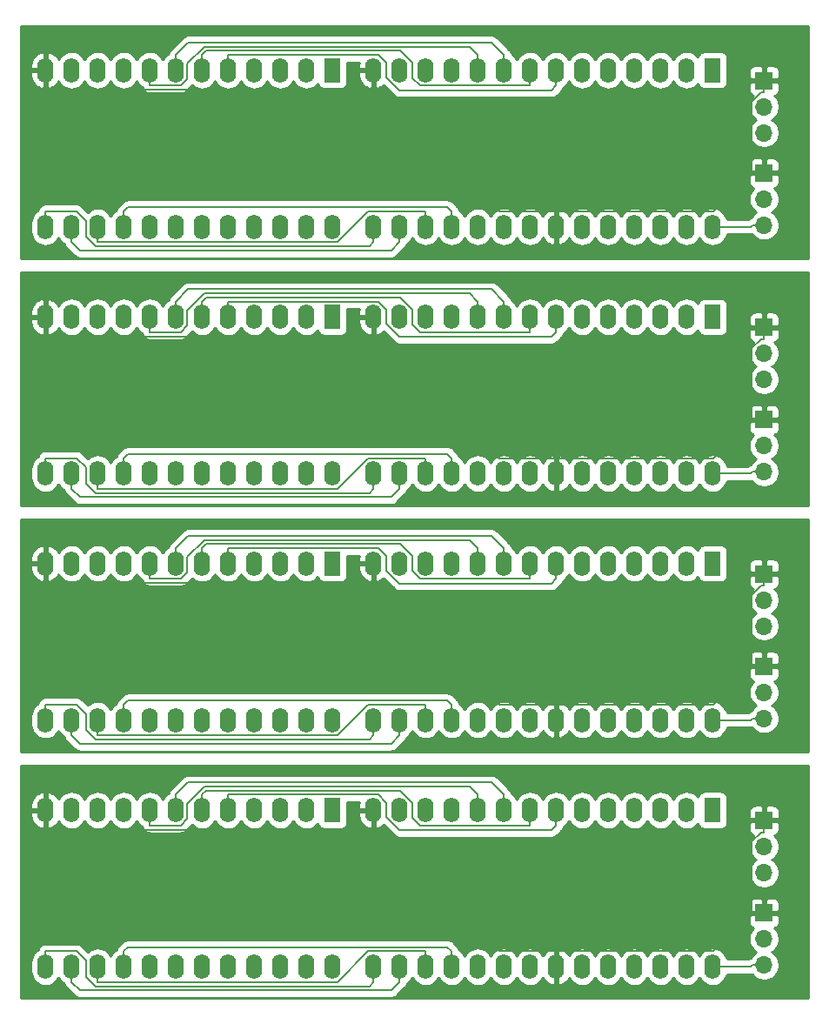
<source format=gtl>
G04 #@! TF.GenerationSoftware,KiCad,Pcbnew,(5.1.9)-1*
G04 #@! TF.CreationDate,2022-11-24T18:27:01+09:00*
G04 #@! TF.ProjectId,ROMCHG-PNL,524f4d43-4847-42d5-904e-4c2e6b696361,rev?*
G04 #@! TF.SameCoordinates,PX1c9ea90PY98919e0*
G04 #@! TF.FileFunction,Copper,L1,Top*
G04 #@! TF.FilePolarity,Positive*
%FSLAX46Y46*%
G04 Gerber Fmt 4.6, Leading zero omitted, Abs format (unit mm)*
G04 Created by KiCad (PCBNEW (5.1.9)-1) date 2022-11-24 18:27:01*
%MOMM*%
%LPD*%
G01*
G04 APERTURE LIST*
G04 #@! TA.AperFunction,ComponentPad*
%ADD10O,1.700000X1.700000*%
G04 #@! TD*
G04 #@! TA.AperFunction,ComponentPad*
%ADD11R,1.700000X1.700000*%
G04 #@! TD*
G04 #@! TA.AperFunction,ComponentPad*
%ADD12R,1.600000X2.400000*%
G04 #@! TD*
G04 #@! TA.AperFunction,ComponentPad*
%ADD13O,1.600000X2.400000*%
G04 #@! TD*
G04 #@! TA.AperFunction,Conductor*
%ADD14C,0.200000*%
G04 #@! TD*
G04 #@! TA.AperFunction,Conductor*
%ADD15C,0.254000*%
G04 #@! TD*
G04 #@! TA.AperFunction,Conductor*
%ADD16C,0.100000*%
G04 #@! TD*
G04 APERTURE END LIST*
D10*
X73000000Y75920000D03*
X73000000Y78460000D03*
D11*
X73000000Y81000000D03*
X73000000Y90000000D03*
D10*
X73000000Y87460000D03*
X73000000Y84920000D03*
D12*
X68000000Y91000000D03*
D13*
X34980000Y75760000D03*
X65460000Y91000000D03*
X37520000Y75760000D03*
X62920000Y91000000D03*
X40060000Y75760000D03*
X60380000Y91000000D03*
X42600000Y75760000D03*
X57840000Y91000000D03*
X45140000Y75760000D03*
X55300000Y91000000D03*
X47680000Y75760000D03*
X52760000Y91000000D03*
X50220000Y75760000D03*
X50220000Y91000000D03*
X52760000Y75760000D03*
X47680000Y91000000D03*
X55300000Y75760000D03*
X45140000Y91000000D03*
X57840000Y75760000D03*
X42600000Y91000000D03*
X60380000Y75760000D03*
X40060000Y91000000D03*
X62920000Y75760000D03*
X37520000Y91000000D03*
X65460000Y75760000D03*
X34980000Y91000000D03*
X68000000Y75760000D03*
D12*
X31000000Y91000000D03*
D13*
X3060000Y75760000D03*
X28460000Y91000000D03*
X5600000Y75760000D03*
X25920000Y91000000D03*
X8140000Y75760000D03*
X23380000Y91000000D03*
X10680000Y75760000D03*
X20840000Y91000000D03*
X13220000Y75760000D03*
X18300000Y91000000D03*
X15760000Y75760000D03*
X15760000Y91000000D03*
X18300000Y75760000D03*
X13220000Y91000000D03*
X20840000Y75760000D03*
X10680000Y91000000D03*
X23380000Y75760000D03*
X8140000Y91000000D03*
X25920000Y75760000D03*
X5600000Y91000000D03*
X28460000Y75760000D03*
X3060000Y91000000D03*
X31000000Y75760000D03*
X31000000Y51760000D03*
X3060000Y67000000D03*
X28460000Y51760000D03*
X5600000Y67000000D03*
X25920000Y51760000D03*
X8140000Y67000000D03*
X23380000Y51760000D03*
X10680000Y67000000D03*
X20840000Y51760000D03*
X13220000Y67000000D03*
X18300000Y51760000D03*
X15760000Y67000000D03*
X15760000Y51760000D03*
X18300000Y67000000D03*
X13220000Y51760000D03*
X20840000Y67000000D03*
X10680000Y51760000D03*
X23380000Y67000000D03*
X8140000Y51760000D03*
X25920000Y67000000D03*
X5600000Y51760000D03*
X28460000Y67000000D03*
X3060000Y51760000D03*
D12*
X31000000Y67000000D03*
D13*
X68000000Y51760000D03*
X34980000Y67000000D03*
X65460000Y51760000D03*
X37520000Y67000000D03*
X62920000Y51760000D03*
X40060000Y67000000D03*
X60380000Y51760000D03*
X42600000Y67000000D03*
X57840000Y51760000D03*
X45140000Y67000000D03*
X55300000Y51760000D03*
X47680000Y67000000D03*
X52760000Y51760000D03*
X50220000Y67000000D03*
X50220000Y51760000D03*
X52760000Y67000000D03*
X47680000Y51760000D03*
X55300000Y67000000D03*
X45140000Y51760000D03*
X57840000Y67000000D03*
X42600000Y51760000D03*
X60380000Y67000000D03*
X40060000Y51760000D03*
X62920000Y67000000D03*
X37520000Y51760000D03*
X65460000Y67000000D03*
X34980000Y51760000D03*
D12*
X68000000Y67000000D03*
D10*
X73000000Y60920000D03*
X73000000Y63460000D03*
D11*
X73000000Y66000000D03*
X73000000Y57000000D03*
D10*
X73000000Y54460000D03*
X73000000Y51920000D03*
D13*
X31000000Y27760000D03*
X3060000Y43000000D03*
X28460000Y27760000D03*
X5600000Y43000000D03*
X25920000Y27760000D03*
X8140000Y43000000D03*
X23380000Y27760000D03*
X10680000Y43000000D03*
X20840000Y27760000D03*
X13220000Y43000000D03*
X18300000Y27760000D03*
X15760000Y43000000D03*
X15760000Y27760000D03*
X18300000Y43000000D03*
X13220000Y27760000D03*
X20840000Y43000000D03*
X10680000Y27760000D03*
X23380000Y43000000D03*
X8140000Y27760000D03*
X25920000Y43000000D03*
X5600000Y27760000D03*
X28460000Y43000000D03*
X3060000Y27760000D03*
D12*
X31000000Y43000000D03*
D13*
X68000000Y27760000D03*
X34980000Y43000000D03*
X65460000Y27760000D03*
X37520000Y43000000D03*
X62920000Y27760000D03*
X40060000Y43000000D03*
X60380000Y27760000D03*
X42600000Y43000000D03*
X57840000Y27760000D03*
X45140000Y43000000D03*
X55300000Y27760000D03*
X47680000Y43000000D03*
X52760000Y27760000D03*
X50220000Y43000000D03*
X50220000Y27760000D03*
X52760000Y43000000D03*
X47680000Y27760000D03*
X55300000Y43000000D03*
X45140000Y27760000D03*
X57840000Y43000000D03*
X42600000Y27760000D03*
X60380000Y43000000D03*
X40060000Y27760000D03*
X62920000Y43000000D03*
X37520000Y27760000D03*
X65460000Y43000000D03*
X34980000Y27760000D03*
D12*
X68000000Y43000000D03*
D10*
X73000000Y36920000D03*
X73000000Y39460000D03*
D11*
X73000000Y42000000D03*
X73000000Y33000000D03*
D10*
X73000000Y30460000D03*
X73000000Y27920000D03*
X73000000Y3920000D03*
X73000000Y6460000D03*
D11*
X73000000Y9000000D03*
X73000000Y18000000D03*
D10*
X73000000Y15460000D03*
X73000000Y12920000D03*
D12*
X68000000Y19000000D03*
D13*
X34980000Y3760000D03*
X65460000Y19000000D03*
X37520000Y3760000D03*
X62920000Y19000000D03*
X40060000Y3760000D03*
X60380000Y19000000D03*
X42600000Y3760000D03*
X57840000Y19000000D03*
X45140000Y3760000D03*
X55300000Y19000000D03*
X47680000Y3760000D03*
X52760000Y19000000D03*
X50220000Y3760000D03*
X50220000Y19000000D03*
X52760000Y3760000D03*
X47680000Y19000000D03*
X55300000Y3760000D03*
X45140000Y19000000D03*
X57840000Y3760000D03*
X42600000Y19000000D03*
X60380000Y3760000D03*
X40060000Y19000000D03*
X62920000Y3760000D03*
X37520000Y19000000D03*
X65460000Y3760000D03*
X34980000Y19000000D03*
X68000000Y3760000D03*
D12*
X31000000Y19000000D03*
D13*
X3060000Y3760000D03*
X28460000Y19000000D03*
X5600000Y3760000D03*
X25920000Y19000000D03*
X8140000Y3760000D03*
X23380000Y19000000D03*
X10680000Y3760000D03*
X20840000Y19000000D03*
X13220000Y3760000D03*
X18300000Y19000000D03*
X15760000Y3760000D03*
X15760000Y19000000D03*
X18300000Y3760000D03*
X13220000Y19000000D03*
X20840000Y3760000D03*
X10680000Y19000000D03*
X23380000Y3760000D03*
X8140000Y19000000D03*
X25920000Y3760000D03*
X5600000Y19000000D03*
X28460000Y3760000D03*
X3060000Y19000000D03*
X31000000Y3760000D03*
D14*
X73000000Y3920000D02*
X71849700Y3920000D01*
X68000000Y3760000D02*
X71689700Y3760000D01*
X71689700Y3760000D02*
X71849700Y3920000D01*
X73000000Y27920000D02*
X71849700Y27920000D01*
X68000000Y27760000D02*
X71689700Y27760000D01*
X71689700Y27760000D02*
X71849700Y27920000D01*
X73000000Y51920000D02*
X71849700Y51920000D01*
X68000000Y51760000D02*
X71689700Y51760000D01*
X71689700Y51760000D02*
X71849700Y51920000D01*
X73000000Y75920000D02*
X71849700Y75920000D01*
X68000000Y75760000D02*
X71689700Y75760000D01*
X71689700Y75760000D02*
X71849700Y75920000D01*
X3060000Y17499700D02*
X3460300Y17099400D01*
X3460300Y17099400D02*
X34579700Y17099400D01*
X34579700Y17099400D02*
X34980000Y17499700D01*
X3060000Y19000000D02*
X3060000Y17499700D01*
X34980000Y17499700D02*
X47219400Y5260300D01*
X47219400Y5260300D02*
X52760000Y5260300D01*
X34980000Y19000000D02*
X34980000Y17499700D01*
X71813400Y9000000D02*
X68073700Y5260300D01*
X68073700Y5260300D02*
X52760000Y5260300D01*
X72324800Y9000000D02*
X71813400Y9000000D01*
X71813400Y9000000D02*
X71813400Y15950700D01*
X71813400Y15950700D02*
X72712400Y16849700D01*
X72712400Y16849700D02*
X73000000Y16849700D01*
X73000000Y18000000D02*
X73000000Y16849700D01*
X73000000Y9000000D02*
X72324800Y9000000D01*
X52760000Y3760000D02*
X52760000Y5260300D01*
X3060000Y41499700D02*
X3460300Y41099400D01*
X3460300Y41099400D02*
X34579700Y41099400D01*
X34579700Y41099400D02*
X34980000Y41499700D01*
X3060000Y43000000D02*
X3060000Y41499700D01*
X34980000Y41499700D02*
X47219400Y29260300D01*
X47219400Y29260300D02*
X52760000Y29260300D01*
X34980000Y43000000D02*
X34980000Y41499700D01*
X71813400Y33000000D02*
X68073700Y29260300D01*
X68073700Y29260300D02*
X52760000Y29260300D01*
X72324800Y33000000D02*
X71813400Y33000000D01*
X71813400Y33000000D02*
X71813400Y39950700D01*
X71813400Y39950700D02*
X72712400Y40849700D01*
X72712400Y40849700D02*
X73000000Y40849700D01*
X73000000Y42000000D02*
X73000000Y40849700D01*
X73000000Y33000000D02*
X72324800Y33000000D01*
X52760000Y27760000D02*
X52760000Y29260300D01*
X3060000Y65499700D02*
X3460300Y65099400D01*
X3460300Y65099400D02*
X34579700Y65099400D01*
X34579700Y65099400D02*
X34980000Y65499700D01*
X3060000Y67000000D02*
X3060000Y65499700D01*
X34980000Y65499700D02*
X47219400Y53260300D01*
X47219400Y53260300D02*
X52760000Y53260300D01*
X34980000Y67000000D02*
X34980000Y65499700D01*
X71813400Y57000000D02*
X68073700Y53260300D01*
X68073700Y53260300D02*
X52760000Y53260300D01*
X72324800Y57000000D02*
X71813400Y57000000D01*
X71813400Y57000000D02*
X71813400Y63950700D01*
X71813400Y63950700D02*
X72712400Y64849700D01*
X72712400Y64849700D02*
X73000000Y64849700D01*
X73000000Y66000000D02*
X73000000Y64849700D01*
X73000000Y57000000D02*
X72324800Y57000000D01*
X52760000Y51760000D02*
X52760000Y53260300D01*
X3060000Y89499700D02*
X3460300Y89099400D01*
X3460300Y89099400D02*
X34579700Y89099400D01*
X34579700Y89099400D02*
X34980000Y89499700D01*
X3060000Y91000000D02*
X3060000Y89499700D01*
X34980000Y89499700D02*
X47219400Y77260300D01*
X47219400Y77260300D02*
X52760000Y77260300D01*
X34980000Y91000000D02*
X34980000Y89499700D01*
X71813400Y81000000D02*
X68073700Y77260300D01*
X68073700Y77260300D02*
X52760000Y77260300D01*
X72324800Y81000000D02*
X71813400Y81000000D01*
X71813400Y81000000D02*
X71813400Y87950700D01*
X71813400Y87950700D02*
X72712400Y88849700D01*
X72712400Y88849700D02*
X73000000Y88849700D01*
X73000000Y90000000D02*
X73000000Y88849700D01*
X73000000Y81000000D02*
X72324800Y81000000D01*
X52760000Y75760000D02*
X52760000Y77260300D01*
X50220000Y17499700D02*
X39547100Y17499700D01*
X39547100Y17499700D02*
X38790000Y18256800D01*
X38790000Y18256800D02*
X38790000Y19725500D01*
X38790000Y19725500D02*
X37614900Y20900600D01*
X37614900Y20900600D02*
X18700300Y20900600D01*
X18700300Y20900600D02*
X18300000Y20500300D01*
X50220000Y19000000D02*
X50220000Y17499700D01*
X18300000Y19000000D02*
X18300000Y20500300D01*
X50220000Y41499700D02*
X39547100Y41499700D01*
X39547100Y41499700D02*
X38790000Y42256800D01*
X38790000Y42256800D02*
X38790000Y43725500D01*
X38790000Y43725500D02*
X37614900Y44900600D01*
X37614900Y44900600D02*
X18700300Y44900600D01*
X18700300Y44900600D02*
X18300000Y44500300D01*
X50220000Y43000000D02*
X50220000Y41499700D01*
X18300000Y43000000D02*
X18300000Y44500300D01*
X50220000Y65499700D02*
X39547100Y65499700D01*
X39547100Y65499700D02*
X38790000Y66256800D01*
X38790000Y66256800D02*
X38790000Y67725500D01*
X38790000Y67725500D02*
X37614900Y68900600D01*
X37614900Y68900600D02*
X18700300Y68900600D01*
X18700300Y68900600D02*
X18300000Y68500300D01*
X50220000Y67000000D02*
X50220000Y65499700D01*
X18300000Y67000000D02*
X18300000Y68500300D01*
X50220000Y89499700D02*
X39547100Y89499700D01*
X39547100Y89499700D02*
X38790000Y90256800D01*
X38790000Y90256800D02*
X38790000Y91725500D01*
X38790000Y91725500D02*
X37614900Y92900600D01*
X37614900Y92900600D02*
X18700300Y92900600D01*
X18700300Y92900600D02*
X18300000Y92500300D01*
X50220000Y91000000D02*
X50220000Y89499700D01*
X18300000Y91000000D02*
X18300000Y92500300D01*
X13220000Y19000000D02*
X13220000Y17499700D01*
X45140000Y19000000D02*
X45140000Y20500300D01*
X13220000Y17499700D02*
X16220400Y17499700D01*
X16220400Y17499700D02*
X16860400Y18139700D01*
X16860400Y18139700D02*
X16860400Y19639000D01*
X16860400Y19639000D02*
X18522300Y21300900D01*
X18522300Y21300900D02*
X44339400Y21300900D01*
X44339400Y21300900D02*
X45140000Y20500300D01*
X13220000Y43000000D02*
X13220000Y41499700D01*
X45140000Y43000000D02*
X45140000Y44500300D01*
X13220000Y41499700D02*
X16220400Y41499700D01*
X16220400Y41499700D02*
X16860400Y42139700D01*
X16860400Y42139700D02*
X16860400Y43639000D01*
X16860400Y43639000D02*
X18522300Y45300900D01*
X18522300Y45300900D02*
X44339400Y45300900D01*
X44339400Y45300900D02*
X45140000Y44500300D01*
X13220000Y67000000D02*
X13220000Y65499700D01*
X45140000Y67000000D02*
X45140000Y68500300D01*
X13220000Y65499700D02*
X16220400Y65499700D01*
X16220400Y65499700D02*
X16860400Y66139700D01*
X16860400Y66139700D02*
X16860400Y67639000D01*
X16860400Y67639000D02*
X18522300Y69300900D01*
X18522300Y69300900D02*
X44339400Y69300900D01*
X44339400Y69300900D02*
X45140000Y68500300D01*
X13220000Y91000000D02*
X13220000Y89499700D01*
X45140000Y91000000D02*
X45140000Y92500300D01*
X13220000Y89499700D02*
X16220400Y89499700D01*
X16220400Y89499700D02*
X16860400Y90139700D01*
X16860400Y90139700D02*
X16860400Y91639000D01*
X16860400Y91639000D02*
X18522300Y93300900D01*
X18522300Y93300900D02*
X44339400Y93300900D01*
X44339400Y93300900D02*
X45140000Y92500300D01*
X34980000Y3760000D02*
X34980000Y2259700D01*
X3060000Y3760000D02*
X3060000Y5260300D01*
X3060000Y5260300D02*
X6083600Y5260300D01*
X6083600Y5260300D02*
X7011500Y4332400D01*
X7011500Y4332400D02*
X7011500Y2784500D01*
X7011500Y2784500D02*
X7939900Y1856100D01*
X7939900Y1856100D02*
X34576400Y1856100D01*
X34576400Y1856100D02*
X34980000Y2259700D01*
X34980000Y27760000D02*
X34980000Y26259700D01*
X3060000Y27760000D02*
X3060000Y29260300D01*
X3060000Y29260300D02*
X6083600Y29260300D01*
X6083600Y29260300D02*
X7011500Y28332400D01*
X7011500Y28332400D02*
X7011500Y26784500D01*
X7011500Y26784500D02*
X7939900Y25856100D01*
X7939900Y25856100D02*
X34576400Y25856100D01*
X34576400Y25856100D02*
X34980000Y26259700D01*
X34980000Y51760000D02*
X34980000Y50259700D01*
X3060000Y51760000D02*
X3060000Y53260300D01*
X3060000Y53260300D02*
X6083600Y53260300D01*
X6083600Y53260300D02*
X7011500Y52332400D01*
X7011500Y52332400D02*
X7011500Y50784500D01*
X7011500Y50784500D02*
X7939900Y49856100D01*
X7939900Y49856100D02*
X34576400Y49856100D01*
X34576400Y49856100D02*
X34980000Y50259700D01*
X34980000Y75760000D02*
X34980000Y74259700D01*
X3060000Y75760000D02*
X3060000Y77260300D01*
X3060000Y77260300D02*
X6083600Y77260300D01*
X6083600Y77260300D02*
X7011500Y76332400D01*
X7011500Y76332400D02*
X7011500Y74784500D01*
X7011500Y74784500D02*
X7939900Y73856100D01*
X7939900Y73856100D02*
X34576400Y73856100D01*
X34576400Y73856100D02*
X34980000Y74259700D01*
X5600000Y2259700D02*
X6404100Y1455600D01*
X6404100Y1455600D02*
X36715900Y1455600D01*
X36715900Y1455600D02*
X37520000Y2259700D01*
X37520000Y3760000D02*
X37520000Y2259700D01*
X5600000Y3760000D02*
X5600000Y2259700D01*
X5600000Y26259700D02*
X6404100Y25455600D01*
X6404100Y25455600D02*
X36715900Y25455600D01*
X36715900Y25455600D02*
X37520000Y26259700D01*
X37520000Y27760000D02*
X37520000Y26259700D01*
X5600000Y27760000D02*
X5600000Y26259700D01*
X5600000Y50259700D02*
X6404100Y49455600D01*
X6404100Y49455600D02*
X36715900Y49455600D01*
X36715900Y49455600D02*
X37520000Y50259700D01*
X37520000Y51760000D02*
X37520000Y50259700D01*
X5600000Y51760000D02*
X5600000Y50259700D01*
X5600000Y74259700D02*
X6404100Y73455600D01*
X6404100Y73455600D02*
X36715900Y73455600D01*
X36715900Y73455600D02*
X37520000Y74259700D01*
X37520000Y75760000D02*
X37520000Y74259700D01*
X5600000Y75760000D02*
X5600000Y74259700D01*
X40060000Y3760000D02*
X40060000Y5260300D01*
X8140000Y3760000D02*
X8140000Y2259700D01*
X8140000Y2259700D02*
X31473300Y2259700D01*
X31473300Y2259700D02*
X34473900Y5260300D01*
X34473900Y5260300D02*
X40060000Y5260300D01*
X40060000Y27760000D02*
X40060000Y29260300D01*
X8140000Y27760000D02*
X8140000Y26259700D01*
X8140000Y26259700D02*
X31473300Y26259700D01*
X31473300Y26259700D02*
X34473900Y29260300D01*
X34473900Y29260300D02*
X40060000Y29260300D01*
X40060000Y51760000D02*
X40060000Y53260300D01*
X8140000Y51760000D02*
X8140000Y50259700D01*
X8140000Y50259700D02*
X31473300Y50259700D01*
X31473300Y50259700D02*
X34473900Y53260300D01*
X34473900Y53260300D02*
X40060000Y53260300D01*
X40060000Y75760000D02*
X40060000Y77260300D01*
X8140000Y75760000D02*
X8140000Y74259700D01*
X8140000Y74259700D02*
X31473300Y74259700D01*
X31473300Y74259700D02*
X34473900Y77260300D01*
X34473900Y77260300D02*
X40060000Y77260300D01*
X42600000Y5260300D02*
X42187200Y5673100D01*
X42187200Y5673100D02*
X11092800Y5673100D01*
X11092800Y5673100D02*
X10680000Y5260300D01*
X42600000Y3760000D02*
X42600000Y5260300D01*
X10680000Y3760000D02*
X10680000Y5260300D01*
X42600000Y29260300D02*
X42187200Y29673100D01*
X42187200Y29673100D02*
X11092800Y29673100D01*
X11092800Y29673100D02*
X10680000Y29260300D01*
X42600000Y27760000D02*
X42600000Y29260300D01*
X10680000Y27760000D02*
X10680000Y29260300D01*
X42600000Y53260300D02*
X42187200Y53673100D01*
X42187200Y53673100D02*
X11092800Y53673100D01*
X11092800Y53673100D02*
X10680000Y53260300D01*
X42600000Y51760000D02*
X42600000Y53260300D01*
X10680000Y51760000D02*
X10680000Y53260300D01*
X42600000Y77260300D02*
X42187200Y77673100D01*
X42187200Y77673100D02*
X11092800Y77673100D01*
X11092800Y77673100D02*
X10680000Y77260300D01*
X42600000Y75760000D02*
X42600000Y77260300D01*
X10680000Y75760000D02*
X10680000Y77260300D01*
X20840000Y19000000D02*
X20840000Y20500300D01*
X52760000Y19000000D02*
X52760000Y17499700D01*
X20840000Y20500300D02*
X35478700Y20500300D01*
X35478700Y20500300D02*
X36250000Y19729000D01*
X36250000Y19729000D02*
X36250000Y18313000D01*
X36250000Y18313000D02*
X37503100Y17059900D01*
X37503100Y17059900D02*
X52320200Y17059900D01*
X52320200Y17059900D02*
X52760000Y17499700D01*
X20840000Y43000000D02*
X20840000Y44500300D01*
X52760000Y43000000D02*
X52760000Y41499700D01*
X20840000Y44500300D02*
X35478700Y44500300D01*
X35478700Y44500300D02*
X36250000Y43729000D01*
X36250000Y43729000D02*
X36250000Y42313000D01*
X36250000Y42313000D02*
X37503100Y41059900D01*
X37503100Y41059900D02*
X52320200Y41059900D01*
X52320200Y41059900D02*
X52760000Y41499700D01*
X20840000Y67000000D02*
X20840000Y68500300D01*
X52760000Y67000000D02*
X52760000Y65499700D01*
X20840000Y68500300D02*
X35478700Y68500300D01*
X35478700Y68500300D02*
X36250000Y67729000D01*
X36250000Y67729000D02*
X36250000Y66313000D01*
X36250000Y66313000D02*
X37503100Y65059900D01*
X37503100Y65059900D02*
X52320200Y65059900D01*
X52320200Y65059900D02*
X52760000Y65499700D01*
X20840000Y91000000D02*
X20840000Y92500300D01*
X52760000Y91000000D02*
X52760000Y89499700D01*
X20840000Y92500300D02*
X35478700Y92500300D01*
X35478700Y92500300D02*
X36250000Y91729000D01*
X36250000Y91729000D02*
X36250000Y90313000D01*
X36250000Y90313000D02*
X37503100Y89059900D01*
X37503100Y89059900D02*
X52320200Y89059900D01*
X52320200Y89059900D02*
X52760000Y89499700D01*
X47680000Y20500300D02*
X46479100Y21701200D01*
X46479100Y21701200D02*
X16960900Y21701200D01*
X16960900Y21701200D02*
X15760000Y20500300D01*
X47680000Y19000000D02*
X47680000Y20500300D01*
X15760000Y19000000D02*
X15760000Y20500300D01*
X47680000Y44500300D02*
X46479100Y45701200D01*
X46479100Y45701200D02*
X16960900Y45701200D01*
X16960900Y45701200D02*
X15760000Y44500300D01*
X47680000Y43000000D02*
X47680000Y44500300D01*
X15760000Y43000000D02*
X15760000Y44500300D01*
X47680000Y68500300D02*
X46479100Y69701200D01*
X46479100Y69701200D02*
X16960900Y69701200D01*
X16960900Y69701200D02*
X15760000Y68500300D01*
X47680000Y67000000D02*
X47680000Y68500300D01*
X15760000Y67000000D02*
X15760000Y68500300D01*
X47680000Y92500300D02*
X46479100Y93701200D01*
X46479100Y93701200D02*
X16960900Y93701200D01*
X16960900Y93701200D02*
X15760000Y92500300D01*
X47680000Y91000000D02*
X47680000Y92500300D01*
X15760000Y91000000D02*
X15760000Y92500300D01*
D15*
X77315000Y685000D02*
X685000Y685000D01*
X685000Y4230492D01*
X1625000Y4230492D01*
X1625000Y3289509D01*
X1645764Y3078692D01*
X1727818Y2808193D01*
X1861068Y2558900D01*
X2040392Y2340393D01*
X2258899Y2161068D01*
X2508192Y2027818D01*
X2778691Y1945764D01*
X3060000Y1918057D01*
X3341308Y1945764D01*
X3611807Y2027818D01*
X3861100Y2161068D01*
X4079607Y2340392D01*
X4258932Y2558899D01*
X4330000Y2691858D01*
X4401068Y2558900D01*
X4580392Y2340393D01*
X4798899Y2161068D01*
X4875174Y2120298D01*
X4875635Y2115615D01*
X4917430Y1977838D01*
X4917664Y1977067D01*
X4985914Y1849380D01*
X5077763Y1737462D01*
X5105807Y1714447D01*
X5858846Y961407D01*
X5881862Y933362D01*
X5993780Y841513D01*
X6121467Y773263D01*
X6217986Y743984D01*
X6260014Y731235D01*
X6274232Y729835D01*
X6367995Y720600D01*
X6368002Y720600D01*
X6404099Y717045D01*
X6440196Y720600D01*
X36679795Y720600D01*
X36715900Y717044D01*
X36752005Y720600D01*
X36859985Y731235D01*
X36998533Y773263D01*
X37126220Y841513D01*
X37238138Y933362D01*
X37261158Y961412D01*
X38014194Y1714447D01*
X38042238Y1737462D01*
X38134087Y1849380D01*
X38202337Y1977067D01*
X38238501Y2096285D01*
X38244365Y2115614D01*
X38244826Y2120299D01*
X38321100Y2161068D01*
X38539607Y2340392D01*
X38718932Y2558899D01*
X38790000Y2691858D01*
X38861068Y2558900D01*
X39040392Y2340393D01*
X39258899Y2161068D01*
X39508192Y2027818D01*
X39778691Y1945764D01*
X40060000Y1918057D01*
X40341308Y1945764D01*
X40611807Y2027818D01*
X40861100Y2161068D01*
X41079607Y2340392D01*
X41258932Y2558899D01*
X41330000Y2691858D01*
X41401068Y2558900D01*
X41580392Y2340393D01*
X41798899Y2161068D01*
X42048192Y2027818D01*
X42318691Y1945764D01*
X42600000Y1918057D01*
X42881308Y1945764D01*
X43151807Y2027818D01*
X43401100Y2161068D01*
X43619607Y2340392D01*
X43798932Y2558899D01*
X43870000Y2691858D01*
X43941068Y2558900D01*
X44120392Y2340393D01*
X44338899Y2161068D01*
X44588192Y2027818D01*
X44858691Y1945764D01*
X45140000Y1918057D01*
X45421308Y1945764D01*
X45691807Y2027818D01*
X45941100Y2161068D01*
X46159607Y2340392D01*
X46338932Y2558899D01*
X46410000Y2691858D01*
X46481068Y2558900D01*
X46660392Y2340393D01*
X46878899Y2161068D01*
X47128192Y2027818D01*
X47398691Y1945764D01*
X47680000Y1918057D01*
X47961308Y1945764D01*
X48231807Y2027818D01*
X48481100Y2161068D01*
X48699607Y2340392D01*
X48878932Y2558899D01*
X48950000Y2691858D01*
X49021068Y2558900D01*
X49200392Y2340393D01*
X49418899Y2161068D01*
X49668192Y2027818D01*
X49938691Y1945764D01*
X50220000Y1918057D01*
X50501308Y1945764D01*
X50771807Y2027818D01*
X51021100Y2161068D01*
X51239607Y2340392D01*
X51418932Y2558899D01*
X51487265Y2686741D01*
X51637399Y2457161D01*
X51835105Y2255500D01*
X52068354Y2096285D01*
X52328182Y1985633D01*
X52410961Y1968096D01*
X52633000Y2090085D01*
X52633000Y3633000D01*
X52613000Y3633000D01*
X52613000Y3887000D01*
X52633000Y3887000D01*
X52633000Y5429915D01*
X52887000Y5429915D01*
X52887000Y3887000D01*
X52907000Y3887000D01*
X52907000Y3633000D01*
X52887000Y3633000D01*
X52887000Y2090085D01*
X53109039Y1968096D01*
X53191818Y1985633D01*
X53451646Y2096285D01*
X53684895Y2255500D01*
X53882601Y2457161D01*
X54032735Y2686742D01*
X54101068Y2558900D01*
X54280392Y2340393D01*
X54498899Y2161068D01*
X54748192Y2027818D01*
X55018691Y1945764D01*
X55300000Y1918057D01*
X55581308Y1945764D01*
X55851807Y2027818D01*
X56101100Y2161068D01*
X56319607Y2340392D01*
X56498932Y2558899D01*
X56570000Y2691858D01*
X56641068Y2558900D01*
X56820392Y2340393D01*
X57038899Y2161068D01*
X57288192Y2027818D01*
X57558691Y1945764D01*
X57840000Y1918057D01*
X58121308Y1945764D01*
X58391807Y2027818D01*
X58641100Y2161068D01*
X58859607Y2340392D01*
X59038932Y2558899D01*
X59110000Y2691858D01*
X59181068Y2558900D01*
X59360392Y2340393D01*
X59578899Y2161068D01*
X59828192Y2027818D01*
X60098691Y1945764D01*
X60380000Y1918057D01*
X60661308Y1945764D01*
X60931807Y2027818D01*
X61181100Y2161068D01*
X61399607Y2340392D01*
X61578932Y2558899D01*
X61650000Y2691858D01*
X61721068Y2558900D01*
X61900392Y2340393D01*
X62118899Y2161068D01*
X62368192Y2027818D01*
X62638691Y1945764D01*
X62920000Y1918057D01*
X63201308Y1945764D01*
X63471807Y2027818D01*
X63721100Y2161068D01*
X63939607Y2340392D01*
X64118932Y2558899D01*
X64190000Y2691858D01*
X64261068Y2558900D01*
X64440392Y2340393D01*
X64658899Y2161068D01*
X64908192Y2027818D01*
X65178691Y1945764D01*
X65460000Y1918057D01*
X65741308Y1945764D01*
X66011807Y2027818D01*
X66261100Y2161068D01*
X66479607Y2340392D01*
X66658932Y2558899D01*
X66730000Y2691858D01*
X66801068Y2558900D01*
X66980392Y2340393D01*
X67198899Y2161068D01*
X67448192Y2027818D01*
X67718691Y1945764D01*
X68000000Y1918057D01*
X68281308Y1945764D01*
X68551807Y2027818D01*
X68801100Y2161068D01*
X69019607Y2340392D01*
X69198932Y2558899D01*
X69332182Y2808192D01*
X69397949Y3025000D01*
X71653595Y3025000D01*
X71689700Y3021444D01*
X71725805Y3025000D01*
X71806702Y3032968D01*
X71846525Y2973368D01*
X72053368Y2766525D01*
X72296589Y2604010D01*
X72566842Y2492068D01*
X72853740Y2435000D01*
X73146260Y2435000D01*
X73433158Y2492068D01*
X73703411Y2604010D01*
X73946632Y2766525D01*
X74153475Y2973368D01*
X74315990Y3216589D01*
X74427932Y3486842D01*
X74485000Y3773740D01*
X74485000Y4066260D01*
X74427932Y4353158D01*
X74315990Y4623411D01*
X74153475Y4866632D01*
X73946632Y5073475D01*
X73772240Y5190000D01*
X73946632Y5306525D01*
X74153475Y5513368D01*
X74315990Y5756589D01*
X74427932Y6026842D01*
X74485000Y6313740D01*
X74485000Y6606260D01*
X74427932Y6893158D01*
X74315990Y7163411D01*
X74153475Y7406632D01*
X74021620Y7538487D01*
X74094180Y7560498D01*
X74204494Y7619463D01*
X74301185Y7698815D01*
X74380537Y7795506D01*
X74439502Y7905820D01*
X74475812Y8025518D01*
X74488072Y8150000D01*
X74485000Y8714250D01*
X74326250Y8873000D01*
X73127000Y8873000D01*
X73127000Y8853000D01*
X72873000Y8853000D01*
X72873000Y8873000D01*
X71673750Y8873000D01*
X71515000Y8714250D01*
X71511928Y8150000D01*
X71524188Y8025518D01*
X71560498Y7905820D01*
X71619463Y7795506D01*
X71698815Y7698815D01*
X71795506Y7619463D01*
X71905820Y7560498D01*
X71978380Y7538487D01*
X71846525Y7406632D01*
X71684010Y7163411D01*
X71572068Y6893158D01*
X71515000Y6606260D01*
X71515000Y6313740D01*
X71572068Y6026842D01*
X71684010Y5756589D01*
X71846525Y5513368D01*
X72053368Y5306525D01*
X72227760Y5190000D01*
X72053368Y5073475D01*
X71846525Y4866632D01*
X71696078Y4641472D01*
X71673368Y4634583D01*
X71567067Y4602337D01*
X71439380Y4534087D01*
X71391752Y4495000D01*
X69397949Y4495000D01*
X69332182Y4711808D01*
X69198932Y4961101D01*
X69019608Y5179608D01*
X68801101Y5358932D01*
X68551808Y5492182D01*
X68281309Y5574236D01*
X68000000Y5601943D01*
X67718692Y5574236D01*
X67448193Y5492182D01*
X67198900Y5358932D01*
X66980393Y5179608D01*
X66801068Y4961101D01*
X66730000Y4828142D01*
X66658932Y4961101D01*
X66479608Y5179608D01*
X66261101Y5358932D01*
X66011808Y5492182D01*
X65741309Y5574236D01*
X65460000Y5601943D01*
X65178692Y5574236D01*
X64908193Y5492182D01*
X64658900Y5358932D01*
X64440393Y5179608D01*
X64261068Y4961101D01*
X64190000Y4828142D01*
X64118932Y4961101D01*
X63939608Y5179608D01*
X63721101Y5358932D01*
X63471808Y5492182D01*
X63201309Y5574236D01*
X62920000Y5601943D01*
X62638692Y5574236D01*
X62368193Y5492182D01*
X62118900Y5358932D01*
X61900393Y5179608D01*
X61721068Y4961101D01*
X61650000Y4828142D01*
X61578932Y4961101D01*
X61399608Y5179608D01*
X61181101Y5358932D01*
X60931808Y5492182D01*
X60661309Y5574236D01*
X60380000Y5601943D01*
X60098692Y5574236D01*
X59828193Y5492182D01*
X59578900Y5358932D01*
X59360393Y5179608D01*
X59181068Y4961101D01*
X59110000Y4828142D01*
X59038932Y4961101D01*
X58859608Y5179608D01*
X58641101Y5358932D01*
X58391808Y5492182D01*
X58121309Y5574236D01*
X57840000Y5601943D01*
X57558692Y5574236D01*
X57288193Y5492182D01*
X57038900Y5358932D01*
X56820393Y5179608D01*
X56641068Y4961101D01*
X56570000Y4828142D01*
X56498932Y4961101D01*
X56319608Y5179608D01*
X56101101Y5358932D01*
X55851808Y5492182D01*
X55581309Y5574236D01*
X55300000Y5601943D01*
X55018692Y5574236D01*
X54748193Y5492182D01*
X54498900Y5358932D01*
X54280393Y5179608D01*
X54101068Y4961101D01*
X54032735Y4833259D01*
X53882601Y5062839D01*
X53684895Y5264500D01*
X53451646Y5423715D01*
X53191818Y5534367D01*
X53109039Y5551904D01*
X52887000Y5429915D01*
X52633000Y5429915D01*
X52410961Y5551904D01*
X52328182Y5534367D01*
X52068354Y5423715D01*
X51835105Y5264500D01*
X51637399Y5062839D01*
X51487265Y4833259D01*
X51418932Y4961101D01*
X51239608Y5179608D01*
X51021101Y5358932D01*
X50771808Y5492182D01*
X50501309Y5574236D01*
X50220000Y5601943D01*
X49938692Y5574236D01*
X49668193Y5492182D01*
X49418900Y5358932D01*
X49200393Y5179608D01*
X49021068Y4961101D01*
X48950000Y4828142D01*
X48878932Y4961101D01*
X48699608Y5179608D01*
X48481101Y5358932D01*
X48231808Y5492182D01*
X47961309Y5574236D01*
X47680000Y5601943D01*
X47398692Y5574236D01*
X47128193Y5492182D01*
X46878900Y5358932D01*
X46660393Y5179608D01*
X46481068Y4961101D01*
X46410000Y4828142D01*
X46338932Y4961101D01*
X46159608Y5179608D01*
X45941101Y5358932D01*
X45691808Y5492182D01*
X45421309Y5574236D01*
X45140000Y5601943D01*
X44858692Y5574236D01*
X44588193Y5492182D01*
X44338900Y5358932D01*
X44120393Y5179608D01*
X43941068Y4961101D01*
X43870000Y4828142D01*
X43798932Y4961101D01*
X43619608Y5179608D01*
X43401101Y5358932D01*
X43324826Y5399702D01*
X43324365Y5404385D01*
X43282337Y5542933D01*
X43214087Y5670620D01*
X43122238Y5782538D01*
X43094187Y5805559D01*
X42732459Y6167287D01*
X42709438Y6195338D01*
X42597520Y6287187D01*
X42469833Y6355437D01*
X42331285Y6397465D01*
X42223305Y6408100D01*
X42187200Y6411656D01*
X42151095Y6408100D01*
X11128894Y6408100D01*
X11092799Y6411655D01*
X11056704Y6408100D01*
X11056695Y6408100D01*
X10948715Y6397465D01*
X10810167Y6355437D01*
X10682480Y6287187D01*
X10570562Y6195338D01*
X10547541Y6167287D01*
X10185808Y5805554D01*
X10157763Y5782538D01*
X10065914Y5670620D01*
X10014396Y5574236D01*
X9997664Y5542933D01*
X9955635Y5404385D01*
X9955174Y5399701D01*
X9878900Y5358932D01*
X9660393Y5179608D01*
X9481068Y4961101D01*
X9410000Y4828142D01*
X9338932Y4961101D01*
X9159608Y5179608D01*
X8941101Y5358932D01*
X8691808Y5492182D01*
X8421309Y5574236D01*
X8140000Y5601943D01*
X7858692Y5574236D01*
X7588193Y5492182D01*
X7338900Y5358932D01*
X7166170Y5217176D01*
X6628858Y5754488D01*
X6605838Y5782538D01*
X6493920Y5874387D01*
X6366233Y5942637D01*
X6227685Y5984665D01*
X6119705Y5995300D01*
X6083600Y5998856D01*
X6047495Y5995300D01*
X3096105Y5995300D01*
X3060000Y5998856D01*
X3023895Y5995300D01*
X2915915Y5984665D01*
X2777367Y5942637D01*
X2649680Y5874387D01*
X2537762Y5782538D01*
X2445913Y5670620D01*
X2377663Y5542933D01*
X2335635Y5404385D01*
X2335174Y5399701D01*
X2258900Y5358932D01*
X2040393Y5179608D01*
X1861068Y4961101D01*
X1727818Y4711808D01*
X1645764Y4441309D01*
X1625000Y4230492D01*
X685000Y4230492D01*
X685000Y9850000D01*
X71511928Y9850000D01*
X71515000Y9285750D01*
X71673750Y9127000D01*
X72873000Y9127000D01*
X72873000Y10326250D01*
X73127000Y10326250D01*
X73127000Y9127000D01*
X74326250Y9127000D01*
X74485000Y9285750D01*
X74488072Y9850000D01*
X74475812Y9974482D01*
X74439502Y10094180D01*
X74380537Y10204494D01*
X74301185Y10301185D01*
X74204494Y10380537D01*
X74094180Y10439502D01*
X73974482Y10475812D01*
X73850000Y10488072D01*
X73285750Y10485000D01*
X73127000Y10326250D01*
X72873000Y10326250D01*
X72714250Y10485000D01*
X72150000Y10488072D01*
X72025518Y10475812D01*
X71905820Y10439502D01*
X71795506Y10380537D01*
X71698815Y10301185D01*
X71619463Y10204494D01*
X71560498Y10094180D01*
X71524188Y9974482D01*
X71511928Y9850000D01*
X685000Y9850000D01*
X685000Y18873000D01*
X1625000Y18873000D01*
X1625000Y18473000D01*
X1677350Y18195486D01*
X1782834Y17933517D01*
X1937399Y17697161D01*
X2135105Y17495500D01*
X2368354Y17336285D01*
X2628182Y17225633D01*
X2710961Y17208096D01*
X2933000Y17330085D01*
X2933000Y18873000D01*
X1625000Y18873000D01*
X685000Y18873000D01*
X685000Y19527000D01*
X1625000Y19527000D01*
X1625000Y19127000D01*
X2933000Y19127000D01*
X2933000Y20669915D01*
X3187000Y20669915D01*
X3187000Y19127000D01*
X3207000Y19127000D01*
X3207000Y18873000D01*
X3187000Y18873000D01*
X3187000Y17330085D01*
X3409039Y17208096D01*
X3491818Y17225633D01*
X3751646Y17336285D01*
X3984895Y17495500D01*
X4182601Y17697161D01*
X4332735Y17926742D01*
X4401068Y17798900D01*
X4580392Y17580393D01*
X4798899Y17401068D01*
X5048192Y17267818D01*
X5318691Y17185764D01*
X5600000Y17158057D01*
X5881308Y17185764D01*
X6151807Y17267818D01*
X6401100Y17401068D01*
X6619607Y17580392D01*
X6798932Y17798899D01*
X6870000Y17931858D01*
X6941068Y17798900D01*
X7120392Y17580393D01*
X7338899Y17401068D01*
X7588192Y17267818D01*
X7858691Y17185764D01*
X8140000Y17158057D01*
X8421308Y17185764D01*
X8691807Y17267818D01*
X8941100Y17401068D01*
X9159607Y17580392D01*
X9338932Y17798899D01*
X9410000Y17931858D01*
X9481068Y17798900D01*
X9660392Y17580393D01*
X9878899Y17401068D01*
X10128192Y17267818D01*
X10398691Y17185764D01*
X10680000Y17158057D01*
X10961308Y17185764D01*
X11231807Y17267818D01*
X11481100Y17401068D01*
X11699607Y17580392D01*
X11878932Y17798899D01*
X11950000Y17931858D01*
X12021068Y17798900D01*
X12200392Y17580393D01*
X12418899Y17401068D01*
X12495174Y17360298D01*
X12495635Y17355615D01*
X12537663Y17217067D01*
X12605913Y17089380D01*
X12697762Y16977462D01*
X12809680Y16885613D01*
X12937367Y16817363D01*
X13075915Y16775335D01*
X13183895Y16764700D01*
X13220000Y16761144D01*
X13256105Y16764700D01*
X16184295Y16764700D01*
X16220400Y16761144D01*
X16256505Y16764700D01*
X16364485Y16775335D01*
X16503033Y16817363D01*
X16630720Y16885613D01*
X16742638Y16977462D01*
X16765658Y17005512D01*
X17313428Y17553281D01*
X17498899Y17401068D01*
X17748192Y17267818D01*
X18018691Y17185764D01*
X18300000Y17158057D01*
X18581308Y17185764D01*
X18851807Y17267818D01*
X19101100Y17401068D01*
X19319607Y17580392D01*
X19498932Y17798899D01*
X19570000Y17931858D01*
X19641068Y17798900D01*
X19820392Y17580393D01*
X20038899Y17401068D01*
X20288192Y17267818D01*
X20558691Y17185764D01*
X20840000Y17158057D01*
X21121308Y17185764D01*
X21391807Y17267818D01*
X21641100Y17401068D01*
X21859607Y17580392D01*
X22038932Y17798899D01*
X22110000Y17931858D01*
X22181068Y17798900D01*
X22360392Y17580393D01*
X22578899Y17401068D01*
X22828192Y17267818D01*
X23098691Y17185764D01*
X23380000Y17158057D01*
X23661308Y17185764D01*
X23931807Y17267818D01*
X24181100Y17401068D01*
X24399607Y17580392D01*
X24578932Y17798899D01*
X24650000Y17931858D01*
X24721068Y17798900D01*
X24900392Y17580393D01*
X25118899Y17401068D01*
X25368192Y17267818D01*
X25638691Y17185764D01*
X25920000Y17158057D01*
X26201308Y17185764D01*
X26471807Y17267818D01*
X26721100Y17401068D01*
X26939607Y17580392D01*
X27118932Y17798899D01*
X27190000Y17931858D01*
X27261068Y17798900D01*
X27440392Y17580393D01*
X27658899Y17401068D01*
X27908192Y17267818D01*
X28178691Y17185764D01*
X28460000Y17158057D01*
X28741308Y17185764D01*
X29011807Y17267818D01*
X29261100Y17401068D01*
X29479607Y17580392D01*
X29572419Y17693483D01*
X29574188Y17675518D01*
X29610498Y17555820D01*
X29669463Y17445506D01*
X29748815Y17348815D01*
X29845506Y17269463D01*
X29955820Y17210498D01*
X30075518Y17174188D01*
X30200000Y17161928D01*
X31800000Y17161928D01*
X31924482Y17174188D01*
X32044180Y17210498D01*
X32154494Y17269463D01*
X32251185Y17348815D01*
X32330537Y17445506D01*
X32389502Y17555820D01*
X32425812Y17675518D01*
X32438072Y17800000D01*
X32438072Y18873000D01*
X33545000Y18873000D01*
X33545000Y18473000D01*
X33597350Y18195486D01*
X33702834Y17933517D01*
X33857399Y17697161D01*
X34055105Y17495500D01*
X34288354Y17336285D01*
X34548182Y17225633D01*
X34630961Y17208096D01*
X34853000Y17330085D01*
X34853000Y18873000D01*
X33545000Y18873000D01*
X32438072Y18873000D01*
X32438072Y19765300D01*
X33589953Y19765300D01*
X33545000Y19527000D01*
X33545000Y19127000D01*
X34853000Y19127000D01*
X34853000Y19147000D01*
X35107000Y19147000D01*
X35107000Y19127000D01*
X35127000Y19127000D01*
X35127000Y18873000D01*
X35107000Y18873000D01*
X35107000Y17330085D01*
X35329039Y17208096D01*
X35411818Y17225633D01*
X35671646Y17336285D01*
X35904895Y17495500D01*
X35965865Y17557689D01*
X36957846Y16565707D01*
X36980862Y16537662D01*
X37092780Y16445813D01*
X37220467Y16377563D01*
X37316986Y16348284D01*
X37359014Y16335535D01*
X37503099Y16321344D01*
X37539204Y16324900D01*
X52284095Y16324900D01*
X52320200Y16321344D01*
X52356305Y16324900D01*
X52464285Y16335535D01*
X52602833Y16377563D01*
X52730520Y16445813D01*
X52842438Y16537662D01*
X52865459Y16565713D01*
X53254187Y16954441D01*
X53282238Y16977462D01*
X53374087Y17089380D01*
X53406489Y17150000D01*
X71511928Y17150000D01*
X71524188Y17025518D01*
X71560498Y16905820D01*
X71619463Y16795506D01*
X71698815Y16698815D01*
X71795506Y16619463D01*
X71905820Y16560498D01*
X71978380Y16538487D01*
X71846525Y16406632D01*
X71684010Y16163411D01*
X71572068Y15893158D01*
X71515000Y15606260D01*
X71515000Y15313740D01*
X71572068Y15026842D01*
X71684010Y14756589D01*
X71846525Y14513368D01*
X72053368Y14306525D01*
X72227760Y14190000D01*
X72053368Y14073475D01*
X71846525Y13866632D01*
X71684010Y13623411D01*
X71572068Y13353158D01*
X71515000Y13066260D01*
X71515000Y12773740D01*
X71572068Y12486842D01*
X71684010Y12216589D01*
X71846525Y11973368D01*
X72053368Y11766525D01*
X72296589Y11604010D01*
X72566842Y11492068D01*
X72853740Y11435000D01*
X73146260Y11435000D01*
X73433158Y11492068D01*
X73703411Y11604010D01*
X73946632Y11766525D01*
X74153475Y11973368D01*
X74315990Y12216589D01*
X74427932Y12486842D01*
X74485000Y12773740D01*
X74485000Y13066260D01*
X74427932Y13353158D01*
X74315990Y13623411D01*
X74153475Y13866632D01*
X73946632Y14073475D01*
X73772240Y14190000D01*
X73946632Y14306525D01*
X74153475Y14513368D01*
X74315990Y14756589D01*
X74427932Y15026842D01*
X74485000Y15313740D01*
X74485000Y15606260D01*
X74427932Y15893158D01*
X74315990Y16163411D01*
X74153475Y16406632D01*
X74021620Y16538487D01*
X74094180Y16560498D01*
X74204494Y16619463D01*
X74301185Y16698815D01*
X74380537Y16795506D01*
X74439502Y16905820D01*
X74475812Y17025518D01*
X74488072Y17150000D01*
X74485000Y17714250D01*
X74326250Y17873000D01*
X73127000Y17873000D01*
X73127000Y17853000D01*
X72873000Y17853000D01*
X72873000Y17873000D01*
X71673750Y17873000D01*
X71515000Y17714250D01*
X71511928Y17150000D01*
X53406489Y17150000D01*
X53442337Y17217067D01*
X53480397Y17342534D01*
X53484365Y17355614D01*
X53484826Y17360299D01*
X53561100Y17401068D01*
X53779607Y17580392D01*
X53958932Y17798899D01*
X54030000Y17931858D01*
X54101068Y17798900D01*
X54280392Y17580393D01*
X54498899Y17401068D01*
X54748192Y17267818D01*
X55018691Y17185764D01*
X55300000Y17158057D01*
X55581308Y17185764D01*
X55851807Y17267818D01*
X56101100Y17401068D01*
X56319607Y17580392D01*
X56498932Y17798899D01*
X56570000Y17931858D01*
X56641068Y17798900D01*
X56820392Y17580393D01*
X57038899Y17401068D01*
X57288192Y17267818D01*
X57558691Y17185764D01*
X57840000Y17158057D01*
X58121308Y17185764D01*
X58391807Y17267818D01*
X58641100Y17401068D01*
X58859607Y17580392D01*
X59038932Y17798899D01*
X59110000Y17931858D01*
X59181068Y17798900D01*
X59360392Y17580393D01*
X59578899Y17401068D01*
X59828192Y17267818D01*
X60098691Y17185764D01*
X60380000Y17158057D01*
X60661308Y17185764D01*
X60931807Y17267818D01*
X61181100Y17401068D01*
X61399607Y17580392D01*
X61578932Y17798899D01*
X61650000Y17931858D01*
X61721068Y17798900D01*
X61900392Y17580393D01*
X62118899Y17401068D01*
X62368192Y17267818D01*
X62638691Y17185764D01*
X62920000Y17158057D01*
X63201308Y17185764D01*
X63471807Y17267818D01*
X63721100Y17401068D01*
X63939607Y17580392D01*
X64118932Y17798899D01*
X64190000Y17931858D01*
X64261068Y17798900D01*
X64440392Y17580393D01*
X64658899Y17401068D01*
X64908192Y17267818D01*
X65178691Y17185764D01*
X65460000Y17158057D01*
X65741308Y17185764D01*
X66011807Y17267818D01*
X66261100Y17401068D01*
X66479607Y17580392D01*
X66572419Y17693483D01*
X66574188Y17675518D01*
X66610498Y17555820D01*
X66669463Y17445506D01*
X66748815Y17348815D01*
X66845506Y17269463D01*
X66955820Y17210498D01*
X67075518Y17174188D01*
X67200000Y17161928D01*
X68800000Y17161928D01*
X68924482Y17174188D01*
X69044180Y17210498D01*
X69154494Y17269463D01*
X69251185Y17348815D01*
X69330537Y17445506D01*
X69389502Y17555820D01*
X69425812Y17675518D01*
X69438072Y17800000D01*
X69438072Y18850000D01*
X71511928Y18850000D01*
X71515000Y18285750D01*
X71673750Y18127000D01*
X72873000Y18127000D01*
X72873000Y19326250D01*
X73127000Y19326250D01*
X73127000Y18127000D01*
X74326250Y18127000D01*
X74485000Y18285750D01*
X74488072Y18850000D01*
X74475812Y18974482D01*
X74439502Y19094180D01*
X74380537Y19204494D01*
X74301185Y19301185D01*
X74204494Y19380537D01*
X74094180Y19439502D01*
X73974482Y19475812D01*
X73850000Y19488072D01*
X73285750Y19485000D01*
X73127000Y19326250D01*
X72873000Y19326250D01*
X72714250Y19485000D01*
X72150000Y19488072D01*
X72025518Y19475812D01*
X71905820Y19439502D01*
X71795506Y19380537D01*
X71698815Y19301185D01*
X71619463Y19204494D01*
X71560498Y19094180D01*
X71524188Y18974482D01*
X71511928Y18850000D01*
X69438072Y18850000D01*
X69438072Y20200000D01*
X69425812Y20324482D01*
X69389502Y20444180D01*
X69330537Y20554494D01*
X69251185Y20651185D01*
X69154494Y20730537D01*
X69044180Y20789502D01*
X68924482Y20825812D01*
X68800000Y20838072D01*
X67200000Y20838072D01*
X67075518Y20825812D01*
X66955820Y20789502D01*
X66845506Y20730537D01*
X66748815Y20651185D01*
X66669463Y20554494D01*
X66610498Y20444180D01*
X66574188Y20324482D01*
X66572419Y20306518D01*
X66479608Y20419608D01*
X66261101Y20598932D01*
X66011808Y20732182D01*
X65741309Y20814236D01*
X65460000Y20841943D01*
X65178692Y20814236D01*
X64908193Y20732182D01*
X64658900Y20598932D01*
X64440393Y20419608D01*
X64261068Y20201101D01*
X64190000Y20068142D01*
X64118932Y20201101D01*
X63939608Y20419608D01*
X63721101Y20598932D01*
X63471808Y20732182D01*
X63201309Y20814236D01*
X62920000Y20841943D01*
X62638692Y20814236D01*
X62368193Y20732182D01*
X62118900Y20598932D01*
X61900393Y20419608D01*
X61721068Y20201101D01*
X61650000Y20068142D01*
X61578932Y20201101D01*
X61399608Y20419608D01*
X61181101Y20598932D01*
X60931808Y20732182D01*
X60661309Y20814236D01*
X60380000Y20841943D01*
X60098692Y20814236D01*
X59828193Y20732182D01*
X59578900Y20598932D01*
X59360393Y20419608D01*
X59181068Y20201101D01*
X59110000Y20068142D01*
X59038932Y20201101D01*
X58859608Y20419608D01*
X58641101Y20598932D01*
X58391808Y20732182D01*
X58121309Y20814236D01*
X57840000Y20841943D01*
X57558692Y20814236D01*
X57288193Y20732182D01*
X57038900Y20598932D01*
X56820393Y20419608D01*
X56641068Y20201101D01*
X56570000Y20068142D01*
X56498932Y20201101D01*
X56319608Y20419608D01*
X56101101Y20598932D01*
X55851808Y20732182D01*
X55581309Y20814236D01*
X55300000Y20841943D01*
X55018692Y20814236D01*
X54748193Y20732182D01*
X54498900Y20598932D01*
X54280393Y20419608D01*
X54101068Y20201101D01*
X54030000Y20068142D01*
X53958932Y20201101D01*
X53779608Y20419608D01*
X53561101Y20598932D01*
X53311808Y20732182D01*
X53041309Y20814236D01*
X52760000Y20841943D01*
X52478692Y20814236D01*
X52208193Y20732182D01*
X51958900Y20598932D01*
X51740393Y20419608D01*
X51561068Y20201101D01*
X51490000Y20068142D01*
X51418932Y20201101D01*
X51239608Y20419608D01*
X51021101Y20598932D01*
X50771808Y20732182D01*
X50501309Y20814236D01*
X50220000Y20841943D01*
X49938692Y20814236D01*
X49668193Y20732182D01*
X49418900Y20598932D01*
X49200393Y20419608D01*
X49021068Y20201101D01*
X48950000Y20068142D01*
X48878932Y20201101D01*
X48699608Y20419608D01*
X48481101Y20598932D01*
X48404826Y20639702D01*
X48404365Y20644386D01*
X48377732Y20732182D01*
X48362337Y20782933D01*
X48294087Y20910620D01*
X48202238Y21022538D01*
X48174193Y21045554D01*
X47024358Y22195388D01*
X47001338Y22223438D01*
X46889420Y22315287D01*
X46761733Y22383537D01*
X46623185Y22425565D01*
X46515205Y22436200D01*
X46479100Y22439756D01*
X46442995Y22436200D01*
X16997004Y22436200D01*
X16960899Y22439756D01*
X16816814Y22425565D01*
X16774786Y22412816D01*
X16678267Y22383537D01*
X16550580Y22315287D01*
X16438662Y22223438D01*
X16415646Y22195393D01*
X15265808Y21045554D01*
X15237763Y21022538D01*
X15145914Y20910620D01*
X15090371Y20806706D01*
X15077664Y20782933D01*
X15035635Y20644385D01*
X15035174Y20639701D01*
X14958900Y20598932D01*
X14740393Y20419608D01*
X14561068Y20201101D01*
X14490000Y20068142D01*
X14418932Y20201101D01*
X14239608Y20419608D01*
X14021101Y20598932D01*
X13771808Y20732182D01*
X13501309Y20814236D01*
X13220000Y20841943D01*
X12938692Y20814236D01*
X12668193Y20732182D01*
X12418900Y20598932D01*
X12200393Y20419608D01*
X12021068Y20201101D01*
X11950000Y20068142D01*
X11878932Y20201101D01*
X11699608Y20419608D01*
X11481101Y20598932D01*
X11231808Y20732182D01*
X10961309Y20814236D01*
X10680000Y20841943D01*
X10398692Y20814236D01*
X10128193Y20732182D01*
X9878900Y20598932D01*
X9660393Y20419608D01*
X9481068Y20201101D01*
X9410000Y20068142D01*
X9338932Y20201101D01*
X9159608Y20419608D01*
X8941101Y20598932D01*
X8691808Y20732182D01*
X8421309Y20814236D01*
X8140000Y20841943D01*
X7858692Y20814236D01*
X7588193Y20732182D01*
X7338900Y20598932D01*
X7120393Y20419608D01*
X6941068Y20201101D01*
X6870000Y20068142D01*
X6798932Y20201101D01*
X6619608Y20419608D01*
X6401101Y20598932D01*
X6151808Y20732182D01*
X5881309Y20814236D01*
X5600000Y20841943D01*
X5318692Y20814236D01*
X5048193Y20732182D01*
X4798900Y20598932D01*
X4580393Y20419608D01*
X4401068Y20201101D01*
X4332735Y20073259D01*
X4182601Y20302839D01*
X3984895Y20504500D01*
X3751646Y20663715D01*
X3491818Y20774367D01*
X3409039Y20791904D01*
X3187000Y20669915D01*
X2933000Y20669915D01*
X2710961Y20791904D01*
X2628182Y20774367D01*
X2368354Y20663715D01*
X2135105Y20504500D01*
X1937399Y20302839D01*
X1782834Y20066483D01*
X1677350Y19804514D01*
X1625000Y19527000D01*
X685000Y19527000D01*
X685000Y23315000D01*
X77315000Y23315000D01*
X77315000Y685000D01*
G04 #@! TA.AperFunction,Conductor*
D16*
G36*
X77315000Y685000D02*
G01*
X685000Y685000D01*
X685000Y4230492D01*
X1625000Y4230492D01*
X1625000Y3289509D01*
X1645764Y3078692D01*
X1727818Y2808193D01*
X1861068Y2558900D01*
X2040392Y2340393D01*
X2258899Y2161068D01*
X2508192Y2027818D01*
X2778691Y1945764D01*
X3060000Y1918057D01*
X3341308Y1945764D01*
X3611807Y2027818D01*
X3861100Y2161068D01*
X4079607Y2340392D01*
X4258932Y2558899D01*
X4330000Y2691858D01*
X4401068Y2558900D01*
X4580392Y2340393D01*
X4798899Y2161068D01*
X4875174Y2120298D01*
X4875635Y2115615D01*
X4917430Y1977838D01*
X4917664Y1977067D01*
X4985914Y1849380D01*
X5077763Y1737462D01*
X5105807Y1714447D01*
X5858846Y961407D01*
X5881862Y933362D01*
X5993780Y841513D01*
X6121467Y773263D01*
X6217986Y743984D01*
X6260014Y731235D01*
X6274232Y729835D01*
X6367995Y720600D01*
X6368002Y720600D01*
X6404099Y717045D01*
X6440196Y720600D01*
X36679795Y720600D01*
X36715900Y717044D01*
X36752005Y720600D01*
X36859985Y731235D01*
X36998533Y773263D01*
X37126220Y841513D01*
X37238138Y933362D01*
X37261158Y961412D01*
X38014194Y1714447D01*
X38042238Y1737462D01*
X38134087Y1849380D01*
X38202337Y1977067D01*
X38238501Y2096285D01*
X38244365Y2115614D01*
X38244826Y2120299D01*
X38321100Y2161068D01*
X38539607Y2340392D01*
X38718932Y2558899D01*
X38790000Y2691858D01*
X38861068Y2558900D01*
X39040392Y2340393D01*
X39258899Y2161068D01*
X39508192Y2027818D01*
X39778691Y1945764D01*
X40060000Y1918057D01*
X40341308Y1945764D01*
X40611807Y2027818D01*
X40861100Y2161068D01*
X41079607Y2340392D01*
X41258932Y2558899D01*
X41330000Y2691858D01*
X41401068Y2558900D01*
X41580392Y2340393D01*
X41798899Y2161068D01*
X42048192Y2027818D01*
X42318691Y1945764D01*
X42600000Y1918057D01*
X42881308Y1945764D01*
X43151807Y2027818D01*
X43401100Y2161068D01*
X43619607Y2340392D01*
X43798932Y2558899D01*
X43870000Y2691858D01*
X43941068Y2558900D01*
X44120392Y2340393D01*
X44338899Y2161068D01*
X44588192Y2027818D01*
X44858691Y1945764D01*
X45140000Y1918057D01*
X45421308Y1945764D01*
X45691807Y2027818D01*
X45941100Y2161068D01*
X46159607Y2340392D01*
X46338932Y2558899D01*
X46410000Y2691858D01*
X46481068Y2558900D01*
X46660392Y2340393D01*
X46878899Y2161068D01*
X47128192Y2027818D01*
X47398691Y1945764D01*
X47680000Y1918057D01*
X47961308Y1945764D01*
X48231807Y2027818D01*
X48481100Y2161068D01*
X48699607Y2340392D01*
X48878932Y2558899D01*
X48950000Y2691858D01*
X49021068Y2558900D01*
X49200392Y2340393D01*
X49418899Y2161068D01*
X49668192Y2027818D01*
X49938691Y1945764D01*
X50220000Y1918057D01*
X50501308Y1945764D01*
X50771807Y2027818D01*
X51021100Y2161068D01*
X51239607Y2340392D01*
X51418932Y2558899D01*
X51487265Y2686741D01*
X51637399Y2457161D01*
X51835105Y2255500D01*
X52068354Y2096285D01*
X52328182Y1985633D01*
X52410961Y1968096D01*
X52633000Y2090085D01*
X52633000Y3633000D01*
X52613000Y3633000D01*
X52613000Y3887000D01*
X52633000Y3887000D01*
X52633000Y5429915D01*
X52887000Y5429915D01*
X52887000Y3887000D01*
X52907000Y3887000D01*
X52907000Y3633000D01*
X52887000Y3633000D01*
X52887000Y2090085D01*
X53109039Y1968096D01*
X53191818Y1985633D01*
X53451646Y2096285D01*
X53684895Y2255500D01*
X53882601Y2457161D01*
X54032735Y2686742D01*
X54101068Y2558900D01*
X54280392Y2340393D01*
X54498899Y2161068D01*
X54748192Y2027818D01*
X55018691Y1945764D01*
X55300000Y1918057D01*
X55581308Y1945764D01*
X55851807Y2027818D01*
X56101100Y2161068D01*
X56319607Y2340392D01*
X56498932Y2558899D01*
X56570000Y2691858D01*
X56641068Y2558900D01*
X56820392Y2340393D01*
X57038899Y2161068D01*
X57288192Y2027818D01*
X57558691Y1945764D01*
X57840000Y1918057D01*
X58121308Y1945764D01*
X58391807Y2027818D01*
X58641100Y2161068D01*
X58859607Y2340392D01*
X59038932Y2558899D01*
X59110000Y2691858D01*
X59181068Y2558900D01*
X59360392Y2340393D01*
X59578899Y2161068D01*
X59828192Y2027818D01*
X60098691Y1945764D01*
X60380000Y1918057D01*
X60661308Y1945764D01*
X60931807Y2027818D01*
X61181100Y2161068D01*
X61399607Y2340392D01*
X61578932Y2558899D01*
X61650000Y2691858D01*
X61721068Y2558900D01*
X61900392Y2340393D01*
X62118899Y2161068D01*
X62368192Y2027818D01*
X62638691Y1945764D01*
X62920000Y1918057D01*
X63201308Y1945764D01*
X63471807Y2027818D01*
X63721100Y2161068D01*
X63939607Y2340392D01*
X64118932Y2558899D01*
X64190000Y2691858D01*
X64261068Y2558900D01*
X64440392Y2340393D01*
X64658899Y2161068D01*
X64908192Y2027818D01*
X65178691Y1945764D01*
X65460000Y1918057D01*
X65741308Y1945764D01*
X66011807Y2027818D01*
X66261100Y2161068D01*
X66479607Y2340392D01*
X66658932Y2558899D01*
X66730000Y2691858D01*
X66801068Y2558900D01*
X66980392Y2340393D01*
X67198899Y2161068D01*
X67448192Y2027818D01*
X67718691Y1945764D01*
X68000000Y1918057D01*
X68281308Y1945764D01*
X68551807Y2027818D01*
X68801100Y2161068D01*
X69019607Y2340392D01*
X69198932Y2558899D01*
X69332182Y2808192D01*
X69397949Y3025000D01*
X71653595Y3025000D01*
X71689700Y3021444D01*
X71725805Y3025000D01*
X71806702Y3032968D01*
X71846525Y2973368D01*
X72053368Y2766525D01*
X72296589Y2604010D01*
X72566842Y2492068D01*
X72853740Y2435000D01*
X73146260Y2435000D01*
X73433158Y2492068D01*
X73703411Y2604010D01*
X73946632Y2766525D01*
X74153475Y2973368D01*
X74315990Y3216589D01*
X74427932Y3486842D01*
X74485000Y3773740D01*
X74485000Y4066260D01*
X74427932Y4353158D01*
X74315990Y4623411D01*
X74153475Y4866632D01*
X73946632Y5073475D01*
X73772240Y5190000D01*
X73946632Y5306525D01*
X74153475Y5513368D01*
X74315990Y5756589D01*
X74427932Y6026842D01*
X74485000Y6313740D01*
X74485000Y6606260D01*
X74427932Y6893158D01*
X74315990Y7163411D01*
X74153475Y7406632D01*
X74021620Y7538487D01*
X74094180Y7560498D01*
X74204494Y7619463D01*
X74301185Y7698815D01*
X74380537Y7795506D01*
X74439502Y7905820D01*
X74475812Y8025518D01*
X74488072Y8150000D01*
X74485000Y8714250D01*
X74326250Y8873000D01*
X73127000Y8873000D01*
X73127000Y8853000D01*
X72873000Y8853000D01*
X72873000Y8873000D01*
X71673750Y8873000D01*
X71515000Y8714250D01*
X71511928Y8150000D01*
X71524188Y8025518D01*
X71560498Y7905820D01*
X71619463Y7795506D01*
X71698815Y7698815D01*
X71795506Y7619463D01*
X71905820Y7560498D01*
X71978380Y7538487D01*
X71846525Y7406632D01*
X71684010Y7163411D01*
X71572068Y6893158D01*
X71515000Y6606260D01*
X71515000Y6313740D01*
X71572068Y6026842D01*
X71684010Y5756589D01*
X71846525Y5513368D01*
X72053368Y5306525D01*
X72227760Y5190000D01*
X72053368Y5073475D01*
X71846525Y4866632D01*
X71696078Y4641472D01*
X71673368Y4634583D01*
X71567067Y4602337D01*
X71439380Y4534087D01*
X71391752Y4495000D01*
X69397949Y4495000D01*
X69332182Y4711808D01*
X69198932Y4961101D01*
X69019608Y5179608D01*
X68801101Y5358932D01*
X68551808Y5492182D01*
X68281309Y5574236D01*
X68000000Y5601943D01*
X67718692Y5574236D01*
X67448193Y5492182D01*
X67198900Y5358932D01*
X66980393Y5179608D01*
X66801068Y4961101D01*
X66730000Y4828142D01*
X66658932Y4961101D01*
X66479608Y5179608D01*
X66261101Y5358932D01*
X66011808Y5492182D01*
X65741309Y5574236D01*
X65460000Y5601943D01*
X65178692Y5574236D01*
X64908193Y5492182D01*
X64658900Y5358932D01*
X64440393Y5179608D01*
X64261068Y4961101D01*
X64190000Y4828142D01*
X64118932Y4961101D01*
X63939608Y5179608D01*
X63721101Y5358932D01*
X63471808Y5492182D01*
X63201309Y5574236D01*
X62920000Y5601943D01*
X62638692Y5574236D01*
X62368193Y5492182D01*
X62118900Y5358932D01*
X61900393Y5179608D01*
X61721068Y4961101D01*
X61650000Y4828142D01*
X61578932Y4961101D01*
X61399608Y5179608D01*
X61181101Y5358932D01*
X60931808Y5492182D01*
X60661309Y5574236D01*
X60380000Y5601943D01*
X60098692Y5574236D01*
X59828193Y5492182D01*
X59578900Y5358932D01*
X59360393Y5179608D01*
X59181068Y4961101D01*
X59110000Y4828142D01*
X59038932Y4961101D01*
X58859608Y5179608D01*
X58641101Y5358932D01*
X58391808Y5492182D01*
X58121309Y5574236D01*
X57840000Y5601943D01*
X57558692Y5574236D01*
X57288193Y5492182D01*
X57038900Y5358932D01*
X56820393Y5179608D01*
X56641068Y4961101D01*
X56570000Y4828142D01*
X56498932Y4961101D01*
X56319608Y5179608D01*
X56101101Y5358932D01*
X55851808Y5492182D01*
X55581309Y5574236D01*
X55300000Y5601943D01*
X55018692Y5574236D01*
X54748193Y5492182D01*
X54498900Y5358932D01*
X54280393Y5179608D01*
X54101068Y4961101D01*
X54032735Y4833259D01*
X53882601Y5062839D01*
X53684895Y5264500D01*
X53451646Y5423715D01*
X53191818Y5534367D01*
X53109039Y5551904D01*
X52887000Y5429915D01*
X52633000Y5429915D01*
X52410961Y5551904D01*
X52328182Y5534367D01*
X52068354Y5423715D01*
X51835105Y5264500D01*
X51637399Y5062839D01*
X51487265Y4833259D01*
X51418932Y4961101D01*
X51239608Y5179608D01*
X51021101Y5358932D01*
X50771808Y5492182D01*
X50501309Y5574236D01*
X50220000Y5601943D01*
X49938692Y5574236D01*
X49668193Y5492182D01*
X49418900Y5358932D01*
X49200393Y5179608D01*
X49021068Y4961101D01*
X48950000Y4828142D01*
X48878932Y4961101D01*
X48699608Y5179608D01*
X48481101Y5358932D01*
X48231808Y5492182D01*
X47961309Y5574236D01*
X47680000Y5601943D01*
X47398692Y5574236D01*
X47128193Y5492182D01*
X46878900Y5358932D01*
X46660393Y5179608D01*
X46481068Y4961101D01*
X46410000Y4828142D01*
X46338932Y4961101D01*
X46159608Y5179608D01*
X45941101Y5358932D01*
X45691808Y5492182D01*
X45421309Y5574236D01*
X45140000Y5601943D01*
X44858692Y5574236D01*
X44588193Y5492182D01*
X44338900Y5358932D01*
X44120393Y5179608D01*
X43941068Y4961101D01*
X43870000Y4828142D01*
X43798932Y4961101D01*
X43619608Y5179608D01*
X43401101Y5358932D01*
X43324826Y5399702D01*
X43324365Y5404385D01*
X43282337Y5542933D01*
X43214087Y5670620D01*
X43122238Y5782538D01*
X43094187Y5805559D01*
X42732459Y6167287D01*
X42709438Y6195338D01*
X42597520Y6287187D01*
X42469833Y6355437D01*
X42331285Y6397465D01*
X42223305Y6408100D01*
X42187200Y6411656D01*
X42151095Y6408100D01*
X11128894Y6408100D01*
X11092799Y6411655D01*
X11056704Y6408100D01*
X11056695Y6408100D01*
X10948715Y6397465D01*
X10810167Y6355437D01*
X10682480Y6287187D01*
X10570562Y6195338D01*
X10547541Y6167287D01*
X10185808Y5805554D01*
X10157763Y5782538D01*
X10065914Y5670620D01*
X10014396Y5574236D01*
X9997664Y5542933D01*
X9955635Y5404385D01*
X9955174Y5399701D01*
X9878900Y5358932D01*
X9660393Y5179608D01*
X9481068Y4961101D01*
X9410000Y4828142D01*
X9338932Y4961101D01*
X9159608Y5179608D01*
X8941101Y5358932D01*
X8691808Y5492182D01*
X8421309Y5574236D01*
X8140000Y5601943D01*
X7858692Y5574236D01*
X7588193Y5492182D01*
X7338900Y5358932D01*
X7166170Y5217176D01*
X6628858Y5754488D01*
X6605838Y5782538D01*
X6493920Y5874387D01*
X6366233Y5942637D01*
X6227685Y5984665D01*
X6119705Y5995300D01*
X6083600Y5998856D01*
X6047495Y5995300D01*
X3096105Y5995300D01*
X3060000Y5998856D01*
X3023895Y5995300D01*
X2915915Y5984665D01*
X2777367Y5942637D01*
X2649680Y5874387D01*
X2537762Y5782538D01*
X2445913Y5670620D01*
X2377663Y5542933D01*
X2335635Y5404385D01*
X2335174Y5399701D01*
X2258900Y5358932D01*
X2040393Y5179608D01*
X1861068Y4961101D01*
X1727818Y4711808D01*
X1645764Y4441309D01*
X1625000Y4230492D01*
X685000Y4230492D01*
X685000Y9850000D01*
X71511928Y9850000D01*
X71515000Y9285750D01*
X71673750Y9127000D01*
X72873000Y9127000D01*
X72873000Y10326250D01*
X73127000Y10326250D01*
X73127000Y9127000D01*
X74326250Y9127000D01*
X74485000Y9285750D01*
X74488072Y9850000D01*
X74475812Y9974482D01*
X74439502Y10094180D01*
X74380537Y10204494D01*
X74301185Y10301185D01*
X74204494Y10380537D01*
X74094180Y10439502D01*
X73974482Y10475812D01*
X73850000Y10488072D01*
X73285750Y10485000D01*
X73127000Y10326250D01*
X72873000Y10326250D01*
X72714250Y10485000D01*
X72150000Y10488072D01*
X72025518Y10475812D01*
X71905820Y10439502D01*
X71795506Y10380537D01*
X71698815Y10301185D01*
X71619463Y10204494D01*
X71560498Y10094180D01*
X71524188Y9974482D01*
X71511928Y9850000D01*
X685000Y9850000D01*
X685000Y18873000D01*
X1625000Y18873000D01*
X1625000Y18473000D01*
X1677350Y18195486D01*
X1782834Y17933517D01*
X1937399Y17697161D01*
X2135105Y17495500D01*
X2368354Y17336285D01*
X2628182Y17225633D01*
X2710961Y17208096D01*
X2933000Y17330085D01*
X2933000Y18873000D01*
X1625000Y18873000D01*
X685000Y18873000D01*
X685000Y19527000D01*
X1625000Y19527000D01*
X1625000Y19127000D01*
X2933000Y19127000D01*
X2933000Y20669915D01*
X3187000Y20669915D01*
X3187000Y19127000D01*
X3207000Y19127000D01*
X3207000Y18873000D01*
X3187000Y18873000D01*
X3187000Y17330085D01*
X3409039Y17208096D01*
X3491818Y17225633D01*
X3751646Y17336285D01*
X3984895Y17495500D01*
X4182601Y17697161D01*
X4332735Y17926742D01*
X4401068Y17798900D01*
X4580392Y17580393D01*
X4798899Y17401068D01*
X5048192Y17267818D01*
X5318691Y17185764D01*
X5600000Y17158057D01*
X5881308Y17185764D01*
X6151807Y17267818D01*
X6401100Y17401068D01*
X6619607Y17580392D01*
X6798932Y17798899D01*
X6870000Y17931858D01*
X6941068Y17798900D01*
X7120392Y17580393D01*
X7338899Y17401068D01*
X7588192Y17267818D01*
X7858691Y17185764D01*
X8140000Y17158057D01*
X8421308Y17185764D01*
X8691807Y17267818D01*
X8941100Y17401068D01*
X9159607Y17580392D01*
X9338932Y17798899D01*
X9410000Y17931858D01*
X9481068Y17798900D01*
X9660392Y17580393D01*
X9878899Y17401068D01*
X10128192Y17267818D01*
X10398691Y17185764D01*
X10680000Y17158057D01*
X10961308Y17185764D01*
X11231807Y17267818D01*
X11481100Y17401068D01*
X11699607Y17580392D01*
X11878932Y17798899D01*
X11950000Y17931858D01*
X12021068Y17798900D01*
X12200392Y17580393D01*
X12418899Y17401068D01*
X12495174Y17360298D01*
X12495635Y17355615D01*
X12537663Y17217067D01*
X12605913Y17089380D01*
X12697762Y16977462D01*
X12809680Y16885613D01*
X12937367Y16817363D01*
X13075915Y16775335D01*
X13183895Y16764700D01*
X13220000Y16761144D01*
X13256105Y16764700D01*
X16184295Y16764700D01*
X16220400Y16761144D01*
X16256505Y16764700D01*
X16364485Y16775335D01*
X16503033Y16817363D01*
X16630720Y16885613D01*
X16742638Y16977462D01*
X16765658Y17005512D01*
X17313428Y17553281D01*
X17498899Y17401068D01*
X17748192Y17267818D01*
X18018691Y17185764D01*
X18300000Y17158057D01*
X18581308Y17185764D01*
X18851807Y17267818D01*
X19101100Y17401068D01*
X19319607Y17580392D01*
X19498932Y17798899D01*
X19570000Y17931858D01*
X19641068Y17798900D01*
X19820392Y17580393D01*
X20038899Y17401068D01*
X20288192Y17267818D01*
X20558691Y17185764D01*
X20840000Y17158057D01*
X21121308Y17185764D01*
X21391807Y17267818D01*
X21641100Y17401068D01*
X21859607Y17580392D01*
X22038932Y17798899D01*
X22110000Y17931858D01*
X22181068Y17798900D01*
X22360392Y17580393D01*
X22578899Y17401068D01*
X22828192Y17267818D01*
X23098691Y17185764D01*
X23380000Y17158057D01*
X23661308Y17185764D01*
X23931807Y17267818D01*
X24181100Y17401068D01*
X24399607Y17580392D01*
X24578932Y17798899D01*
X24650000Y17931858D01*
X24721068Y17798900D01*
X24900392Y17580393D01*
X25118899Y17401068D01*
X25368192Y17267818D01*
X25638691Y17185764D01*
X25920000Y17158057D01*
X26201308Y17185764D01*
X26471807Y17267818D01*
X26721100Y17401068D01*
X26939607Y17580392D01*
X27118932Y17798899D01*
X27190000Y17931858D01*
X27261068Y17798900D01*
X27440392Y17580393D01*
X27658899Y17401068D01*
X27908192Y17267818D01*
X28178691Y17185764D01*
X28460000Y17158057D01*
X28741308Y17185764D01*
X29011807Y17267818D01*
X29261100Y17401068D01*
X29479607Y17580392D01*
X29572419Y17693483D01*
X29574188Y17675518D01*
X29610498Y17555820D01*
X29669463Y17445506D01*
X29748815Y17348815D01*
X29845506Y17269463D01*
X29955820Y17210498D01*
X30075518Y17174188D01*
X30200000Y17161928D01*
X31800000Y17161928D01*
X31924482Y17174188D01*
X32044180Y17210498D01*
X32154494Y17269463D01*
X32251185Y17348815D01*
X32330537Y17445506D01*
X32389502Y17555820D01*
X32425812Y17675518D01*
X32438072Y17800000D01*
X32438072Y18873000D01*
X33545000Y18873000D01*
X33545000Y18473000D01*
X33597350Y18195486D01*
X33702834Y17933517D01*
X33857399Y17697161D01*
X34055105Y17495500D01*
X34288354Y17336285D01*
X34548182Y17225633D01*
X34630961Y17208096D01*
X34853000Y17330085D01*
X34853000Y18873000D01*
X33545000Y18873000D01*
X32438072Y18873000D01*
X32438072Y19765300D01*
X33589953Y19765300D01*
X33545000Y19527000D01*
X33545000Y19127000D01*
X34853000Y19127000D01*
X34853000Y19147000D01*
X35107000Y19147000D01*
X35107000Y19127000D01*
X35127000Y19127000D01*
X35127000Y18873000D01*
X35107000Y18873000D01*
X35107000Y17330085D01*
X35329039Y17208096D01*
X35411818Y17225633D01*
X35671646Y17336285D01*
X35904895Y17495500D01*
X35965865Y17557689D01*
X36957846Y16565707D01*
X36980862Y16537662D01*
X37092780Y16445813D01*
X37220467Y16377563D01*
X37316986Y16348284D01*
X37359014Y16335535D01*
X37503099Y16321344D01*
X37539204Y16324900D01*
X52284095Y16324900D01*
X52320200Y16321344D01*
X52356305Y16324900D01*
X52464285Y16335535D01*
X52602833Y16377563D01*
X52730520Y16445813D01*
X52842438Y16537662D01*
X52865459Y16565713D01*
X53254187Y16954441D01*
X53282238Y16977462D01*
X53374087Y17089380D01*
X53406489Y17150000D01*
X71511928Y17150000D01*
X71524188Y17025518D01*
X71560498Y16905820D01*
X71619463Y16795506D01*
X71698815Y16698815D01*
X71795506Y16619463D01*
X71905820Y16560498D01*
X71978380Y16538487D01*
X71846525Y16406632D01*
X71684010Y16163411D01*
X71572068Y15893158D01*
X71515000Y15606260D01*
X71515000Y15313740D01*
X71572068Y15026842D01*
X71684010Y14756589D01*
X71846525Y14513368D01*
X72053368Y14306525D01*
X72227760Y14190000D01*
X72053368Y14073475D01*
X71846525Y13866632D01*
X71684010Y13623411D01*
X71572068Y13353158D01*
X71515000Y13066260D01*
X71515000Y12773740D01*
X71572068Y12486842D01*
X71684010Y12216589D01*
X71846525Y11973368D01*
X72053368Y11766525D01*
X72296589Y11604010D01*
X72566842Y11492068D01*
X72853740Y11435000D01*
X73146260Y11435000D01*
X73433158Y11492068D01*
X73703411Y11604010D01*
X73946632Y11766525D01*
X74153475Y11973368D01*
X74315990Y12216589D01*
X74427932Y12486842D01*
X74485000Y12773740D01*
X74485000Y13066260D01*
X74427932Y13353158D01*
X74315990Y13623411D01*
X74153475Y13866632D01*
X73946632Y14073475D01*
X73772240Y14190000D01*
X73946632Y14306525D01*
X74153475Y14513368D01*
X74315990Y14756589D01*
X74427932Y15026842D01*
X74485000Y15313740D01*
X74485000Y15606260D01*
X74427932Y15893158D01*
X74315990Y16163411D01*
X74153475Y16406632D01*
X74021620Y16538487D01*
X74094180Y16560498D01*
X74204494Y16619463D01*
X74301185Y16698815D01*
X74380537Y16795506D01*
X74439502Y16905820D01*
X74475812Y17025518D01*
X74488072Y17150000D01*
X74485000Y17714250D01*
X74326250Y17873000D01*
X73127000Y17873000D01*
X73127000Y17853000D01*
X72873000Y17853000D01*
X72873000Y17873000D01*
X71673750Y17873000D01*
X71515000Y17714250D01*
X71511928Y17150000D01*
X53406489Y17150000D01*
X53442337Y17217067D01*
X53480397Y17342534D01*
X53484365Y17355614D01*
X53484826Y17360299D01*
X53561100Y17401068D01*
X53779607Y17580392D01*
X53958932Y17798899D01*
X54030000Y17931858D01*
X54101068Y17798900D01*
X54280392Y17580393D01*
X54498899Y17401068D01*
X54748192Y17267818D01*
X55018691Y17185764D01*
X55300000Y17158057D01*
X55581308Y17185764D01*
X55851807Y17267818D01*
X56101100Y17401068D01*
X56319607Y17580392D01*
X56498932Y17798899D01*
X56570000Y17931858D01*
X56641068Y17798900D01*
X56820392Y17580393D01*
X57038899Y17401068D01*
X57288192Y17267818D01*
X57558691Y17185764D01*
X57840000Y17158057D01*
X58121308Y17185764D01*
X58391807Y17267818D01*
X58641100Y17401068D01*
X58859607Y17580392D01*
X59038932Y17798899D01*
X59110000Y17931858D01*
X59181068Y17798900D01*
X59360392Y17580393D01*
X59578899Y17401068D01*
X59828192Y17267818D01*
X60098691Y17185764D01*
X60380000Y17158057D01*
X60661308Y17185764D01*
X60931807Y17267818D01*
X61181100Y17401068D01*
X61399607Y17580392D01*
X61578932Y17798899D01*
X61650000Y17931858D01*
X61721068Y17798900D01*
X61900392Y17580393D01*
X62118899Y17401068D01*
X62368192Y17267818D01*
X62638691Y17185764D01*
X62920000Y17158057D01*
X63201308Y17185764D01*
X63471807Y17267818D01*
X63721100Y17401068D01*
X63939607Y17580392D01*
X64118932Y17798899D01*
X64190000Y17931858D01*
X64261068Y17798900D01*
X64440392Y17580393D01*
X64658899Y17401068D01*
X64908192Y17267818D01*
X65178691Y17185764D01*
X65460000Y17158057D01*
X65741308Y17185764D01*
X66011807Y17267818D01*
X66261100Y17401068D01*
X66479607Y17580392D01*
X66572419Y17693483D01*
X66574188Y17675518D01*
X66610498Y17555820D01*
X66669463Y17445506D01*
X66748815Y17348815D01*
X66845506Y17269463D01*
X66955820Y17210498D01*
X67075518Y17174188D01*
X67200000Y17161928D01*
X68800000Y17161928D01*
X68924482Y17174188D01*
X69044180Y17210498D01*
X69154494Y17269463D01*
X69251185Y17348815D01*
X69330537Y17445506D01*
X69389502Y17555820D01*
X69425812Y17675518D01*
X69438072Y17800000D01*
X69438072Y18850000D01*
X71511928Y18850000D01*
X71515000Y18285750D01*
X71673750Y18127000D01*
X72873000Y18127000D01*
X72873000Y19326250D01*
X73127000Y19326250D01*
X73127000Y18127000D01*
X74326250Y18127000D01*
X74485000Y18285750D01*
X74488072Y18850000D01*
X74475812Y18974482D01*
X74439502Y19094180D01*
X74380537Y19204494D01*
X74301185Y19301185D01*
X74204494Y19380537D01*
X74094180Y19439502D01*
X73974482Y19475812D01*
X73850000Y19488072D01*
X73285750Y19485000D01*
X73127000Y19326250D01*
X72873000Y19326250D01*
X72714250Y19485000D01*
X72150000Y19488072D01*
X72025518Y19475812D01*
X71905820Y19439502D01*
X71795506Y19380537D01*
X71698815Y19301185D01*
X71619463Y19204494D01*
X71560498Y19094180D01*
X71524188Y18974482D01*
X71511928Y18850000D01*
X69438072Y18850000D01*
X69438072Y20200000D01*
X69425812Y20324482D01*
X69389502Y20444180D01*
X69330537Y20554494D01*
X69251185Y20651185D01*
X69154494Y20730537D01*
X69044180Y20789502D01*
X68924482Y20825812D01*
X68800000Y20838072D01*
X67200000Y20838072D01*
X67075518Y20825812D01*
X66955820Y20789502D01*
X66845506Y20730537D01*
X66748815Y20651185D01*
X66669463Y20554494D01*
X66610498Y20444180D01*
X66574188Y20324482D01*
X66572419Y20306518D01*
X66479608Y20419608D01*
X66261101Y20598932D01*
X66011808Y20732182D01*
X65741309Y20814236D01*
X65460000Y20841943D01*
X65178692Y20814236D01*
X64908193Y20732182D01*
X64658900Y20598932D01*
X64440393Y20419608D01*
X64261068Y20201101D01*
X64190000Y20068142D01*
X64118932Y20201101D01*
X63939608Y20419608D01*
X63721101Y20598932D01*
X63471808Y20732182D01*
X63201309Y20814236D01*
X62920000Y20841943D01*
X62638692Y20814236D01*
X62368193Y20732182D01*
X62118900Y20598932D01*
X61900393Y20419608D01*
X61721068Y20201101D01*
X61650000Y20068142D01*
X61578932Y20201101D01*
X61399608Y20419608D01*
X61181101Y20598932D01*
X60931808Y20732182D01*
X60661309Y20814236D01*
X60380000Y20841943D01*
X60098692Y20814236D01*
X59828193Y20732182D01*
X59578900Y20598932D01*
X59360393Y20419608D01*
X59181068Y20201101D01*
X59110000Y20068142D01*
X59038932Y20201101D01*
X58859608Y20419608D01*
X58641101Y20598932D01*
X58391808Y20732182D01*
X58121309Y20814236D01*
X57840000Y20841943D01*
X57558692Y20814236D01*
X57288193Y20732182D01*
X57038900Y20598932D01*
X56820393Y20419608D01*
X56641068Y20201101D01*
X56570000Y20068142D01*
X56498932Y20201101D01*
X56319608Y20419608D01*
X56101101Y20598932D01*
X55851808Y20732182D01*
X55581309Y20814236D01*
X55300000Y20841943D01*
X55018692Y20814236D01*
X54748193Y20732182D01*
X54498900Y20598932D01*
X54280393Y20419608D01*
X54101068Y20201101D01*
X54030000Y20068142D01*
X53958932Y20201101D01*
X53779608Y20419608D01*
X53561101Y20598932D01*
X53311808Y20732182D01*
X53041309Y20814236D01*
X52760000Y20841943D01*
X52478692Y20814236D01*
X52208193Y20732182D01*
X51958900Y20598932D01*
X51740393Y20419608D01*
X51561068Y20201101D01*
X51490000Y20068142D01*
X51418932Y20201101D01*
X51239608Y20419608D01*
X51021101Y20598932D01*
X50771808Y20732182D01*
X50501309Y20814236D01*
X50220000Y20841943D01*
X49938692Y20814236D01*
X49668193Y20732182D01*
X49418900Y20598932D01*
X49200393Y20419608D01*
X49021068Y20201101D01*
X48950000Y20068142D01*
X48878932Y20201101D01*
X48699608Y20419608D01*
X48481101Y20598932D01*
X48404826Y20639702D01*
X48404365Y20644386D01*
X48377732Y20732182D01*
X48362337Y20782933D01*
X48294087Y20910620D01*
X48202238Y21022538D01*
X48174193Y21045554D01*
X47024358Y22195388D01*
X47001338Y22223438D01*
X46889420Y22315287D01*
X46761733Y22383537D01*
X46623185Y22425565D01*
X46515205Y22436200D01*
X46479100Y22439756D01*
X46442995Y22436200D01*
X16997004Y22436200D01*
X16960899Y22439756D01*
X16816814Y22425565D01*
X16774786Y22412816D01*
X16678267Y22383537D01*
X16550580Y22315287D01*
X16438662Y22223438D01*
X16415646Y22195393D01*
X15265808Y21045554D01*
X15237763Y21022538D01*
X15145914Y20910620D01*
X15090371Y20806706D01*
X15077664Y20782933D01*
X15035635Y20644385D01*
X15035174Y20639701D01*
X14958900Y20598932D01*
X14740393Y20419608D01*
X14561068Y20201101D01*
X14490000Y20068142D01*
X14418932Y20201101D01*
X14239608Y20419608D01*
X14021101Y20598932D01*
X13771808Y20732182D01*
X13501309Y20814236D01*
X13220000Y20841943D01*
X12938692Y20814236D01*
X12668193Y20732182D01*
X12418900Y20598932D01*
X12200393Y20419608D01*
X12021068Y20201101D01*
X11950000Y20068142D01*
X11878932Y20201101D01*
X11699608Y20419608D01*
X11481101Y20598932D01*
X11231808Y20732182D01*
X10961309Y20814236D01*
X10680000Y20841943D01*
X10398692Y20814236D01*
X10128193Y20732182D01*
X9878900Y20598932D01*
X9660393Y20419608D01*
X9481068Y20201101D01*
X9410000Y20068142D01*
X9338932Y20201101D01*
X9159608Y20419608D01*
X8941101Y20598932D01*
X8691808Y20732182D01*
X8421309Y20814236D01*
X8140000Y20841943D01*
X7858692Y20814236D01*
X7588193Y20732182D01*
X7338900Y20598932D01*
X7120393Y20419608D01*
X6941068Y20201101D01*
X6870000Y20068142D01*
X6798932Y20201101D01*
X6619608Y20419608D01*
X6401101Y20598932D01*
X6151808Y20732182D01*
X5881309Y20814236D01*
X5600000Y20841943D01*
X5318692Y20814236D01*
X5048193Y20732182D01*
X4798900Y20598932D01*
X4580393Y20419608D01*
X4401068Y20201101D01*
X4332735Y20073259D01*
X4182601Y20302839D01*
X3984895Y20504500D01*
X3751646Y20663715D01*
X3491818Y20774367D01*
X3409039Y20791904D01*
X3187000Y20669915D01*
X2933000Y20669915D01*
X2710961Y20791904D01*
X2628182Y20774367D01*
X2368354Y20663715D01*
X2135105Y20504500D01*
X1937399Y20302839D01*
X1782834Y20066483D01*
X1677350Y19804514D01*
X1625000Y19527000D01*
X685000Y19527000D01*
X685000Y23315000D01*
X77315000Y23315000D01*
X77315000Y685000D01*
G37*
G04 #@! TD.AperFunction*
D15*
X77315000Y24685000D02*
X685000Y24685000D01*
X685000Y28230492D01*
X1625000Y28230492D01*
X1625000Y27289509D01*
X1645764Y27078692D01*
X1727818Y26808193D01*
X1861068Y26558900D01*
X2040392Y26340393D01*
X2258899Y26161068D01*
X2508192Y26027818D01*
X2778691Y25945764D01*
X3060000Y25918057D01*
X3341308Y25945764D01*
X3611807Y26027818D01*
X3861100Y26161068D01*
X4079607Y26340392D01*
X4258932Y26558899D01*
X4330000Y26691858D01*
X4401068Y26558900D01*
X4580392Y26340393D01*
X4798899Y26161068D01*
X4875174Y26120298D01*
X4875635Y26115615D01*
X4917430Y25977838D01*
X4917664Y25977067D01*
X4985914Y25849380D01*
X5077763Y25737462D01*
X5105807Y25714447D01*
X5858846Y24961407D01*
X5881862Y24933362D01*
X5993780Y24841513D01*
X6121467Y24773263D01*
X6217986Y24743984D01*
X6260014Y24731235D01*
X6274232Y24729835D01*
X6367995Y24720600D01*
X6368002Y24720600D01*
X6404099Y24717045D01*
X6440196Y24720600D01*
X36679795Y24720600D01*
X36715900Y24717044D01*
X36752005Y24720600D01*
X36859985Y24731235D01*
X36998533Y24773263D01*
X37126220Y24841513D01*
X37238138Y24933362D01*
X37261158Y24961412D01*
X38014194Y25714447D01*
X38042238Y25737462D01*
X38134087Y25849380D01*
X38202337Y25977067D01*
X38238501Y26096285D01*
X38244365Y26115614D01*
X38244826Y26120299D01*
X38321100Y26161068D01*
X38539607Y26340392D01*
X38718932Y26558899D01*
X38790000Y26691858D01*
X38861068Y26558900D01*
X39040392Y26340393D01*
X39258899Y26161068D01*
X39508192Y26027818D01*
X39778691Y25945764D01*
X40060000Y25918057D01*
X40341308Y25945764D01*
X40611807Y26027818D01*
X40861100Y26161068D01*
X41079607Y26340392D01*
X41258932Y26558899D01*
X41330000Y26691858D01*
X41401068Y26558900D01*
X41580392Y26340393D01*
X41798899Y26161068D01*
X42048192Y26027818D01*
X42318691Y25945764D01*
X42600000Y25918057D01*
X42881308Y25945764D01*
X43151807Y26027818D01*
X43401100Y26161068D01*
X43619607Y26340392D01*
X43798932Y26558899D01*
X43870000Y26691858D01*
X43941068Y26558900D01*
X44120392Y26340393D01*
X44338899Y26161068D01*
X44588192Y26027818D01*
X44858691Y25945764D01*
X45140000Y25918057D01*
X45421308Y25945764D01*
X45691807Y26027818D01*
X45941100Y26161068D01*
X46159607Y26340392D01*
X46338932Y26558899D01*
X46410000Y26691858D01*
X46481068Y26558900D01*
X46660392Y26340393D01*
X46878899Y26161068D01*
X47128192Y26027818D01*
X47398691Y25945764D01*
X47680000Y25918057D01*
X47961308Y25945764D01*
X48231807Y26027818D01*
X48481100Y26161068D01*
X48699607Y26340392D01*
X48878932Y26558899D01*
X48950000Y26691858D01*
X49021068Y26558900D01*
X49200392Y26340393D01*
X49418899Y26161068D01*
X49668192Y26027818D01*
X49938691Y25945764D01*
X50220000Y25918057D01*
X50501308Y25945764D01*
X50771807Y26027818D01*
X51021100Y26161068D01*
X51239607Y26340392D01*
X51418932Y26558899D01*
X51487265Y26686741D01*
X51637399Y26457161D01*
X51835105Y26255500D01*
X52068354Y26096285D01*
X52328182Y25985633D01*
X52410961Y25968096D01*
X52633000Y26090085D01*
X52633000Y27633000D01*
X52613000Y27633000D01*
X52613000Y27887000D01*
X52633000Y27887000D01*
X52633000Y29429915D01*
X52887000Y29429915D01*
X52887000Y27887000D01*
X52907000Y27887000D01*
X52907000Y27633000D01*
X52887000Y27633000D01*
X52887000Y26090085D01*
X53109039Y25968096D01*
X53191818Y25985633D01*
X53451646Y26096285D01*
X53684895Y26255500D01*
X53882601Y26457161D01*
X54032735Y26686742D01*
X54101068Y26558900D01*
X54280392Y26340393D01*
X54498899Y26161068D01*
X54748192Y26027818D01*
X55018691Y25945764D01*
X55300000Y25918057D01*
X55581308Y25945764D01*
X55851807Y26027818D01*
X56101100Y26161068D01*
X56319607Y26340392D01*
X56498932Y26558899D01*
X56570000Y26691858D01*
X56641068Y26558900D01*
X56820392Y26340393D01*
X57038899Y26161068D01*
X57288192Y26027818D01*
X57558691Y25945764D01*
X57840000Y25918057D01*
X58121308Y25945764D01*
X58391807Y26027818D01*
X58641100Y26161068D01*
X58859607Y26340392D01*
X59038932Y26558899D01*
X59110000Y26691858D01*
X59181068Y26558900D01*
X59360392Y26340393D01*
X59578899Y26161068D01*
X59828192Y26027818D01*
X60098691Y25945764D01*
X60380000Y25918057D01*
X60661308Y25945764D01*
X60931807Y26027818D01*
X61181100Y26161068D01*
X61399607Y26340392D01*
X61578932Y26558899D01*
X61650000Y26691858D01*
X61721068Y26558900D01*
X61900392Y26340393D01*
X62118899Y26161068D01*
X62368192Y26027818D01*
X62638691Y25945764D01*
X62920000Y25918057D01*
X63201308Y25945764D01*
X63471807Y26027818D01*
X63721100Y26161068D01*
X63939607Y26340392D01*
X64118932Y26558899D01*
X64190000Y26691858D01*
X64261068Y26558900D01*
X64440392Y26340393D01*
X64658899Y26161068D01*
X64908192Y26027818D01*
X65178691Y25945764D01*
X65460000Y25918057D01*
X65741308Y25945764D01*
X66011807Y26027818D01*
X66261100Y26161068D01*
X66479607Y26340392D01*
X66658932Y26558899D01*
X66730000Y26691858D01*
X66801068Y26558900D01*
X66980392Y26340393D01*
X67198899Y26161068D01*
X67448192Y26027818D01*
X67718691Y25945764D01*
X68000000Y25918057D01*
X68281308Y25945764D01*
X68551807Y26027818D01*
X68801100Y26161068D01*
X69019607Y26340392D01*
X69198932Y26558899D01*
X69332182Y26808192D01*
X69397949Y27025000D01*
X71653595Y27025000D01*
X71689700Y27021444D01*
X71725805Y27025000D01*
X71806702Y27032968D01*
X71846525Y26973368D01*
X72053368Y26766525D01*
X72296589Y26604010D01*
X72566842Y26492068D01*
X72853740Y26435000D01*
X73146260Y26435000D01*
X73433158Y26492068D01*
X73703411Y26604010D01*
X73946632Y26766525D01*
X74153475Y26973368D01*
X74315990Y27216589D01*
X74427932Y27486842D01*
X74485000Y27773740D01*
X74485000Y28066260D01*
X74427932Y28353158D01*
X74315990Y28623411D01*
X74153475Y28866632D01*
X73946632Y29073475D01*
X73772240Y29190000D01*
X73946632Y29306525D01*
X74153475Y29513368D01*
X74315990Y29756589D01*
X74427932Y30026842D01*
X74485000Y30313740D01*
X74485000Y30606260D01*
X74427932Y30893158D01*
X74315990Y31163411D01*
X74153475Y31406632D01*
X74021620Y31538487D01*
X74094180Y31560498D01*
X74204494Y31619463D01*
X74301185Y31698815D01*
X74380537Y31795506D01*
X74439502Y31905820D01*
X74475812Y32025518D01*
X74488072Y32150000D01*
X74485000Y32714250D01*
X74326250Y32873000D01*
X73127000Y32873000D01*
X73127000Y32853000D01*
X72873000Y32853000D01*
X72873000Y32873000D01*
X71673750Y32873000D01*
X71515000Y32714250D01*
X71511928Y32150000D01*
X71524188Y32025518D01*
X71560498Y31905820D01*
X71619463Y31795506D01*
X71698815Y31698815D01*
X71795506Y31619463D01*
X71905820Y31560498D01*
X71978380Y31538487D01*
X71846525Y31406632D01*
X71684010Y31163411D01*
X71572068Y30893158D01*
X71515000Y30606260D01*
X71515000Y30313740D01*
X71572068Y30026842D01*
X71684010Y29756589D01*
X71846525Y29513368D01*
X72053368Y29306525D01*
X72227760Y29190000D01*
X72053368Y29073475D01*
X71846525Y28866632D01*
X71696078Y28641472D01*
X71673368Y28634583D01*
X71567067Y28602337D01*
X71439380Y28534087D01*
X71391752Y28495000D01*
X69397949Y28495000D01*
X69332182Y28711808D01*
X69198932Y28961101D01*
X69019608Y29179608D01*
X68801101Y29358932D01*
X68551808Y29492182D01*
X68281309Y29574236D01*
X68000000Y29601943D01*
X67718692Y29574236D01*
X67448193Y29492182D01*
X67198900Y29358932D01*
X66980393Y29179608D01*
X66801068Y28961101D01*
X66730000Y28828142D01*
X66658932Y28961101D01*
X66479608Y29179608D01*
X66261101Y29358932D01*
X66011808Y29492182D01*
X65741309Y29574236D01*
X65460000Y29601943D01*
X65178692Y29574236D01*
X64908193Y29492182D01*
X64658900Y29358932D01*
X64440393Y29179608D01*
X64261068Y28961101D01*
X64190000Y28828142D01*
X64118932Y28961101D01*
X63939608Y29179608D01*
X63721101Y29358932D01*
X63471808Y29492182D01*
X63201309Y29574236D01*
X62920000Y29601943D01*
X62638692Y29574236D01*
X62368193Y29492182D01*
X62118900Y29358932D01*
X61900393Y29179608D01*
X61721068Y28961101D01*
X61650000Y28828142D01*
X61578932Y28961101D01*
X61399608Y29179608D01*
X61181101Y29358932D01*
X60931808Y29492182D01*
X60661309Y29574236D01*
X60380000Y29601943D01*
X60098692Y29574236D01*
X59828193Y29492182D01*
X59578900Y29358932D01*
X59360393Y29179608D01*
X59181068Y28961101D01*
X59110000Y28828142D01*
X59038932Y28961101D01*
X58859608Y29179608D01*
X58641101Y29358932D01*
X58391808Y29492182D01*
X58121309Y29574236D01*
X57840000Y29601943D01*
X57558692Y29574236D01*
X57288193Y29492182D01*
X57038900Y29358932D01*
X56820393Y29179608D01*
X56641068Y28961101D01*
X56570000Y28828142D01*
X56498932Y28961101D01*
X56319608Y29179608D01*
X56101101Y29358932D01*
X55851808Y29492182D01*
X55581309Y29574236D01*
X55300000Y29601943D01*
X55018692Y29574236D01*
X54748193Y29492182D01*
X54498900Y29358932D01*
X54280393Y29179608D01*
X54101068Y28961101D01*
X54032735Y28833259D01*
X53882601Y29062839D01*
X53684895Y29264500D01*
X53451646Y29423715D01*
X53191818Y29534367D01*
X53109039Y29551904D01*
X52887000Y29429915D01*
X52633000Y29429915D01*
X52410961Y29551904D01*
X52328182Y29534367D01*
X52068354Y29423715D01*
X51835105Y29264500D01*
X51637399Y29062839D01*
X51487265Y28833259D01*
X51418932Y28961101D01*
X51239608Y29179608D01*
X51021101Y29358932D01*
X50771808Y29492182D01*
X50501309Y29574236D01*
X50220000Y29601943D01*
X49938692Y29574236D01*
X49668193Y29492182D01*
X49418900Y29358932D01*
X49200393Y29179608D01*
X49021068Y28961101D01*
X48950000Y28828142D01*
X48878932Y28961101D01*
X48699608Y29179608D01*
X48481101Y29358932D01*
X48231808Y29492182D01*
X47961309Y29574236D01*
X47680000Y29601943D01*
X47398692Y29574236D01*
X47128193Y29492182D01*
X46878900Y29358932D01*
X46660393Y29179608D01*
X46481068Y28961101D01*
X46410000Y28828142D01*
X46338932Y28961101D01*
X46159608Y29179608D01*
X45941101Y29358932D01*
X45691808Y29492182D01*
X45421309Y29574236D01*
X45140000Y29601943D01*
X44858692Y29574236D01*
X44588193Y29492182D01*
X44338900Y29358932D01*
X44120393Y29179608D01*
X43941068Y28961101D01*
X43870000Y28828142D01*
X43798932Y28961101D01*
X43619608Y29179608D01*
X43401101Y29358932D01*
X43324826Y29399702D01*
X43324365Y29404385D01*
X43282337Y29542933D01*
X43214087Y29670620D01*
X43122238Y29782538D01*
X43094187Y29805559D01*
X42732459Y30167287D01*
X42709438Y30195338D01*
X42597520Y30287187D01*
X42469833Y30355437D01*
X42331285Y30397465D01*
X42223305Y30408100D01*
X42187200Y30411656D01*
X42151095Y30408100D01*
X11128894Y30408100D01*
X11092799Y30411655D01*
X11056704Y30408100D01*
X11056695Y30408100D01*
X10948715Y30397465D01*
X10810167Y30355437D01*
X10682480Y30287187D01*
X10570562Y30195338D01*
X10547541Y30167287D01*
X10185808Y29805554D01*
X10157763Y29782538D01*
X10065914Y29670620D01*
X10014396Y29574236D01*
X9997664Y29542933D01*
X9955635Y29404385D01*
X9955174Y29399701D01*
X9878900Y29358932D01*
X9660393Y29179608D01*
X9481068Y28961101D01*
X9410000Y28828142D01*
X9338932Y28961101D01*
X9159608Y29179608D01*
X8941101Y29358932D01*
X8691808Y29492182D01*
X8421309Y29574236D01*
X8140000Y29601943D01*
X7858692Y29574236D01*
X7588193Y29492182D01*
X7338900Y29358932D01*
X7166170Y29217176D01*
X6628858Y29754488D01*
X6605838Y29782538D01*
X6493920Y29874387D01*
X6366233Y29942637D01*
X6227685Y29984665D01*
X6119705Y29995300D01*
X6083600Y29998856D01*
X6047495Y29995300D01*
X3096105Y29995300D01*
X3060000Y29998856D01*
X3023895Y29995300D01*
X2915915Y29984665D01*
X2777367Y29942637D01*
X2649680Y29874387D01*
X2537762Y29782538D01*
X2445913Y29670620D01*
X2377663Y29542933D01*
X2335635Y29404385D01*
X2335174Y29399701D01*
X2258900Y29358932D01*
X2040393Y29179608D01*
X1861068Y28961101D01*
X1727818Y28711808D01*
X1645764Y28441309D01*
X1625000Y28230492D01*
X685000Y28230492D01*
X685000Y33850000D01*
X71511928Y33850000D01*
X71515000Y33285750D01*
X71673750Y33127000D01*
X72873000Y33127000D01*
X72873000Y34326250D01*
X73127000Y34326250D01*
X73127000Y33127000D01*
X74326250Y33127000D01*
X74485000Y33285750D01*
X74488072Y33850000D01*
X74475812Y33974482D01*
X74439502Y34094180D01*
X74380537Y34204494D01*
X74301185Y34301185D01*
X74204494Y34380537D01*
X74094180Y34439502D01*
X73974482Y34475812D01*
X73850000Y34488072D01*
X73285750Y34485000D01*
X73127000Y34326250D01*
X72873000Y34326250D01*
X72714250Y34485000D01*
X72150000Y34488072D01*
X72025518Y34475812D01*
X71905820Y34439502D01*
X71795506Y34380537D01*
X71698815Y34301185D01*
X71619463Y34204494D01*
X71560498Y34094180D01*
X71524188Y33974482D01*
X71511928Y33850000D01*
X685000Y33850000D01*
X685000Y42873000D01*
X1625000Y42873000D01*
X1625000Y42473000D01*
X1677350Y42195486D01*
X1782834Y41933517D01*
X1937399Y41697161D01*
X2135105Y41495500D01*
X2368354Y41336285D01*
X2628182Y41225633D01*
X2710961Y41208096D01*
X2933000Y41330085D01*
X2933000Y42873000D01*
X1625000Y42873000D01*
X685000Y42873000D01*
X685000Y43527000D01*
X1625000Y43527000D01*
X1625000Y43127000D01*
X2933000Y43127000D01*
X2933000Y44669915D01*
X3187000Y44669915D01*
X3187000Y43127000D01*
X3207000Y43127000D01*
X3207000Y42873000D01*
X3187000Y42873000D01*
X3187000Y41330085D01*
X3409039Y41208096D01*
X3491818Y41225633D01*
X3751646Y41336285D01*
X3984895Y41495500D01*
X4182601Y41697161D01*
X4332735Y41926742D01*
X4401068Y41798900D01*
X4580392Y41580393D01*
X4798899Y41401068D01*
X5048192Y41267818D01*
X5318691Y41185764D01*
X5600000Y41158057D01*
X5881308Y41185764D01*
X6151807Y41267818D01*
X6401100Y41401068D01*
X6619607Y41580392D01*
X6798932Y41798899D01*
X6870000Y41931858D01*
X6941068Y41798900D01*
X7120392Y41580393D01*
X7338899Y41401068D01*
X7588192Y41267818D01*
X7858691Y41185764D01*
X8140000Y41158057D01*
X8421308Y41185764D01*
X8691807Y41267818D01*
X8941100Y41401068D01*
X9159607Y41580392D01*
X9338932Y41798899D01*
X9410000Y41931858D01*
X9481068Y41798900D01*
X9660392Y41580393D01*
X9878899Y41401068D01*
X10128192Y41267818D01*
X10398691Y41185764D01*
X10680000Y41158057D01*
X10961308Y41185764D01*
X11231807Y41267818D01*
X11481100Y41401068D01*
X11699607Y41580392D01*
X11878932Y41798899D01*
X11950000Y41931858D01*
X12021068Y41798900D01*
X12200392Y41580393D01*
X12418899Y41401068D01*
X12495174Y41360298D01*
X12495635Y41355615D01*
X12537663Y41217067D01*
X12605913Y41089380D01*
X12697762Y40977462D01*
X12809680Y40885613D01*
X12937367Y40817363D01*
X13075915Y40775335D01*
X13183895Y40764700D01*
X13220000Y40761144D01*
X13256105Y40764700D01*
X16184295Y40764700D01*
X16220400Y40761144D01*
X16256505Y40764700D01*
X16364485Y40775335D01*
X16503033Y40817363D01*
X16630720Y40885613D01*
X16742638Y40977462D01*
X16765658Y41005512D01*
X17313428Y41553281D01*
X17498899Y41401068D01*
X17748192Y41267818D01*
X18018691Y41185764D01*
X18300000Y41158057D01*
X18581308Y41185764D01*
X18851807Y41267818D01*
X19101100Y41401068D01*
X19319607Y41580392D01*
X19498932Y41798899D01*
X19570000Y41931858D01*
X19641068Y41798900D01*
X19820392Y41580393D01*
X20038899Y41401068D01*
X20288192Y41267818D01*
X20558691Y41185764D01*
X20840000Y41158057D01*
X21121308Y41185764D01*
X21391807Y41267818D01*
X21641100Y41401068D01*
X21859607Y41580392D01*
X22038932Y41798899D01*
X22110000Y41931858D01*
X22181068Y41798900D01*
X22360392Y41580393D01*
X22578899Y41401068D01*
X22828192Y41267818D01*
X23098691Y41185764D01*
X23380000Y41158057D01*
X23661308Y41185764D01*
X23931807Y41267818D01*
X24181100Y41401068D01*
X24399607Y41580392D01*
X24578932Y41798899D01*
X24650000Y41931858D01*
X24721068Y41798900D01*
X24900392Y41580393D01*
X25118899Y41401068D01*
X25368192Y41267818D01*
X25638691Y41185764D01*
X25920000Y41158057D01*
X26201308Y41185764D01*
X26471807Y41267818D01*
X26721100Y41401068D01*
X26939607Y41580392D01*
X27118932Y41798899D01*
X27190000Y41931858D01*
X27261068Y41798900D01*
X27440392Y41580393D01*
X27658899Y41401068D01*
X27908192Y41267818D01*
X28178691Y41185764D01*
X28460000Y41158057D01*
X28741308Y41185764D01*
X29011807Y41267818D01*
X29261100Y41401068D01*
X29479607Y41580392D01*
X29572419Y41693483D01*
X29574188Y41675518D01*
X29610498Y41555820D01*
X29669463Y41445506D01*
X29748815Y41348815D01*
X29845506Y41269463D01*
X29955820Y41210498D01*
X30075518Y41174188D01*
X30200000Y41161928D01*
X31800000Y41161928D01*
X31924482Y41174188D01*
X32044180Y41210498D01*
X32154494Y41269463D01*
X32251185Y41348815D01*
X32330537Y41445506D01*
X32389502Y41555820D01*
X32425812Y41675518D01*
X32438072Y41800000D01*
X32438072Y42873000D01*
X33545000Y42873000D01*
X33545000Y42473000D01*
X33597350Y42195486D01*
X33702834Y41933517D01*
X33857399Y41697161D01*
X34055105Y41495500D01*
X34288354Y41336285D01*
X34548182Y41225633D01*
X34630961Y41208096D01*
X34853000Y41330085D01*
X34853000Y42873000D01*
X33545000Y42873000D01*
X32438072Y42873000D01*
X32438072Y43765300D01*
X33589953Y43765300D01*
X33545000Y43527000D01*
X33545000Y43127000D01*
X34853000Y43127000D01*
X34853000Y43147000D01*
X35107000Y43147000D01*
X35107000Y43127000D01*
X35127000Y43127000D01*
X35127000Y42873000D01*
X35107000Y42873000D01*
X35107000Y41330085D01*
X35329039Y41208096D01*
X35411818Y41225633D01*
X35671646Y41336285D01*
X35904895Y41495500D01*
X35965865Y41557689D01*
X36957846Y40565707D01*
X36980862Y40537662D01*
X37092780Y40445813D01*
X37220467Y40377563D01*
X37316986Y40348284D01*
X37359014Y40335535D01*
X37503099Y40321344D01*
X37539204Y40324900D01*
X52284095Y40324900D01*
X52320200Y40321344D01*
X52356305Y40324900D01*
X52464285Y40335535D01*
X52602833Y40377563D01*
X52730520Y40445813D01*
X52842438Y40537662D01*
X52865459Y40565713D01*
X53254187Y40954441D01*
X53282238Y40977462D01*
X53374087Y41089380D01*
X53406489Y41150000D01*
X71511928Y41150000D01*
X71524188Y41025518D01*
X71560498Y40905820D01*
X71619463Y40795506D01*
X71698815Y40698815D01*
X71795506Y40619463D01*
X71905820Y40560498D01*
X71978380Y40538487D01*
X71846525Y40406632D01*
X71684010Y40163411D01*
X71572068Y39893158D01*
X71515000Y39606260D01*
X71515000Y39313740D01*
X71572068Y39026842D01*
X71684010Y38756589D01*
X71846525Y38513368D01*
X72053368Y38306525D01*
X72227760Y38190000D01*
X72053368Y38073475D01*
X71846525Y37866632D01*
X71684010Y37623411D01*
X71572068Y37353158D01*
X71515000Y37066260D01*
X71515000Y36773740D01*
X71572068Y36486842D01*
X71684010Y36216589D01*
X71846525Y35973368D01*
X72053368Y35766525D01*
X72296589Y35604010D01*
X72566842Y35492068D01*
X72853740Y35435000D01*
X73146260Y35435000D01*
X73433158Y35492068D01*
X73703411Y35604010D01*
X73946632Y35766525D01*
X74153475Y35973368D01*
X74315990Y36216589D01*
X74427932Y36486842D01*
X74485000Y36773740D01*
X74485000Y37066260D01*
X74427932Y37353158D01*
X74315990Y37623411D01*
X74153475Y37866632D01*
X73946632Y38073475D01*
X73772240Y38190000D01*
X73946632Y38306525D01*
X74153475Y38513368D01*
X74315990Y38756589D01*
X74427932Y39026842D01*
X74485000Y39313740D01*
X74485000Y39606260D01*
X74427932Y39893158D01*
X74315990Y40163411D01*
X74153475Y40406632D01*
X74021620Y40538487D01*
X74094180Y40560498D01*
X74204494Y40619463D01*
X74301185Y40698815D01*
X74380537Y40795506D01*
X74439502Y40905820D01*
X74475812Y41025518D01*
X74488072Y41150000D01*
X74485000Y41714250D01*
X74326250Y41873000D01*
X73127000Y41873000D01*
X73127000Y41853000D01*
X72873000Y41853000D01*
X72873000Y41873000D01*
X71673750Y41873000D01*
X71515000Y41714250D01*
X71511928Y41150000D01*
X53406489Y41150000D01*
X53442337Y41217067D01*
X53480397Y41342534D01*
X53484365Y41355614D01*
X53484826Y41360299D01*
X53561100Y41401068D01*
X53779607Y41580392D01*
X53958932Y41798899D01*
X54030000Y41931858D01*
X54101068Y41798900D01*
X54280392Y41580393D01*
X54498899Y41401068D01*
X54748192Y41267818D01*
X55018691Y41185764D01*
X55300000Y41158057D01*
X55581308Y41185764D01*
X55851807Y41267818D01*
X56101100Y41401068D01*
X56319607Y41580392D01*
X56498932Y41798899D01*
X56570000Y41931858D01*
X56641068Y41798900D01*
X56820392Y41580393D01*
X57038899Y41401068D01*
X57288192Y41267818D01*
X57558691Y41185764D01*
X57840000Y41158057D01*
X58121308Y41185764D01*
X58391807Y41267818D01*
X58641100Y41401068D01*
X58859607Y41580392D01*
X59038932Y41798899D01*
X59110000Y41931858D01*
X59181068Y41798900D01*
X59360392Y41580393D01*
X59578899Y41401068D01*
X59828192Y41267818D01*
X60098691Y41185764D01*
X60380000Y41158057D01*
X60661308Y41185764D01*
X60931807Y41267818D01*
X61181100Y41401068D01*
X61399607Y41580392D01*
X61578932Y41798899D01*
X61650000Y41931858D01*
X61721068Y41798900D01*
X61900392Y41580393D01*
X62118899Y41401068D01*
X62368192Y41267818D01*
X62638691Y41185764D01*
X62920000Y41158057D01*
X63201308Y41185764D01*
X63471807Y41267818D01*
X63721100Y41401068D01*
X63939607Y41580392D01*
X64118932Y41798899D01*
X64190000Y41931858D01*
X64261068Y41798900D01*
X64440392Y41580393D01*
X64658899Y41401068D01*
X64908192Y41267818D01*
X65178691Y41185764D01*
X65460000Y41158057D01*
X65741308Y41185764D01*
X66011807Y41267818D01*
X66261100Y41401068D01*
X66479607Y41580392D01*
X66572419Y41693483D01*
X66574188Y41675518D01*
X66610498Y41555820D01*
X66669463Y41445506D01*
X66748815Y41348815D01*
X66845506Y41269463D01*
X66955820Y41210498D01*
X67075518Y41174188D01*
X67200000Y41161928D01*
X68800000Y41161928D01*
X68924482Y41174188D01*
X69044180Y41210498D01*
X69154494Y41269463D01*
X69251185Y41348815D01*
X69330537Y41445506D01*
X69389502Y41555820D01*
X69425812Y41675518D01*
X69438072Y41800000D01*
X69438072Y42850000D01*
X71511928Y42850000D01*
X71515000Y42285750D01*
X71673750Y42127000D01*
X72873000Y42127000D01*
X72873000Y43326250D01*
X73127000Y43326250D01*
X73127000Y42127000D01*
X74326250Y42127000D01*
X74485000Y42285750D01*
X74488072Y42850000D01*
X74475812Y42974482D01*
X74439502Y43094180D01*
X74380537Y43204494D01*
X74301185Y43301185D01*
X74204494Y43380537D01*
X74094180Y43439502D01*
X73974482Y43475812D01*
X73850000Y43488072D01*
X73285750Y43485000D01*
X73127000Y43326250D01*
X72873000Y43326250D01*
X72714250Y43485000D01*
X72150000Y43488072D01*
X72025518Y43475812D01*
X71905820Y43439502D01*
X71795506Y43380537D01*
X71698815Y43301185D01*
X71619463Y43204494D01*
X71560498Y43094180D01*
X71524188Y42974482D01*
X71511928Y42850000D01*
X69438072Y42850000D01*
X69438072Y44200000D01*
X69425812Y44324482D01*
X69389502Y44444180D01*
X69330537Y44554494D01*
X69251185Y44651185D01*
X69154494Y44730537D01*
X69044180Y44789502D01*
X68924482Y44825812D01*
X68800000Y44838072D01*
X67200000Y44838072D01*
X67075518Y44825812D01*
X66955820Y44789502D01*
X66845506Y44730537D01*
X66748815Y44651185D01*
X66669463Y44554494D01*
X66610498Y44444180D01*
X66574188Y44324482D01*
X66572419Y44306518D01*
X66479608Y44419608D01*
X66261101Y44598932D01*
X66011808Y44732182D01*
X65741309Y44814236D01*
X65460000Y44841943D01*
X65178692Y44814236D01*
X64908193Y44732182D01*
X64658900Y44598932D01*
X64440393Y44419608D01*
X64261068Y44201101D01*
X64190000Y44068142D01*
X64118932Y44201101D01*
X63939608Y44419608D01*
X63721101Y44598932D01*
X63471808Y44732182D01*
X63201309Y44814236D01*
X62920000Y44841943D01*
X62638692Y44814236D01*
X62368193Y44732182D01*
X62118900Y44598932D01*
X61900393Y44419608D01*
X61721068Y44201101D01*
X61650000Y44068142D01*
X61578932Y44201101D01*
X61399608Y44419608D01*
X61181101Y44598932D01*
X60931808Y44732182D01*
X60661309Y44814236D01*
X60380000Y44841943D01*
X60098692Y44814236D01*
X59828193Y44732182D01*
X59578900Y44598932D01*
X59360393Y44419608D01*
X59181068Y44201101D01*
X59110000Y44068142D01*
X59038932Y44201101D01*
X58859608Y44419608D01*
X58641101Y44598932D01*
X58391808Y44732182D01*
X58121309Y44814236D01*
X57840000Y44841943D01*
X57558692Y44814236D01*
X57288193Y44732182D01*
X57038900Y44598932D01*
X56820393Y44419608D01*
X56641068Y44201101D01*
X56570000Y44068142D01*
X56498932Y44201101D01*
X56319608Y44419608D01*
X56101101Y44598932D01*
X55851808Y44732182D01*
X55581309Y44814236D01*
X55300000Y44841943D01*
X55018692Y44814236D01*
X54748193Y44732182D01*
X54498900Y44598932D01*
X54280393Y44419608D01*
X54101068Y44201101D01*
X54030000Y44068142D01*
X53958932Y44201101D01*
X53779608Y44419608D01*
X53561101Y44598932D01*
X53311808Y44732182D01*
X53041309Y44814236D01*
X52760000Y44841943D01*
X52478692Y44814236D01*
X52208193Y44732182D01*
X51958900Y44598932D01*
X51740393Y44419608D01*
X51561068Y44201101D01*
X51490000Y44068142D01*
X51418932Y44201101D01*
X51239608Y44419608D01*
X51021101Y44598932D01*
X50771808Y44732182D01*
X50501309Y44814236D01*
X50220000Y44841943D01*
X49938692Y44814236D01*
X49668193Y44732182D01*
X49418900Y44598932D01*
X49200393Y44419608D01*
X49021068Y44201101D01*
X48950000Y44068142D01*
X48878932Y44201101D01*
X48699608Y44419608D01*
X48481101Y44598932D01*
X48404826Y44639702D01*
X48404365Y44644386D01*
X48377732Y44732182D01*
X48362337Y44782933D01*
X48294087Y44910620D01*
X48202238Y45022538D01*
X48174193Y45045554D01*
X47024358Y46195388D01*
X47001338Y46223438D01*
X46889420Y46315287D01*
X46761733Y46383537D01*
X46623185Y46425565D01*
X46515205Y46436200D01*
X46479100Y46439756D01*
X46442995Y46436200D01*
X16997004Y46436200D01*
X16960899Y46439756D01*
X16816814Y46425565D01*
X16774786Y46412816D01*
X16678267Y46383537D01*
X16550580Y46315287D01*
X16438662Y46223438D01*
X16415646Y46195393D01*
X15265808Y45045554D01*
X15237763Y45022538D01*
X15145914Y44910620D01*
X15090371Y44806706D01*
X15077664Y44782933D01*
X15035635Y44644385D01*
X15035174Y44639701D01*
X14958900Y44598932D01*
X14740393Y44419608D01*
X14561068Y44201101D01*
X14490000Y44068142D01*
X14418932Y44201101D01*
X14239608Y44419608D01*
X14021101Y44598932D01*
X13771808Y44732182D01*
X13501309Y44814236D01*
X13220000Y44841943D01*
X12938692Y44814236D01*
X12668193Y44732182D01*
X12418900Y44598932D01*
X12200393Y44419608D01*
X12021068Y44201101D01*
X11950000Y44068142D01*
X11878932Y44201101D01*
X11699608Y44419608D01*
X11481101Y44598932D01*
X11231808Y44732182D01*
X10961309Y44814236D01*
X10680000Y44841943D01*
X10398692Y44814236D01*
X10128193Y44732182D01*
X9878900Y44598932D01*
X9660393Y44419608D01*
X9481068Y44201101D01*
X9410000Y44068142D01*
X9338932Y44201101D01*
X9159608Y44419608D01*
X8941101Y44598932D01*
X8691808Y44732182D01*
X8421309Y44814236D01*
X8140000Y44841943D01*
X7858692Y44814236D01*
X7588193Y44732182D01*
X7338900Y44598932D01*
X7120393Y44419608D01*
X6941068Y44201101D01*
X6870000Y44068142D01*
X6798932Y44201101D01*
X6619608Y44419608D01*
X6401101Y44598932D01*
X6151808Y44732182D01*
X5881309Y44814236D01*
X5600000Y44841943D01*
X5318692Y44814236D01*
X5048193Y44732182D01*
X4798900Y44598932D01*
X4580393Y44419608D01*
X4401068Y44201101D01*
X4332735Y44073259D01*
X4182601Y44302839D01*
X3984895Y44504500D01*
X3751646Y44663715D01*
X3491818Y44774367D01*
X3409039Y44791904D01*
X3187000Y44669915D01*
X2933000Y44669915D01*
X2710961Y44791904D01*
X2628182Y44774367D01*
X2368354Y44663715D01*
X2135105Y44504500D01*
X1937399Y44302839D01*
X1782834Y44066483D01*
X1677350Y43804514D01*
X1625000Y43527000D01*
X685000Y43527000D01*
X685000Y47315000D01*
X77315000Y47315000D01*
X77315000Y24685000D01*
G04 #@! TA.AperFunction,Conductor*
D16*
G36*
X77315000Y24685000D02*
G01*
X685000Y24685000D01*
X685000Y28230492D01*
X1625000Y28230492D01*
X1625000Y27289509D01*
X1645764Y27078692D01*
X1727818Y26808193D01*
X1861068Y26558900D01*
X2040392Y26340393D01*
X2258899Y26161068D01*
X2508192Y26027818D01*
X2778691Y25945764D01*
X3060000Y25918057D01*
X3341308Y25945764D01*
X3611807Y26027818D01*
X3861100Y26161068D01*
X4079607Y26340392D01*
X4258932Y26558899D01*
X4330000Y26691858D01*
X4401068Y26558900D01*
X4580392Y26340393D01*
X4798899Y26161068D01*
X4875174Y26120298D01*
X4875635Y26115615D01*
X4917430Y25977838D01*
X4917664Y25977067D01*
X4985914Y25849380D01*
X5077763Y25737462D01*
X5105807Y25714447D01*
X5858846Y24961407D01*
X5881862Y24933362D01*
X5993780Y24841513D01*
X6121467Y24773263D01*
X6217986Y24743984D01*
X6260014Y24731235D01*
X6274232Y24729835D01*
X6367995Y24720600D01*
X6368002Y24720600D01*
X6404099Y24717045D01*
X6440196Y24720600D01*
X36679795Y24720600D01*
X36715900Y24717044D01*
X36752005Y24720600D01*
X36859985Y24731235D01*
X36998533Y24773263D01*
X37126220Y24841513D01*
X37238138Y24933362D01*
X37261158Y24961412D01*
X38014194Y25714447D01*
X38042238Y25737462D01*
X38134087Y25849380D01*
X38202337Y25977067D01*
X38238501Y26096285D01*
X38244365Y26115614D01*
X38244826Y26120299D01*
X38321100Y26161068D01*
X38539607Y26340392D01*
X38718932Y26558899D01*
X38790000Y26691858D01*
X38861068Y26558900D01*
X39040392Y26340393D01*
X39258899Y26161068D01*
X39508192Y26027818D01*
X39778691Y25945764D01*
X40060000Y25918057D01*
X40341308Y25945764D01*
X40611807Y26027818D01*
X40861100Y26161068D01*
X41079607Y26340392D01*
X41258932Y26558899D01*
X41330000Y26691858D01*
X41401068Y26558900D01*
X41580392Y26340393D01*
X41798899Y26161068D01*
X42048192Y26027818D01*
X42318691Y25945764D01*
X42600000Y25918057D01*
X42881308Y25945764D01*
X43151807Y26027818D01*
X43401100Y26161068D01*
X43619607Y26340392D01*
X43798932Y26558899D01*
X43870000Y26691858D01*
X43941068Y26558900D01*
X44120392Y26340393D01*
X44338899Y26161068D01*
X44588192Y26027818D01*
X44858691Y25945764D01*
X45140000Y25918057D01*
X45421308Y25945764D01*
X45691807Y26027818D01*
X45941100Y26161068D01*
X46159607Y26340392D01*
X46338932Y26558899D01*
X46410000Y26691858D01*
X46481068Y26558900D01*
X46660392Y26340393D01*
X46878899Y26161068D01*
X47128192Y26027818D01*
X47398691Y25945764D01*
X47680000Y25918057D01*
X47961308Y25945764D01*
X48231807Y26027818D01*
X48481100Y26161068D01*
X48699607Y26340392D01*
X48878932Y26558899D01*
X48950000Y26691858D01*
X49021068Y26558900D01*
X49200392Y26340393D01*
X49418899Y26161068D01*
X49668192Y26027818D01*
X49938691Y25945764D01*
X50220000Y25918057D01*
X50501308Y25945764D01*
X50771807Y26027818D01*
X51021100Y26161068D01*
X51239607Y26340392D01*
X51418932Y26558899D01*
X51487265Y26686741D01*
X51637399Y26457161D01*
X51835105Y26255500D01*
X52068354Y26096285D01*
X52328182Y25985633D01*
X52410961Y25968096D01*
X52633000Y26090085D01*
X52633000Y27633000D01*
X52613000Y27633000D01*
X52613000Y27887000D01*
X52633000Y27887000D01*
X52633000Y29429915D01*
X52887000Y29429915D01*
X52887000Y27887000D01*
X52907000Y27887000D01*
X52907000Y27633000D01*
X52887000Y27633000D01*
X52887000Y26090085D01*
X53109039Y25968096D01*
X53191818Y25985633D01*
X53451646Y26096285D01*
X53684895Y26255500D01*
X53882601Y26457161D01*
X54032735Y26686742D01*
X54101068Y26558900D01*
X54280392Y26340393D01*
X54498899Y26161068D01*
X54748192Y26027818D01*
X55018691Y25945764D01*
X55300000Y25918057D01*
X55581308Y25945764D01*
X55851807Y26027818D01*
X56101100Y26161068D01*
X56319607Y26340392D01*
X56498932Y26558899D01*
X56570000Y26691858D01*
X56641068Y26558900D01*
X56820392Y26340393D01*
X57038899Y26161068D01*
X57288192Y26027818D01*
X57558691Y25945764D01*
X57840000Y25918057D01*
X58121308Y25945764D01*
X58391807Y26027818D01*
X58641100Y26161068D01*
X58859607Y26340392D01*
X59038932Y26558899D01*
X59110000Y26691858D01*
X59181068Y26558900D01*
X59360392Y26340393D01*
X59578899Y26161068D01*
X59828192Y26027818D01*
X60098691Y25945764D01*
X60380000Y25918057D01*
X60661308Y25945764D01*
X60931807Y26027818D01*
X61181100Y26161068D01*
X61399607Y26340392D01*
X61578932Y26558899D01*
X61650000Y26691858D01*
X61721068Y26558900D01*
X61900392Y26340393D01*
X62118899Y26161068D01*
X62368192Y26027818D01*
X62638691Y25945764D01*
X62920000Y25918057D01*
X63201308Y25945764D01*
X63471807Y26027818D01*
X63721100Y26161068D01*
X63939607Y26340392D01*
X64118932Y26558899D01*
X64190000Y26691858D01*
X64261068Y26558900D01*
X64440392Y26340393D01*
X64658899Y26161068D01*
X64908192Y26027818D01*
X65178691Y25945764D01*
X65460000Y25918057D01*
X65741308Y25945764D01*
X66011807Y26027818D01*
X66261100Y26161068D01*
X66479607Y26340392D01*
X66658932Y26558899D01*
X66730000Y26691858D01*
X66801068Y26558900D01*
X66980392Y26340393D01*
X67198899Y26161068D01*
X67448192Y26027818D01*
X67718691Y25945764D01*
X68000000Y25918057D01*
X68281308Y25945764D01*
X68551807Y26027818D01*
X68801100Y26161068D01*
X69019607Y26340392D01*
X69198932Y26558899D01*
X69332182Y26808192D01*
X69397949Y27025000D01*
X71653595Y27025000D01*
X71689700Y27021444D01*
X71725805Y27025000D01*
X71806702Y27032968D01*
X71846525Y26973368D01*
X72053368Y26766525D01*
X72296589Y26604010D01*
X72566842Y26492068D01*
X72853740Y26435000D01*
X73146260Y26435000D01*
X73433158Y26492068D01*
X73703411Y26604010D01*
X73946632Y26766525D01*
X74153475Y26973368D01*
X74315990Y27216589D01*
X74427932Y27486842D01*
X74485000Y27773740D01*
X74485000Y28066260D01*
X74427932Y28353158D01*
X74315990Y28623411D01*
X74153475Y28866632D01*
X73946632Y29073475D01*
X73772240Y29190000D01*
X73946632Y29306525D01*
X74153475Y29513368D01*
X74315990Y29756589D01*
X74427932Y30026842D01*
X74485000Y30313740D01*
X74485000Y30606260D01*
X74427932Y30893158D01*
X74315990Y31163411D01*
X74153475Y31406632D01*
X74021620Y31538487D01*
X74094180Y31560498D01*
X74204494Y31619463D01*
X74301185Y31698815D01*
X74380537Y31795506D01*
X74439502Y31905820D01*
X74475812Y32025518D01*
X74488072Y32150000D01*
X74485000Y32714250D01*
X74326250Y32873000D01*
X73127000Y32873000D01*
X73127000Y32853000D01*
X72873000Y32853000D01*
X72873000Y32873000D01*
X71673750Y32873000D01*
X71515000Y32714250D01*
X71511928Y32150000D01*
X71524188Y32025518D01*
X71560498Y31905820D01*
X71619463Y31795506D01*
X71698815Y31698815D01*
X71795506Y31619463D01*
X71905820Y31560498D01*
X71978380Y31538487D01*
X71846525Y31406632D01*
X71684010Y31163411D01*
X71572068Y30893158D01*
X71515000Y30606260D01*
X71515000Y30313740D01*
X71572068Y30026842D01*
X71684010Y29756589D01*
X71846525Y29513368D01*
X72053368Y29306525D01*
X72227760Y29190000D01*
X72053368Y29073475D01*
X71846525Y28866632D01*
X71696078Y28641472D01*
X71673368Y28634583D01*
X71567067Y28602337D01*
X71439380Y28534087D01*
X71391752Y28495000D01*
X69397949Y28495000D01*
X69332182Y28711808D01*
X69198932Y28961101D01*
X69019608Y29179608D01*
X68801101Y29358932D01*
X68551808Y29492182D01*
X68281309Y29574236D01*
X68000000Y29601943D01*
X67718692Y29574236D01*
X67448193Y29492182D01*
X67198900Y29358932D01*
X66980393Y29179608D01*
X66801068Y28961101D01*
X66730000Y28828142D01*
X66658932Y28961101D01*
X66479608Y29179608D01*
X66261101Y29358932D01*
X66011808Y29492182D01*
X65741309Y29574236D01*
X65460000Y29601943D01*
X65178692Y29574236D01*
X64908193Y29492182D01*
X64658900Y29358932D01*
X64440393Y29179608D01*
X64261068Y28961101D01*
X64190000Y28828142D01*
X64118932Y28961101D01*
X63939608Y29179608D01*
X63721101Y29358932D01*
X63471808Y29492182D01*
X63201309Y29574236D01*
X62920000Y29601943D01*
X62638692Y29574236D01*
X62368193Y29492182D01*
X62118900Y29358932D01*
X61900393Y29179608D01*
X61721068Y28961101D01*
X61650000Y28828142D01*
X61578932Y28961101D01*
X61399608Y29179608D01*
X61181101Y29358932D01*
X60931808Y29492182D01*
X60661309Y29574236D01*
X60380000Y29601943D01*
X60098692Y29574236D01*
X59828193Y29492182D01*
X59578900Y29358932D01*
X59360393Y29179608D01*
X59181068Y28961101D01*
X59110000Y28828142D01*
X59038932Y28961101D01*
X58859608Y29179608D01*
X58641101Y29358932D01*
X58391808Y29492182D01*
X58121309Y29574236D01*
X57840000Y29601943D01*
X57558692Y29574236D01*
X57288193Y29492182D01*
X57038900Y29358932D01*
X56820393Y29179608D01*
X56641068Y28961101D01*
X56570000Y28828142D01*
X56498932Y28961101D01*
X56319608Y29179608D01*
X56101101Y29358932D01*
X55851808Y29492182D01*
X55581309Y29574236D01*
X55300000Y29601943D01*
X55018692Y29574236D01*
X54748193Y29492182D01*
X54498900Y29358932D01*
X54280393Y29179608D01*
X54101068Y28961101D01*
X54032735Y28833259D01*
X53882601Y29062839D01*
X53684895Y29264500D01*
X53451646Y29423715D01*
X53191818Y29534367D01*
X53109039Y29551904D01*
X52887000Y29429915D01*
X52633000Y29429915D01*
X52410961Y29551904D01*
X52328182Y29534367D01*
X52068354Y29423715D01*
X51835105Y29264500D01*
X51637399Y29062839D01*
X51487265Y28833259D01*
X51418932Y28961101D01*
X51239608Y29179608D01*
X51021101Y29358932D01*
X50771808Y29492182D01*
X50501309Y29574236D01*
X50220000Y29601943D01*
X49938692Y29574236D01*
X49668193Y29492182D01*
X49418900Y29358932D01*
X49200393Y29179608D01*
X49021068Y28961101D01*
X48950000Y28828142D01*
X48878932Y28961101D01*
X48699608Y29179608D01*
X48481101Y29358932D01*
X48231808Y29492182D01*
X47961309Y29574236D01*
X47680000Y29601943D01*
X47398692Y29574236D01*
X47128193Y29492182D01*
X46878900Y29358932D01*
X46660393Y29179608D01*
X46481068Y28961101D01*
X46410000Y28828142D01*
X46338932Y28961101D01*
X46159608Y29179608D01*
X45941101Y29358932D01*
X45691808Y29492182D01*
X45421309Y29574236D01*
X45140000Y29601943D01*
X44858692Y29574236D01*
X44588193Y29492182D01*
X44338900Y29358932D01*
X44120393Y29179608D01*
X43941068Y28961101D01*
X43870000Y28828142D01*
X43798932Y28961101D01*
X43619608Y29179608D01*
X43401101Y29358932D01*
X43324826Y29399702D01*
X43324365Y29404385D01*
X43282337Y29542933D01*
X43214087Y29670620D01*
X43122238Y29782538D01*
X43094187Y29805559D01*
X42732459Y30167287D01*
X42709438Y30195338D01*
X42597520Y30287187D01*
X42469833Y30355437D01*
X42331285Y30397465D01*
X42223305Y30408100D01*
X42187200Y30411656D01*
X42151095Y30408100D01*
X11128894Y30408100D01*
X11092799Y30411655D01*
X11056704Y30408100D01*
X11056695Y30408100D01*
X10948715Y30397465D01*
X10810167Y30355437D01*
X10682480Y30287187D01*
X10570562Y30195338D01*
X10547541Y30167287D01*
X10185808Y29805554D01*
X10157763Y29782538D01*
X10065914Y29670620D01*
X10014396Y29574236D01*
X9997664Y29542933D01*
X9955635Y29404385D01*
X9955174Y29399701D01*
X9878900Y29358932D01*
X9660393Y29179608D01*
X9481068Y28961101D01*
X9410000Y28828142D01*
X9338932Y28961101D01*
X9159608Y29179608D01*
X8941101Y29358932D01*
X8691808Y29492182D01*
X8421309Y29574236D01*
X8140000Y29601943D01*
X7858692Y29574236D01*
X7588193Y29492182D01*
X7338900Y29358932D01*
X7166170Y29217176D01*
X6628858Y29754488D01*
X6605838Y29782538D01*
X6493920Y29874387D01*
X6366233Y29942637D01*
X6227685Y29984665D01*
X6119705Y29995300D01*
X6083600Y29998856D01*
X6047495Y29995300D01*
X3096105Y29995300D01*
X3060000Y29998856D01*
X3023895Y29995300D01*
X2915915Y29984665D01*
X2777367Y29942637D01*
X2649680Y29874387D01*
X2537762Y29782538D01*
X2445913Y29670620D01*
X2377663Y29542933D01*
X2335635Y29404385D01*
X2335174Y29399701D01*
X2258900Y29358932D01*
X2040393Y29179608D01*
X1861068Y28961101D01*
X1727818Y28711808D01*
X1645764Y28441309D01*
X1625000Y28230492D01*
X685000Y28230492D01*
X685000Y33850000D01*
X71511928Y33850000D01*
X71515000Y33285750D01*
X71673750Y33127000D01*
X72873000Y33127000D01*
X72873000Y34326250D01*
X73127000Y34326250D01*
X73127000Y33127000D01*
X74326250Y33127000D01*
X74485000Y33285750D01*
X74488072Y33850000D01*
X74475812Y33974482D01*
X74439502Y34094180D01*
X74380537Y34204494D01*
X74301185Y34301185D01*
X74204494Y34380537D01*
X74094180Y34439502D01*
X73974482Y34475812D01*
X73850000Y34488072D01*
X73285750Y34485000D01*
X73127000Y34326250D01*
X72873000Y34326250D01*
X72714250Y34485000D01*
X72150000Y34488072D01*
X72025518Y34475812D01*
X71905820Y34439502D01*
X71795506Y34380537D01*
X71698815Y34301185D01*
X71619463Y34204494D01*
X71560498Y34094180D01*
X71524188Y33974482D01*
X71511928Y33850000D01*
X685000Y33850000D01*
X685000Y42873000D01*
X1625000Y42873000D01*
X1625000Y42473000D01*
X1677350Y42195486D01*
X1782834Y41933517D01*
X1937399Y41697161D01*
X2135105Y41495500D01*
X2368354Y41336285D01*
X2628182Y41225633D01*
X2710961Y41208096D01*
X2933000Y41330085D01*
X2933000Y42873000D01*
X1625000Y42873000D01*
X685000Y42873000D01*
X685000Y43527000D01*
X1625000Y43527000D01*
X1625000Y43127000D01*
X2933000Y43127000D01*
X2933000Y44669915D01*
X3187000Y44669915D01*
X3187000Y43127000D01*
X3207000Y43127000D01*
X3207000Y42873000D01*
X3187000Y42873000D01*
X3187000Y41330085D01*
X3409039Y41208096D01*
X3491818Y41225633D01*
X3751646Y41336285D01*
X3984895Y41495500D01*
X4182601Y41697161D01*
X4332735Y41926742D01*
X4401068Y41798900D01*
X4580392Y41580393D01*
X4798899Y41401068D01*
X5048192Y41267818D01*
X5318691Y41185764D01*
X5600000Y41158057D01*
X5881308Y41185764D01*
X6151807Y41267818D01*
X6401100Y41401068D01*
X6619607Y41580392D01*
X6798932Y41798899D01*
X6870000Y41931858D01*
X6941068Y41798900D01*
X7120392Y41580393D01*
X7338899Y41401068D01*
X7588192Y41267818D01*
X7858691Y41185764D01*
X8140000Y41158057D01*
X8421308Y41185764D01*
X8691807Y41267818D01*
X8941100Y41401068D01*
X9159607Y41580392D01*
X9338932Y41798899D01*
X9410000Y41931858D01*
X9481068Y41798900D01*
X9660392Y41580393D01*
X9878899Y41401068D01*
X10128192Y41267818D01*
X10398691Y41185764D01*
X10680000Y41158057D01*
X10961308Y41185764D01*
X11231807Y41267818D01*
X11481100Y41401068D01*
X11699607Y41580392D01*
X11878932Y41798899D01*
X11950000Y41931858D01*
X12021068Y41798900D01*
X12200392Y41580393D01*
X12418899Y41401068D01*
X12495174Y41360298D01*
X12495635Y41355615D01*
X12537663Y41217067D01*
X12605913Y41089380D01*
X12697762Y40977462D01*
X12809680Y40885613D01*
X12937367Y40817363D01*
X13075915Y40775335D01*
X13183895Y40764700D01*
X13220000Y40761144D01*
X13256105Y40764700D01*
X16184295Y40764700D01*
X16220400Y40761144D01*
X16256505Y40764700D01*
X16364485Y40775335D01*
X16503033Y40817363D01*
X16630720Y40885613D01*
X16742638Y40977462D01*
X16765658Y41005512D01*
X17313428Y41553281D01*
X17498899Y41401068D01*
X17748192Y41267818D01*
X18018691Y41185764D01*
X18300000Y41158057D01*
X18581308Y41185764D01*
X18851807Y41267818D01*
X19101100Y41401068D01*
X19319607Y41580392D01*
X19498932Y41798899D01*
X19570000Y41931858D01*
X19641068Y41798900D01*
X19820392Y41580393D01*
X20038899Y41401068D01*
X20288192Y41267818D01*
X20558691Y41185764D01*
X20840000Y41158057D01*
X21121308Y41185764D01*
X21391807Y41267818D01*
X21641100Y41401068D01*
X21859607Y41580392D01*
X22038932Y41798899D01*
X22110000Y41931858D01*
X22181068Y41798900D01*
X22360392Y41580393D01*
X22578899Y41401068D01*
X22828192Y41267818D01*
X23098691Y41185764D01*
X23380000Y41158057D01*
X23661308Y41185764D01*
X23931807Y41267818D01*
X24181100Y41401068D01*
X24399607Y41580392D01*
X24578932Y41798899D01*
X24650000Y41931858D01*
X24721068Y41798900D01*
X24900392Y41580393D01*
X25118899Y41401068D01*
X25368192Y41267818D01*
X25638691Y41185764D01*
X25920000Y41158057D01*
X26201308Y41185764D01*
X26471807Y41267818D01*
X26721100Y41401068D01*
X26939607Y41580392D01*
X27118932Y41798899D01*
X27190000Y41931858D01*
X27261068Y41798900D01*
X27440392Y41580393D01*
X27658899Y41401068D01*
X27908192Y41267818D01*
X28178691Y41185764D01*
X28460000Y41158057D01*
X28741308Y41185764D01*
X29011807Y41267818D01*
X29261100Y41401068D01*
X29479607Y41580392D01*
X29572419Y41693483D01*
X29574188Y41675518D01*
X29610498Y41555820D01*
X29669463Y41445506D01*
X29748815Y41348815D01*
X29845506Y41269463D01*
X29955820Y41210498D01*
X30075518Y41174188D01*
X30200000Y41161928D01*
X31800000Y41161928D01*
X31924482Y41174188D01*
X32044180Y41210498D01*
X32154494Y41269463D01*
X32251185Y41348815D01*
X32330537Y41445506D01*
X32389502Y41555820D01*
X32425812Y41675518D01*
X32438072Y41800000D01*
X32438072Y42873000D01*
X33545000Y42873000D01*
X33545000Y42473000D01*
X33597350Y42195486D01*
X33702834Y41933517D01*
X33857399Y41697161D01*
X34055105Y41495500D01*
X34288354Y41336285D01*
X34548182Y41225633D01*
X34630961Y41208096D01*
X34853000Y41330085D01*
X34853000Y42873000D01*
X33545000Y42873000D01*
X32438072Y42873000D01*
X32438072Y43765300D01*
X33589953Y43765300D01*
X33545000Y43527000D01*
X33545000Y43127000D01*
X34853000Y43127000D01*
X34853000Y43147000D01*
X35107000Y43147000D01*
X35107000Y43127000D01*
X35127000Y43127000D01*
X35127000Y42873000D01*
X35107000Y42873000D01*
X35107000Y41330085D01*
X35329039Y41208096D01*
X35411818Y41225633D01*
X35671646Y41336285D01*
X35904895Y41495500D01*
X35965865Y41557689D01*
X36957846Y40565707D01*
X36980862Y40537662D01*
X37092780Y40445813D01*
X37220467Y40377563D01*
X37316986Y40348284D01*
X37359014Y40335535D01*
X37503099Y40321344D01*
X37539204Y40324900D01*
X52284095Y40324900D01*
X52320200Y40321344D01*
X52356305Y40324900D01*
X52464285Y40335535D01*
X52602833Y40377563D01*
X52730520Y40445813D01*
X52842438Y40537662D01*
X52865459Y40565713D01*
X53254187Y40954441D01*
X53282238Y40977462D01*
X53374087Y41089380D01*
X53406489Y41150000D01*
X71511928Y41150000D01*
X71524188Y41025518D01*
X71560498Y40905820D01*
X71619463Y40795506D01*
X71698815Y40698815D01*
X71795506Y40619463D01*
X71905820Y40560498D01*
X71978380Y40538487D01*
X71846525Y40406632D01*
X71684010Y40163411D01*
X71572068Y39893158D01*
X71515000Y39606260D01*
X71515000Y39313740D01*
X71572068Y39026842D01*
X71684010Y38756589D01*
X71846525Y38513368D01*
X72053368Y38306525D01*
X72227760Y38190000D01*
X72053368Y38073475D01*
X71846525Y37866632D01*
X71684010Y37623411D01*
X71572068Y37353158D01*
X71515000Y37066260D01*
X71515000Y36773740D01*
X71572068Y36486842D01*
X71684010Y36216589D01*
X71846525Y35973368D01*
X72053368Y35766525D01*
X72296589Y35604010D01*
X72566842Y35492068D01*
X72853740Y35435000D01*
X73146260Y35435000D01*
X73433158Y35492068D01*
X73703411Y35604010D01*
X73946632Y35766525D01*
X74153475Y35973368D01*
X74315990Y36216589D01*
X74427932Y36486842D01*
X74485000Y36773740D01*
X74485000Y37066260D01*
X74427932Y37353158D01*
X74315990Y37623411D01*
X74153475Y37866632D01*
X73946632Y38073475D01*
X73772240Y38190000D01*
X73946632Y38306525D01*
X74153475Y38513368D01*
X74315990Y38756589D01*
X74427932Y39026842D01*
X74485000Y39313740D01*
X74485000Y39606260D01*
X74427932Y39893158D01*
X74315990Y40163411D01*
X74153475Y40406632D01*
X74021620Y40538487D01*
X74094180Y40560498D01*
X74204494Y40619463D01*
X74301185Y40698815D01*
X74380537Y40795506D01*
X74439502Y40905820D01*
X74475812Y41025518D01*
X74488072Y41150000D01*
X74485000Y41714250D01*
X74326250Y41873000D01*
X73127000Y41873000D01*
X73127000Y41853000D01*
X72873000Y41853000D01*
X72873000Y41873000D01*
X71673750Y41873000D01*
X71515000Y41714250D01*
X71511928Y41150000D01*
X53406489Y41150000D01*
X53442337Y41217067D01*
X53480397Y41342534D01*
X53484365Y41355614D01*
X53484826Y41360299D01*
X53561100Y41401068D01*
X53779607Y41580392D01*
X53958932Y41798899D01*
X54030000Y41931858D01*
X54101068Y41798900D01*
X54280392Y41580393D01*
X54498899Y41401068D01*
X54748192Y41267818D01*
X55018691Y41185764D01*
X55300000Y41158057D01*
X55581308Y41185764D01*
X55851807Y41267818D01*
X56101100Y41401068D01*
X56319607Y41580392D01*
X56498932Y41798899D01*
X56570000Y41931858D01*
X56641068Y41798900D01*
X56820392Y41580393D01*
X57038899Y41401068D01*
X57288192Y41267818D01*
X57558691Y41185764D01*
X57840000Y41158057D01*
X58121308Y41185764D01*
X58391807Y41267818D01*
X58641100Y41401068D01*
X58859607Y41580392D01*
X59038932Y41798899D01*
X59110000Y41931858D01*
X59181068Y41798900D01*
X59360392Y41580393D01*
X59578899Y41401068D01*
X59828192Y41267818D01*
X60098691Y41185764D01*
X60380000Y41158057D01*
X60661308Y41185764D01*
X60931807Y41267818D01*
X61181100Y41401068D01*
X61399607Y41580392D01*
X61578932Y41798899D01*
X61650000Y41931858D01*
X61721068Y41798900D01*
X61900392Y41580393D01*
X62118899Y41401068D01*
X62368192Y41267818D01*
X62638691Y41185764D01*
X62920000Y41158057D01*
X63201308Y41185764D01*
X63471807Y41267818D01*
X63721100Y41401068D01*
X63939607Y41580392D01*
X64118932Y41798899D01*
X64190000Y41931858D01*
X64261068Y41798900D01*
X64440392Y41580393D01*
X64658899Y41401068D01*
X64908192Y41267818D01*
X65178691Y41185764D01*
X65460000Y41158057D01*
X65741308Y41185764D01*
X66011807Y41267818D01*
X66261100Y41401068D01*
X66479607Y41580392D01*
X66572419Y41693483D01*
X66574188Y41675518D01*
X66610498Y41555820D01*
X66669463Y41445506D01*
X66748815Y41348815D01*
X66845506Y41269463D01*
X66955820Y41210498D01*
X67075518Y41174188D01*
X67200000Y41161928D01*
X68800000Y41161928D01*
X68924482Y41174188D01*
X69044180Y41210498D01*
X69154494Y41269463D01*
X69251185Y41348815D01*
X69330537Y41445506D01*
X69389502Y41555820D01*
X69425812Y41675518D01*
X69438072Y41800000D01*
X69438072Y42850000D01*
X71511928Y42850000D01*
X71515000Y42285750D01*
X71673750Y42127000D01*
X72873000Y42127000D01*
X72873000Y43326250D01*
X73127000Y43326250D01*
X73127000Y42127000D01*
X74326250Y42127000D01*
X74485000Y42285750D01*
X74488072Y42850000D01*
X74475812Y42974482D01*
X74439502Y43094180D01*
X74380537Y43204494D01*
X74301185Y43301185D01*
X74204494Y43380537D01*
X74094180Y43439502D01*
X73974482Y43475812D01*
X73850000Y43488072D01*
X73285750Y43485000D01*
X73127000Y43326250D01*
X72873000Y43326250D01*
X72714250Y43485000D01*
X72150000Y43488072D01*
X72025518Y43475812D01*
X71905820Y43439502D01*
X71795506Y43380537D01*
X71698815Y43301185D01*
X71619463Y43204494D01*
X71560498Y43094180D01*
X71524188Y42974482D01*
X71511928Y42850000D01*
X69438072Y42850000D01*
X69438072Y44200000D01*
X69425812Y44324482D01*
X69389502Y44444180D01*
X69330537Y44554494D01*
X69251185Y44651185D01*
X69154494Y44730537D01*
X69044180Y44789502D01*
X68924482Y44825812D01*
X68800000Y44838072D01*
X67200000Y44838072D01*
X67075518Y44825812D01*
X66955820Y44789502D01*
X66845506Y44730537D01*
X66748815Y44651185D01*
X66669463Y44554494D01*
X66610498Y44444180D01*
X66574188Y44324482D01*
X66572419Y44306518D01*
X66479608Y44419608D01*
X66261101Y44598932D01*
X66011808Y44732182D01*
X65741309Y44814236D01*
X65460000Y44841943D01*
X65178692Y44814236D01*
X64908193Y44732182D01*
X64658900Y44598932D01*
X64440393Y44419608D01*
X64261068Y44201101D01*
X64190000Y44068142D01*
X64118932Y44201101D01*
X63939608Y44419608D01*
X63721101Y44598932D01*
X63471808Y44732182D01*
X63201309Y44814236D01*
X62920000Y44841943D01*
X62638692Y44814236D01*
X62368193Y44732182D01*
X62118900Y44598932D01*
X61900393Y44419608D01*
X61721068Y44201101D01*
X61650000Y44068142D01*
X61578932Y44201101D01*
X61399608Y44419608D01*
X61181101Y44598932D01*
X60931808Y44732182D01*
X60661309Y44814236D01*
X60380000Y44841943D01*
X60098692Y44814236D01*
X59828193Y44732182D01*
X59578900Y44598932D01*
X59360393Y44419608D01*
X59181068Y44201101D01*
X59110000Y44068142D01*
X59038932Y44201101D01*
X58859608Y44419608D01*
X58641101Y44598932D01*
X58391808Y44732182D01*
X58121309Y44814236D01*
X57840000Y44841943D01*
X57558692Y44814236D01*
X57288193Y44732182D01*
X57038900Y44598932D01*
X56820393Y44419608D01*
X56641068Y44201101D01*
X56570000Y44068142D01*
X56498932Y44201101D01*
X56319608Y44419608D01*
X56101101Y44598932D01*
X55851808Y44732182D01*
X55581309Y44814236D01*
X55300000Y44841943D01*
X55018692Y44814236D01*
X54748193Y44732182D01*
X54498900Y44598932D01*
X54280393Y44419608D01*
X54101068Y44201101D01*
X54030000Y44068142D01*
X53958932Y44201101D01*
X53779608Y44419608D01*
X53561101Y44598932D01*
X53311808Y44732182D01*
X53041309Y44814236D01*
X52760000Y44841943D01*
X52478692Y44814236D01*
X52208193Y44732182D01*
X51958900Y44598932D01*
X51740393Y44419608D01*
X51561068Y44201101D01*
X51490000Y44068142D01*
X51418932Y44201101D01*
X51239608Y44419608D01*
X51021101Y44598932D01*
X50771808Y44732182D01*
X50501309Y44814236D01*
X50220000Y44841943D01*
X49938692Y44814236D01*
X49668193Y44732182D01*
X49418900Y44598932D01*
X49200393Y44419608D01*
X49021068Y44201101D01*
X48950000Y44068142D01*
X48878932Y44201101D01*
X48699608Y44419608D01*
X48481101Y44598932D01*
X48404826Y44639702D01*
X48404365Y44644386D01*
X48377732Y44732182D01*
X48362337Y44782933D01*
X48294087Y44910620D01*
X48202238Y45022538D01*
X48174193Y45045554D01*
X47024358Y46195388D01*
X47001338Y46223438D01*
X46889420Y46315287D01*
X46761733Y46383537D01*
X46623185Y46425565D01*
X46515205Y46436200D01*
X46479100Y46439756D01*
X46442995Y46436200D01*
X16997004Y46436200D01*
X16960899Y46439756D01*
X16816814Y46425565D01*
X16774786Y46412816D01*
X16678267Y46383537D01*
X16550580Y46315287D01*
X16438662Y46223438D01*
X16415646Y46195393D01*
X15265808Y45045554D01*
X15237763Y45022538D01*
X15145914Y44910620D01*
X15090371Y44806706D01*
X15077664Y44782933D01*
X15035635Y44644385D01*
X15035174Y44639701D01*
X14958900Y44598932D01*
X14740393Y44419608D01*
X14561068Y44201101D01*
X14490000Y44068142D01*
X14418932Y44201101D01*
X14239608Y44419608D01*
X14021101Y44598932D01*
X13771808Y44732182D01*
X13501309Y44814236D01*
X13220000Y44841943D01*
X12938692Y44814236D01*
X12668193Y44732182D01*
X12418900Y44598932D01*
X12200393Y44419608D01*
X12021068Y44201101D01*
X11950000Y44068142D01*
X11878932Y44201101D01*
X11699608Y44419608D01*
X11481101Y44598932D01*
X11231808Y44732182D01*
X10961309Y44814236D01*
X10680000Y44841943D01*
X10398692Y44814236D01*
X10128193Y44732182D01*
X9878900Y44598932D01*
X9660393Y44419608D01*
X9481068Y44201101D01*
X9410000Y44068142D01*
X9338932Y44201101D01*
X9159608Y44419608D01*
X8941101Y44598932D01*
X8691808Y44732182D01*
X8421309Y44814236D01*
X8140000Y44841943D01*
X7858692Y44814236D01*
X7588193Y44732182D01*
X7338900Y44598932D01*
X7120393Y44419608D01*
X6941068Y44201101D01*
X6870000Y44068142D01*
X6798932Y44201101D01*
X6619608Y44419608D01*
X6401101Y44598932D01*
X6151808Y44732182D01*
X5881309Y44814236D01*
X5600000Y44841943D01*
X5318692Y44814236D01*
X5048193Y44732182D01*
X4798900Y44598932D01*
X4580393Y44419608D01*
X4401068Y44201101D01*
X4332735Y44073259D01*
X4182601Y44302839D01*
X3984895Y44504500D01*
X3751646Y44663715D01*
X3491818Y44774367D01*
X3409039Y44791904D01*
X3187000Y44669915D01*
X2933000Y44669915D01*
X2710961Y44791904D01*
X2628182Y44774367D01*
X2368354Y44663715D01*
X2135105Y44504500D01*
X1937399Y44302839D01*
X1782834Y44066483D01*
X1677350Y43804514D01*
X1625000Y43527000D01*
X685000Y43527000D01*
X685000Y47315000D01*
X77315000Y47315000D01*
X77315000Y24685000D01*
G37*
G04 #@! TD.AperFunction*
D15*
X77315001Y48685000D02*
X685000Y48685000D01*
X685000Y52230492D01*
X1625000Y52230492D01*
X1625000Y51289509D01*
X1645764Y51078692D01*
X1727818Y50808193D01*
X1861068Y50558900D01*
X2040392Y50340393D01*
X2258899Y50161068D01*
X2508192Y50027818D01*
X2778691Y49945764D01*
X3060000Y49918057D01*
X3341308Y49945764D01*
X3611807Y50027818D01*
X3861100Y50161068D01*
X4079607Y50340392D01*
X4258932Y50558899D01*
X4330000Y50691858D01*
X4401068Y50558900D01*
X4580392Y50340393D01*
X4798899Y50161068D01*
X4875174Y50120298D01*
X4875635Y50115615D01*
X4917430Y49977838D01*
X4917664Y49977067D01*
X4985914Y49849380D01*
X5077763Y49737462D01*
X5105807Y49714447D01*
X5858846Y48961407D01*
X5881862Y48933362D01*
X5993780Y48841513D01*
X6121467Y48773263D01*
X6217986Y48743984D01*
X6260014Y48731235D01*
X6274232Y48729835D01*
X6367995Y48720600D01*
X6368002Y48720600D01*
X6404099Y48717045D01*
X6440196Y48720600D01*
X36679795Y48720600D01*
X36715900Y48717044D01*
X36752005Y48720600D01*
X36859985Y48731235D01*
X36998533Y48773263D01*
X37126220Y48841513D01*
X37238138Y48933362D01*
X37261158Y48961412D01*
X38014194Y49714447D01*
X38042238Y49737462D01*
X38134087Y49849380D01*
X38202337Y49977067D01*
X38238501Y50096285D01*
X38244365Y50115614D01*
X38244826Y50120299D01*
X38321100Y50161068D01*
X38539607Y50340392D01*
X38718932Y50558899D01*
X38790000Y50691858D01*
X38861068Y50558900D01*
X39040392Y50340393D01*
X39258899Y50161068D01*
X39508192Y50027818D01*
X39778691Y49945764D01*
X40060000Y49918057D01*
X40341308Y49945764D01*
X40611807Y50027818D01*
X40861100Y50161068D01*
X41079607Y50340392D01*
X41258932Y50558899D01*
X41330000Y50691858D01*
X41401068Y50558900D01*
X41580392Y50340393D01*
X41798899Y50161068D01*
X42048192Y50027818D01*
X42318691Y49945764D01*
X42600000Y49918057D01*
X42881308Y49945764D01*
X43151807Y50027818D01*
X43401100Y50161068D01*
X43619607Y50340392D01*
X43798932Y50558899D01*
X43870000Y50691858D01*
X43941068Y50558900D01*
X44120392Y50340393D01*
X44338899Y50161068D01*
X44588192Y50027818D01*
X44858691Y49945764D01*
X45140000Y49918057D01*
X45421308Y49945764D01*
X45691807Y50027818D01*
X45941100Y50161068D01*
X46159607Y50340392D01*
X46338932Y50558899D01*
X46410000Y50691858D01*
X46481068Y50558900D01*
X46660392Y50340393D01*
X46878899Y50161068D01*
X47128192Y50027818D01*
X47398691Y49945764D01*
X47680000Y49918057D01*
X47961308Y49945764D01*
X48231807Y50027818D01*
X48481100Y50161068D01*
X48699607Y50340392D01*
X48878932Y50558899D01*
X48950000Y50691858D01*
X49021068Y50558900D01*
X49200392Y50340393D01*
X49418899Y50161068D01*
X49668192Y50027818D01*
X49938691Y49945764D01*
X50220000Y49918057D01*
X50501308Y49945764D01*
X50771807Y50027818D01*
X51021100Y50161068D01*
X51239607Y50340392D01*
X51418932Y50558899D01*
X51487265Y50686741D01*
X51637399Y50457161D01*
X51835105Y50255500D01*
X52068354Y50096285D01*
X52328182Y49985633D01*
X52410961Y49968096D01*
X52633000Y50090085D01*
X52633000Y51633000D01*
X52613000Y51633000D01*
X52613000Y51887000D01*
X52633000Y51887000D01*
X52633000Y53429915D01*
X52887000Y53429915D01*
X52887000Y51887000D01*
X52907000Y51887000D01*
X52907000Y51633000D01*
X52887000Y51633000D01*
X52887000Y50090085D01*
X53109039Y49968096D01*
X53191818Y49985633D01*
X53451646Y50096285D01*
X53684895Y50255500D01*
X53882601Y50457161D01*
X54032735Y50686742D01*
X54101068Y50558900D01*
X54280392Y50340393D01*
X54498899Y50161068D01*
X54748192Y50027818D01*
X55018691Y49945764D01*
X55300000Y49918057D01*
X55581308Y49945764D01*
X55851807Y50027818D01*
X56101100Y50161068D01*
X56319607Y50340392D01*
X56498932Y50558899D01*
X56570000Y50691858D01*
X56641068Y50558900D01*
X56820392Y50340393D01*
X57038899Y50161068D01*
X57288192Y50027818D01*
X57558691Y49945764D01*
X57840000Y49918057D01*
X58121308Y49945764D01*
X58391807Y50027818D01*
X58641100Y50161068D01*
X58859607Y50340392D01*
X59038932Y50558899D01*
X59110000Y50691858D01*
X59181068Y50558900D01*
X59360392Y50340393D01*
X59578899Y50161068D01*
X59828192Y50027818D01*
X60098691Y49945764D01*
X60380000Y49918057D01*
X60661308Y49945764D01*
X60931807Y50027818D01*
X61181100Y50161068D01*
X61399607Y50340392D01*
X61578932Y50558899D01*
X61650000Y50691858D01*
X61721068Y50558900D01*
X61900392Y50340393D01*
X62118899Y50161068D01*
X62368192Y50027818D01*
X62638691Y49945764D01*
X62920000Y49918057D01*
X63201308Y49945764D01*
X63471807Y50027818D01*
X63721100Y50161068D01*
X63939607Y50340392D01*
X64118932Y50558899D01*
X64190000Y50691858D01*
X64261068Y50558900D01*
X64440392Y50340393D01*
X64658899Y50161068D01*
X64908192Y50027818D01*
X65178691Y49945764D01*
X65460000Y49918057D01*
X65741308Y49945764D01*
X66011807Y50027818D01*
X66261100Y50161068D01*
X66479607Y50340392D01*
X66658932Y50558899D01*
X66730000Y50691858D01*
X66801068Y50558900D01*
X66980392Y50340393D01*
X67198899Y50161068D01*
X67448192Y50027818D01*
X67718691Y49945764D01*
X68000000Y49918057D01*
X68281308Y49945764D01*
X68551807Y50027818D01*
X68801100Y50161068D01*
X69019607Y50340392D01*
X69198932Y50558899D01*
X69332182Y50808192D01*
X69397949Y51025000D01*
X71653595Y51025000D01*
X71689700Y51021444D01*
X71725805Y51025000D01*
X71806702Y51032968D01*
X71846525Y50973368D01*
X72053368Y50766525D01*
X72296589Y50604010D01*
X72566842Y50492068D01*
X72853740Y50435000D01*
X73146260Y50435000D01*
X73433158Y50492068D01*
X73703411Y50604010D01*
X73946632Y50766525D01*
X74153475Y50973368D01*
X74315990Y51216589D01*
X74427932Y51486842D01*
X74485000Y51773740D01*
X74485000Y52066260D01*
X74427932Y52353158D01*
X74315990Y52623411D01*
X74153475Y52866632D01*
X73946632Y53073475D01*
X73772240Y53190000D01*
X73946632Y53306525D01*
X74153475Y53513368D01*
X74315990Y53756589D01*
X74427932Y54026842D01*
X74485000Y54313740D01*
X74485000Y54606260D01*
X74427932Y54893158D01*
X74315990Y55163411D01*
X74153475Y55406632D01*
X74021620Y55538487D01*
X74094180Y55560498D01*
X74204494Y55619463D01*
X74301185Y55698815D01*
X74380537Y55795506D01*
X74439502Y55905820D01*
X74475812Y56025518D01*
X74488072Y56150000D01*
X74485000Y56714250D01*
X74326250Y56873000D01*
X73127000Y56873000D01*
X73127000Y56853000D01*
X72873000Y56853000D01*
X72873000Y56873000D01*
X71673750Y56873000D01*
X71515000Y56714250D01*
X71511928Y56150000D01*
X71524188Y56025518D01*
X71560498Y55905820D01*
X71619463Y55795506D01*
X71698815Y55698815D01*
X71795506Y55619463D01*
X71905820Y55560498D01*
X71978380Y55538487D01*
X71846525Y55406632D01*
X71684010Y55163411D01*
X71572068Y54893158D01*
X71515000Y54606260D01*
X71515000Y54313740D01*
X71572068Y54026842D01*
X71684010Y53756589D01*
X71846525Y53513368D01*
X72053368Y53306525D01*
X72227760Y53190000D01*
X72053368Y53073475D01*
X71846525Y52866632D01*
X71696078Y52641472D01*
X71673368Y52634583D01*
X71567067Y52602337D01*
X71439380Y52534087D01*
X71391752Y52495000D01*
X69397949Y52495000D01*
X69332182Y52711808D01*
X69198932Y52961101D01*
X69019608Y53179608D01*
X68801101Y53358932D01*
X68551808Y53492182D01*
X68281309Y53574236D01*
X68000000Y53601943D01*
X67718692Y53574236D01*
X67448193Y53492182D01*
X67198900Y53358932D01*
X66980393Y53179608D01*
X66801068Y52961101D01*
X66730000Y52828142D01*
X66658932Y52961101D01*
X66479608Y53179608D01*
X66261101Y53358932D01*
X66011808Y53492182D01*
X65741309Y53574236D01*
X65460000Y53601943D01*
X65178692Y53574236D01*
X64908193Y53492182D01*
X64658900Y53358932D01*
X64440393Y53179608D01*
X64261068Y52961101D01*
X64190000Y52828142D01*
X64118932Y52961101D01*
X63939608Y53179608D01*
X63721101Y53358932D01*
X63471808Y53492182D01*
X63201309Y53574236D01*
X62920000Y53601943D01*
X62638692Y53574236D01*
X62368193Y53492182D01*
X62118900Y53358932D01*
X61900393Y53179608D01*
X61721068Y52961101D01*
X61650000Y52828142D01*
X61578932Y52961101D01*
X61399608Y53179608D01*
X61181101Y53358932D01*
X60931808Y53492182D01*
X60661309Y53574236D01*
X60380000Y53601943D01*
X60098692Y53574236D01*
X59828193Y53492182D01*
X59578900Y53358932D01*
X59360393Y53179608D01*
X59181068Y52961101D01*
X59110000Y52828142D01*
X59038932Y52961101D01*
X58859608Y53179608D01*
X58641101Y53358932D01*
X58391808Y53492182D01*
X58121309Y53574236D01*
X57840000Y53601943D01*
X57558692Y53574236D01*
X57288193Y53492182D01*
X57038900Y53358932D01*
X56820393Y53179608D01*
X56641068Y52961101D01*
X56570000Y52828142D01*
X56498932Y52961101D01*
X56319608Y53179608D01*
X56101101Y53358932D01*
X55851808Y53492182D01*
X55581309Y53574236D01*
X55300000Y53601943D01*
X55018692Y53574236D01*
X54748193Y53492182D01*
X54498900Y53358932D01*
X54280393Y53179608D01*
X54101068Y52961101D01*
X54032735Y52833259D01*
X53882601Y53062839D01*
X53684895Y53264500D01*
X53451646Y53423715D01*
X53191818Y53534367D01*
X53109039Y53551904D01*
X52887000Y53429915D01*
X52633000Y53429915D01*
X52410961Y53551904D01*
X52328182Y53534367D01*
X52068354Y53423715D01*
X51835105Y53264500D01*
X51637399Y53062839D01*
X51487265Y52833259D01*
X51418932Y52961101D01*
X51239608Y53179608D01*
X51021101Y53358932D01*
X50771808Y53492182D01*
X50501309Y53574236D01*
X50220000Y53601943D01*
X49938692Y53574236D01*
X49668193Y53492182D01*
X49418900Y53358932D01*
X49200393Y53179608D01*
X49021068Y52961101D01*
X48950000Y52828142D01*
X48878932Y52961101D01*
X48699608Y53179608D01*
X48481101Y53358932D01*
X48231808Y53492182D01*
X47961309Y53574236D01*
X47680000Y53601943D01*
X47398692Y53574236D01*
X47128193Y53492182D01*
X46878900Y53358932D01*
X46660393Y53179608D01*
X46481068Y52961101D01*
X46410000Y52828142D01*
X46338932Y52961101D01*
X46159608Y53179608D01*
X45941101Y53358932D01*
X45691808Y53492182D01*
X45421309Y53574236D01*
X45140000Y53601943D01*
X44858692Y53574236D01*
X44588193Y53492182D01*
X44338900Y53358932D01*
X44120393Y53179608D01*
X43941068Y52961101D01*
X43870000Y52828142D01*
X43798932Y52961101D01*
X43619608Y53179608D01*
X43401101Y53358932D01*
X43324826Y53399702D01*
X43324365Y53404385D01*
X43282337Y53542933D01*
X43214087Y53670620D01*
X43122238Y53782538D01*
X43094187Y53805559D01*
X42732459Y54167287D01*
X42709438Y54195338D01*
X42597520Y54287187D01*
X42469833Y54355437D01*
X42331285Y54397465D01*
X42223305Y54408100D01*
X42187200Y54411656D01*
X42151095Y54408100D01*
X11128894Y54408100D01*
X11092799Y54411655D01*
X11056704Y54408100D01*
X11056695Y54408100D01*
X10948715Y54397465D01*
X10810167Y54355437D01*
X10682480Y54287187D01*
X10570562Y54195338D01*
X10547541Y54167287D01*
X10185808Y53805554D01*
X10157763Y53782538D01*
X10065914Y53670620D01*
X10014396Y53574236D01*
X9997664Y53542933D01*
X9955635Y53404385D01*
X9955174Y53399701D01*
X9878900Y53358932D01*
X9660393Y53179608D01*
X9481068Y52961101D01*
X9410000Y52828142D01*
X9338932Y52961101D01*
X9159608Y53179608D01*
X8941101Y53358932D01*
X8691808Y53492182D01*
X8421309Y53574236D01*
X8140000Y53601943D01*
X7858692Y53574236D01*
X7588193Y53492182D01*
X7338900Y53358932D01*
X7166170Y53217176D01*
X6628858Y53754488D01*
X6605838Y53782538D01*
X6493920Y53874387D01*
X6366233Y53942637D01*
X6227685Y53984665D01*
X6119705Y53995300D01*
X6083600Y53998856D01*
X6047495Y53995300D01*
X3096105Y53995300D01*
X3060000Y53998856D01*
X3023895Y53995300D01*
X2915915Y53984665D01*
X2777367Y53942637D01*
X2649680Y53874387D01*
X2537762Y53782538D01*
X2445913Y53670620D01*
X2377663Y53542933D01*
X2335635Y53404385D01*
X2335174Y53399701D01*
X2258900Y53358932D01*
X2040393Y53179608D01*
X1861068Y52961101D01*
X1727818Y52711808D01*
X1645764Y52441309D01*
X1625000Y52230492D01*
X685000Y52230492D01*
X685000Y57850000D01*
X71511928Y57850000D01*
X71515000Y57285750D01*
X71673750Y57127000D01*
X72873000Y57127000D01*
X72873000Y58326250D01*
X73127000Y58326250D01*
X73127000Y57127000D01*
X74326250Y57127000D01*
X74485000Y57285750D01*
X74488072Y57850000D01*
X74475812Y57974482D01*
X74439502Y58094180D01*
X74380537Y58204494D01*
X74301185Y58301185D01*
X74204494Y58380537D01*
X74094180Y58439502D01*
X73974482Y58475812D01*
X73850000Y58488072D01*
X73285750Y58485000D01*
X73127000Y58326250D01*
X72873000Y58326250D01*
X72714250Y58485000D01*
X72150000Y58488072D01*
X72025518Y58475812D01*
X71905820Y58439502D01*
X71795506Y58380537D01*
X71698815Y58301185D01*
X71619463Y58204494D01*
X71560498Y58094180D01*
X71524188Y57974482D01*
X71511928Y57850000D01*
X685000Y57850000D01*
X685000Y66873000D01*
X1625000Y66873000D01*
X1625000Y66473000D01*
X1677350Y66195486D01*
X1782834Y65933517D01*
X1937399Y65697161D01*
X2135105Y65495500D01*
X2368354Y65336285D01*
X2628182Y65225633D01*
X2710961Y65208096D01*
X2933000Y65330085D01*
X2933000Y66873000D01*
X1625000Y66873000D01*
X685000Y66873000D01*
X685000Y67527000D01*
X1625000Y67527000D01*
X1625000Y67127000D01*
X2933000Y67127000D01*
X2933000Y68669915D01*
X3187000Y68669915D01*
X3187000Y67127000D01*
X3207000Y67127000D01*
X3207000Y66873000D01*
X3187000Y66873000D01*
X3187000Y65330085D01*
X3409039Y65208096D01*
X3491818Y65225633D01*
X3751646Y65336285D01*
X3984895Y65495500D01*
X4182601Y65697161D01*
X4332735Y65926742D01*
X4401068Y65798900D01*
X4580392Y65580393D01*
X4798899Y65401068D01*
X5048192Y65267818D01*
X5318691Y65185764D01*
X5600000Y65158057D01*
X5881308Y65185764D01*
X6151807Y65267818D01*
X6401100Y65401068D01*
X6619607Y65580392D01*
X6798932Y65798899D01*
X6870000Y65931858D01*
X6941068Y65798900D01*
X7120392Y65580393D01*
X7338899Y65401068D01*
X7588192Y65267818D01*
X7858691Y65185764D01*
X8140000Y65158057D01*
X8421308Y65185764D01*
X8691807Y65267818D01*
X8941100Y65401068D01*
X9159607Y65580392D01*
X9338932Y65798899D01*
X9410000Y65931858D01*
X9481068Y65798900D01*
X9660392Y65580393D01*
X9878899Y65401068D01*
X10128192Y65267818D01*
X10398691Y65185764D01*
X10680000Y65158057D01*
X10961308Y65185764D01*
X11231807Y65267818D01*
X11481100Y65401068D01*
X11699607Y65580392D01*
X11878932Y65798899D01*
X11950000Y65931858D01*
X12021068Y65798900D01*
X12200392Y65580393D01*
X12418899Y65401068D01*
X12495174Y65360298D01*
X12495635Y65355615D01*
X12537663Y65217067D01*
X12605913Y65089380D01*
X12697762Y64977462D01*
X12809680Y64885613D01*
X12937367Y64817363D01*
X13075915Y64775335D01*
X13183895Y64764700D01*
X13220000Y64761144D01*
X13256105Y64764700D01*
X16184295Y64764700D01*
X16220400Y64761144D01*
X16256505Y64764700D01*
X16364485Y64775335D01*
X16503033Y64817363D01*
X16630720Y64885613D01*
X16742638Y64977462D01*
X16765658Y65005512D01*
X17313428Y65553281D01*
X17498899Y65401068D01*
X17748192Y65267818D01*
X18018691Y65185764D01*
X18300000Y65158057D01*
X18581308Y65185764D01*
X18851807Y65267818D01*
X19101100Y65401068D01*
X19319607Y65580392D01*
X19498932Y65798899D01*
X19570000Y65931858D01*
X19641068Y65798900D01*
X19820392Y65580393D01*
X20038899Y65401068D01*
X20288192Y65267818D01*
X20558691Y65185764D01*
X20840000Y65158057D01*
X21121308Y65185764D01*
X21391807Y65267818D01*
X21641100Y65401068D01*
X21859607Y65580392D01*
X22038932Y65798899D01*
X22110000Y65931858D01*
X22181068Y65798900D01*
X22360392Y65580393D01*
X22578899Y65401068D01*
X22828192Y65267818D01*
X23098691Y65185764D01*
X23380000Y65158057D01*
X23661308Y65185764D01*
X23931807Y65267818D01*
X24181100Y65401068D01*
X24399607Y65580392D01*
X24578932Y65798899D01*
X24650000Y65931858D01*
X24721068Y65798900D01*
X24900392Y65580393D01*
X25118899Y65401068D01*
X25368192Y65267818D01*
X25638691Y65185764D01*
X25920000Y65158057D01*
X26201308Y65185764D01*
X26471807Y65267818D01*
X26721100Y65401068D01*
X26939607Y65580392D01*
X27118932Y65798899D01*
X27190000Y65931858D01*
X27261068Y65798900D01*
X27440392Y65580393D01*
X27658899Y65401068D01*
X27908192Y65267818D01*
X28178691Y65185764D01*
X28460000Y65158057D01*
X28741308Y65185764D01*
X29011807Y65267818D01*
X29261100Y65401068D01*
X29479607Y65580392D01*
X29572419Y65693483D01*
X29574188Y65675518D01*
X29610498Y65555820D01*
X29669463Y65445506D01*
X29748815Y65348815D01*
X29845506Y65269463D01*
X29955820Y65210498D01*
X30075518Y65174188D01*
X30200000Y65161928D01*
X31800000Y65161928D01*
X31924482Y65174188D01*
X32044180Y65210498D01*
X32154494Y65269463D01*
X32251185Y65348815D01*
X32330537Y65445506D01*
X32389502Y65555820D01*
X32425812Y65675518D01*
X32438072Y65800000D01*
X32438072Y66873000D01*
X33545000Y66873000D01*
X33545000Y66473000D01*
X33597350Y66195486D01*
X33702834Y65933517D01*
X33857399Y65697161D01*
X34055105Y65495500D01*
X34288354Y65336285D01*
X34548182Y65225633D01*
X34630961Y65208096D01*
X34853000Y65330085D01*
X34853000Y66873000D01*
X33545000Y66873000D01*
X32438072Y66873000D01*
X32438072Y67765300D01*
X33589953Y67765300D01*
X33545000Y67527000D01*
X33545000Y67127000D01*
X34853000Y67127000D01*
X34853000Y67147000D01*
X35107000Y67147000D01*
X35107000Y67127000D01*
X35127000Y67127000D01*
X35127000Y66873000D01*
X35107000Y66873000D01*
X35107000Y65330085D01*
X35329039Y65208096D01*
X35411818Y65225633D01*
X35671646Y65336285D01*
X35904895Y65495500D01*
X35965865Y65557689D01*
X36957846Y64565707D01*
X36980862Y64537662D01*
X37092780Y64445813D01*
X37220467Y64377563D01*
X37316986Y64348284D01*
X37359014Y64335535D01*
X37503099Y64321344D01*
X37539204Y64324900D01*
X52284095Y64324900D01*
X52320200Y64321344D01*
X52356305Y64324900D01*
X52464285Y64335535D01*
X52602833Y64377563D01*
X52730520Y64445813D01*
X52842438Y64537662D01*
X52865459Y64565713D01*
X53254187Y64954441D01*
X53282238Y64977462D01*
X53374087Y65089380D01*
X53406489Y65150000D01*
X71511928Y65150000D01*
X71524188Y65025518D01*
X71560498Y64905820D01*
X71619463Y64795506D01*
X71698815Y64698815D01*
X71795506Y64619463D01*
X71905820Y64560498D01*
X71978380Y64538487D01*
X71846525Y64406632D01*
X71684010Y64163411D01*
X71572068Y63893158D01*
X71515000Y63606260D01*
X71515000Y63313740D01*
X71572068Y63026842D01*
X71684010Y62756589D01*
X71846525Y62513368D01*
X72053368Y62306525D01*
X72227760Y62190000D01*
X72053368Y62073475D01*
X71846525Y61866632D01*
X71684010Y61623411D01*
X71572068Y61353158D01*
X71515000Y61066260D01*
X71515000Y60773740D01*
X71572068Y60486842D01*
X71684010Y60216589D01*
X71846525Y59973368D01*
X72053368Y59766525D01*
X72296589Y59604010D01*
X72566842Y59492068D01*
X72853740Y59435000D01*
X73146260Y59435000D01*
X73433158Y59492068D01*
X73703411Y59604010D01*
X73946632Y59766525D01*
X74153475Y59973368D01*
X74315990Y60216589D01*
X74427932Y60486842D01*
X74485000Y60773740D01*
X74485000Y61066260D01*
X74427932Y61353158D01*
X74315990Y61623411D01*
X74153475Y61866632D01*
X73946632Y62073475D01*
X73772240Y62190000D01*
X73946632Y62306525D01*
X74153475Y62513368D01*
X74315990Y62756589D01*
X74427932Y63026842D01*
X74485000Y63313740D01*
X74485000Y63606260D01*
X74427932Y63893158D01*
X74315990Y64163411D01*
X74153475Y64406632D01*
X74021620Y64538487D01*
X74094180Y64560498D01*
X74204494Y64619463D01*
X74301185Y64698815D01*
X74380537Y64795506D01*
X74439502Y64905820D01*
X74475812Y65025518D01*
X74488072Y65150000D01*
X74485000Y65714250D01*
X74326250Y65873000D01*
X73127000Y65873000D01*
X73127000Y65853000D01*
X72873000Y65853000D01*
X72873000Y65873000D01*
X71673750Y65873000D01*
X71515000Y65714250D01*
X71511928Y65150000D01*
X53406489Y65150000D01*
X53442337Y65217067D01*
X53480397Y65342534D01*
X53484365Y65355614D01*
X53484826Y65360299D01*
X53561100Y65401068D01*
X53779607Y65580392D01*
X53958932Y65798899D01*
X54030000Y65931858D01*
X54101068Y65798900D01*
X54280392Y65580393D01*
X54498899Y65401068D01*
X54748192Y65267818D01*
X55018691Y65185764D01*
X55300000Y65158057D01*
X55581308Y65185764D01*
X55851807Y65267818D01*
X56101100Y65401068D01*
X56319607Y65580392D01*
X56498932Y65798899D01*
X56570000Y65931858D01*
X56641068Y65798900D01*
X56820392Y65580393D01*
X57038899Y65401068D01*
X57288192Y65267818D01*
X57558691Y65185764D01*
X57840000Y65158057D01*
X58121308Y65185764D01*
X58391807Y65267818D01*
X58641100Y65401068D01*
X58859607Y65580392D01*
X59038932Y65798899D01*
X59110000Y65931858D01*
X59181068Y65798900D01*
X59360392Y65580393D01*
X59578899Y65401068D01*
X59828192Y65267818D01*
X60098691Y65185764D01*
X60380000Y65158057D01*
X60661308Y65185764D01*
X60931807Y65267818D01*
X61181100Y65401068D01*
X61399607Y65580392D01*
X61578932Y65798899D01*
X61650000Y65931858D01*
X61721068Y65798900D01*
X61900392Y65580393D01*
X62118899Y65401068D01*
X62368192Y65267818D01*
X62638691Y65185764D01*
X62920000Y65158057D01*
X63201308Y65185764D01*
X63471807Y65267818D01*
X63721100Y65401068D01*
X63939607Y65580392D01*
X64118932Y65798899D01*
X64190000Y65931858D01*
X64261068Y65798900D01*
X64440392Y65580393D01*
X64658899Y65401068D01*
X64908192Y65267818D01*
X65178691Y65185764D01*
X65460000Y65158057D01*
X65741308Y65185764D01*
X66011807Y65267818D01*
X66261100Y65401068D01*
X66479607Y65580392D01*
X66572419Y65693483D01*
X66574188Y65675518D01*
X66610498Y65555820D01*
X66669463Y65445506D01*
X66748815Y65348815D01*
X66845506Y65269463D01*
X66955820Y65210498D01*
X67075518Y65174188D01*
X67200000Y65161928D01*
X68800000Y65161928D01*
X68924482Y65174188D01*
X69044180Y65210498D01*
X69154494Y65269463D01*
X69251185Y65348815D01*
X69330537Y65445506D01*
X69389502Y65555820D01*
X69425812Y65675518D01*
X69438072Y65800000D01*
X69438072Y66850000D01*
X71511928Y66850000D01*
X71515000Y66285750D01*
X71673750Y66127000D01*
X72873000Y66127000D01*
X72873000Y67326250D01*
X73127000Y67326250D01*
X73127000Y66127000D01*
X74326250Y66127000D01*
X74485000Y66285750D01*
X74488072Y66850000D01*
X74475812Y66974482D01*
X74439502Y67094180D01*
X74380537Y67204494D01*
X74301185Y67301185D01*
X74204494Y67380537D01*
X74094180Y67439502D01*
X73974482Y67475812D01*
X73850000Y67488072D01*
X73285750Y67485000D01*
X73127000Y67326250D01*
X72873000Y67326250D01*
X72714250Y67485000D01*
X72150000Y67488072D01*
X72025518Y67475812D01*
X71905820Y67439502D01*
X71795506Y67380537D01*
X71698815Y67301185D01*
X71619463Y67204494D01*
X71560498Y67094180D01*
X71524188Y66974482D01*
X71511928Y66850000D01*
X69438072Y66850000D01*
X69438072Y68200000D01*
X69425812Y68324482D01*
X69389502Y68444180D01*
X69330537Y68554494D01*
X69251185Y68651185D01*
X69154494Y68730537D01*
X69044180Y68789502D01*
X68924482Y68825812D01*
X68800000Y68838072D01*
X67200000Y68838072D01*
X67075518Y68825812D01*
X66955820Y68789502D01*
X66845506Y68730537D01*
X66748815Y68651185D01*
X66669463Y68554494D01*
X66610498Y68444180D01*
X66574188Y68324482D01*
X66572419Y68306518D01*
X66479608Y68419608D01*
X66261101Y68598932D01*
X66011808Y68732182D01*
X65741309Y68814236D01*
X65460000Y68841943D01*
X65178692Y68814236D01*
X64908193Y68732182D01*
X64658900Y68598932D01*
X64440393Y68419608D01*
X64261068Y68201101D01*
X64190000Y68068142D01*
X64118932Y68201101D01*
X63939608Y68419608D01*
X63721101Y68598932D01*
X63471808Y68732182D01*
X63201309Y68814236D01*
X62920000Y68841943D01*
X62638692Y68814236D01*
X62368193Y68732182D01*
X62118900Y68598932D01*
X61900393Y68419608D01*
X61721068Y68201101D01*
X61650000Y68068142D01*
X61578932Y68201101D01*
X61399608Y68419608D01*
X61181101Y68598932D01*
X60931808Y68732182D01*
X60661309Y68814236D01*
X60380000Y68841943D01*
X60098692Y68814236D01*
X59828193Y68732182D01*
X59578900Y68598932D01*
X59360393Y68419608D01*
X59181068Y68201101D01*
X59110000Y68068142D01*
X59038932Y68201101D01*
X58859608Y68419608D01*
X58641101Y68598932D01*
X58391808Y68732182D01*
X58121309Y68814236D01*
X57840000Y68841943D01*
X57558692Y68814236D01*
X57288193Y68732182D01*
X57038900Y68598932D01*
X56820393Y68419608D01*
X56641068Y68201101D01*
X56570000Y68068142D01*
X56498932Y68201101D01*
X56319608Y68419608D01*
X56101101Y68598932D01*
X55851808Y68732182D01*
X55581309Y68814236D01*
X55300000Y68841943D01*
X55018692Y68814236D01*
X54748193Y68732182D01*
X54498900Y68598932D01*
X54280393Y68419608D01*
X54101068Y68201101D01*
X54030000Y68068142D01*
X53958932Y68201101D01*
X53779608Y68419608D01*
X53561101Y68598932D01*
X53311808Y68732182D01*
X53041309Y68814236D01*
X52760000Y68841943D01*
X52478692Y68814236D01*
X52208193Y68732182D01*
X51958900Y68598932D01*
X51740393Y68419608D01*
X51561068Y68201101D01*
X51490000Y68068142D01*
X51418932Y68201101D01*
X51239608Y68419608D01*
X51021101Y68598932D01*
X50771808Y68732182D01*
X50501309Y68814236D01*
X50220000Y68841943D01*
X49938692Y68814236D01*
X49668193Y68732182D01*
X49418900Y68598932D01*
X49200393Y68419608D01*
X49021068Y68201101D01*
X48950000Y68068142D01*
X48878932Y68201101D01*
X48699608Y68419608D01*
X48481101Y68598932D01*
X48404826Y68639702D01*
X48404365Y68644386D01*
X48377732Y68732182D01*
X48362337Y68782933D01*
X48294087Y68910620D01*
X48202238Y69022538D01*
X48174193Y69045554D01*
X47024358Y70195388D01*
X47001338Y70223438D01*
X46889420Y70315287D01*
X46761733Y70383537D01*
X46623185Y70425565D01*
X46515205Y70436200D01*
X46479100Y70439756D01*
X46442995Y70436200D01*
X16997004Y70436200D01*
X16960899Y70439756D01*
X16816814Y70425565D01*
X16774786Y70412816D01*
X16678267Y70383537D01*
X16550580Y70315287D01*
X16438662Y70223438D01*
X16415646Y70195393D01*
X15265808Y69045554D01*
X15237763Y69022538D01*
X15145914Y68910620D01*
X15090371Y68806706D01*
X15077664Y68782933D01*
X15035635Y68644385D01*
X15035174Y68639701D01*
X14958900Y68598932D01*
X14740393Y68419608D01*
X14561068Y68201101D01*
X14490000Y68068142D01*
X14418932Y68201101D01*
X14239608Y68419608D01*
X14021101Y68598932D01*
X13771808Y68732182D01*
X13501309Y68814236D01*
X13220000Y68841943D01*
X12938692Y68814236D01*
X12668193Y68732182D01*
X12418900Y68598932D01*
X12200393Y68419608D01*
X12021068Y68201101D01*
X11950000Y68068142D01*
X11878932Y68201101D01*
X11699608Y68419608D01*
X11481101Y68598932D01*
X11231808Y68732182D01*
X10961309Y68814236D01*
X10680000Y68841943D01*
X10398692Y68814236D01*
X10128193Y68732182D01*
X9878900Y68598932D01*
X9660393Y68419608D01*
X9481068Y68201101D01*
X9410000Y68068142D01*
X9338932Y68201101D01*
X9159608Y68419608D01*
X8941101Y68598932D01*
X8691808Y68732182D01*
X8421309Y68814236D01*
X8140000Y68841943D01*
X7858692Y68814236D01*
X7588193Y68732182D01*
X7338900Y68598932D01*
X7120393Y68419608D01*
X6941068Y68201101D01*
X6870000Y68068142D01*
X6798932Y68201101D01*
X6619608Y68419608D01*
X6401101Y68598932D01*
X6151808Y68732182D01*
X5881309Y68814236D01*
X5600000Y68841943D01*
X5318692Y68814236D01*
X5048193Y68732182D01*
X4798900Y68598932D01*
X4580393Y68419608D01*
X4401068Y68201101D01*
X4332735Y68073259D01*
X4182601Y68302839D01*
X3984895Y68504500D01*
X3751646Y68663715D01*
X3491818Y68774367D01*
X3409039Y68791904D01*
X3187000Y68669915D01*
X2933000Y68669915D01*
X2710961Y68791904D01*
X2628182Y68774367D01*
X2368354Y68663715D01*
X2135105Y68504500D01*
X1937399Y68302839D01*
X1782834Y68066483D01*
X1677350Y67804514D01*
X1625000Y67527000D01*
X685000Y67527000D01*
X685000Y71315000D01*
X77315001Y71315000D01*
X77315001Y48685000D01*
G04 #@! TA.AperFunction,Conductor*
D16*
G36*
X77315001Y48685000D02*
G01*
X685000Y48685000D01*
X685000Y52230492D01*
X1625000Y52230492D01*
X1625000Y51289509D01*
X1645764Y51078692D01*
X1727818Y50808193D01*
X1861068Y50558900D01*
X2040392Y50340393D01*
X2258899Y50161068D01*
X2508192Y50027818D01*
X2778691Y49945764D01*
X3060000Y49918057D01*
X3341308Y49945764D01*
X3611807Y50027818D01*
X3861100Y50161068D01*
X4079607Y50340392D01*
X4258932Y50558899D01*
X4330000Y50691858D01*
X4401068Y50558900D01*
X4580392Y50340393D01*
X4798899Y50161068D01*
X4875174Y50120298D01*
X4875635Y50115615D01*
X4917430Y49977838D01*
X4917664Y49977067D01*
X4985914Y49849380D01*
X5077763Y49737462D01*
X5105807Y49714447D01*
X5858846Y48961407D01*
X5881862Y48933362D01*
X5993780Y48841513D01*
X6121467Y48773263D01*
X6217986Y48743984D01*
X6260014Y48731235D01*
X6274232Y48729835D01*
X6367995Y48720600D01*
X6368002Y48720600D01*
X6404099Y48717045D01*
X6440196Y48720600D01*
X36679795Y48720600D01*
X36715900Y48717044D01*
X36752005Y48720600D01*
X36859985Y48731235D01*
X36998533Y48773263D01*
X37126220Y48841513D01*
X37238138Y48933362D01*
X37261158Y48961412D01*
X38014194Y49714447D01*
X38042238Y49737462D01*
X38134087Y49849380D01*
X38202337Y49977067D01*
X38238501Y50096285D01*
X38244365Y50115614D01*
X38244826Y50120299D01*
X38321100Y50161068D01*
X38539607Y50340392D01*
X38718932Y50558899D01*
X38790000Y50691858D01*
X38861068Y50558900D01*
X39040392Y50340393D01*
X39258899Y50161068D01*
X39508192Y50027818D01*
X39778691Y49945764D01*
X40060000Y49918057D01*
X40341308Y49945764D01*
X40611807Y50027818D01*
X40861100Y50161068D01*
X41079607Y50340392D01*
X41258932Y50558899D01*
X41330000Y50691858D01*
X41401068Y50558900D01*
X41580392Y50340393D01*
X41798899Y50161068D01*
X42048192Y50027818D01*
X42318691Y49945764D01*
X42600000Y49918057D01*
X42881308Y49945764D01*
X43151807Y50027818D01*
X43401100Y50161068D01*
X43619607Y50340392D01*
X43798932Y50558899D01*
X43870000Y50691858D01*
X43941068Y50558900D01*
X44120392Y50340393D01*
X44338899Y50161068D01*
X44588192Y50027818D01*
X44858691Y49945764D01*
X45140000Y49918057D01*
X45421308Y49945764D01*
X45691807Y50027818D01*
X45941100Y50161068D01*
X46159607Y50340392D01*
X46338932Y50558899D01*
X46410000Y50691858D01*
X46481068Y50558900D01*
X46660392Y50340393D01*
X46878899Y50161068D01*
X47128192Y50027818D01*
X47398691Y49945764D01*
X47680000Y49918057D01*
X47961308Y49945764D01*
X48231807Y50027818D01*
X48481100Y50161068D01*
X48699607Y50340392D01*
X48878932Y50558899D01*
X48950000Y50691858D01*
X49021068Y50558900D01*
X49200392Y50340393D01*
X49418899Y50161068D01*
X49668192Y50027818D01*
X49938691Y49945764D01*
X50220000Y49918057D01*
X50501308Y49945764D01*
X50771807Y50027818D01*
X51021100Y50161068D01*
X51239607Y50340392D01*
X51418932Y50558899D01*
X51487265Y50686741D01*
X51637399Y50457161D01*
X51835105Y50255500D01*
X52068354Y50096285D01*
X52328182Y49985633D01*
X52410961Y49968096D01*
X52633000Y50090085D01*
X52633000Y51633000D01*
X52613000Y51633000D01*
X52613000Y51887000D01*
X52633000Y51887000D01*
X52633000Y53429915D01*
X52887000Y53429915D01*
X52887000Y51887000D01*
X52907000Y51887000D01*
X52907000Y51633000D01*
X52887000Y51633000D01*
X52887000Y50090085D01*
X53109039Y49968096D01*
X53191818Y49985633D01*
X53451646Y50096285D01*
X53684895Y50255500D01*
X53882601Y50457161D01*
X54032735Y50686742D01*
X54101068Y50558900D01*
X54280392Y50340393D01*
X54498899Y50161068D01*
X54748192Y50027818D01*
X55018691Y49945764D01*
X55300000Y49918057D01*
X55581308Y49945764D01*
X55851807Y50027818D01*
X56101100Y50161068D01*
X56319607Y50340392D01*
X56498932Y50558899D01*
X56570000Y50691858D01*
X56641068Y50558900D01*
X56820392Y50340393D01*
X57038899Y50161068D01*
X57288192Y50027818D01*
X57558691Y49945764D01*
X57840000Y49918057D01*
X58121308Y49945764D01*
X58391807Y50027818D01*
X58641100Y50161068D01*
X58859607Y50340392D01*
X59038932Y50558899D01*
X59110000Y50691858D01*
X59181068Y50558900D01*
X59360392Y50340393D01*
X59578899Y50161068D01*
X59828192Y50027818D01*
X60098691Y49945764D01*
X60380000Y49918057D01*
X60661308Y49945764D01*
X60931807Y50027818D01*
X61181100Y50161068D01*
X61399607Y50340392D01*
X61578932Y50558899D01*
X61650000Y50691858D01*
X61721068Y50558900D01*
X61900392Y50340393D01*
X62118899Y50161068D01*
X62368192Y50027818D01*
X62638691Y49945764D01*
X62920000Y49918057D01*
X63201308Y49945764D01*
X63471807Y50027818D01*
X63721100Y50161068D01*
X63939607Y50340392D01*
X64118932Y50558899D01*
X64190000Y50691858D01*
X64261068Y50558900D01*
X64440392Y50340393D01*
X64658899Y50161068D01*
X64908192Y50027818D01*
X65178691Y49945764D01*
X65460000Y49918057D01*
X65741308Y49945764D01*
X66011807Y50027818D01*
X66261100Y50161068D01*
X66479607Y50340392D01*
X66658932Y50558899D01*
X66730000Y50691858D01*
X66801068Y50558900D01*
X66980392Y50340393D01*
X67198899Y50161068D01*
X67448192Y50027818D01*
X67718691Y49945764D01*
X68000000Y49918057D01*
X68281308Y49945764D01*
X68551807Y50027818D01*
X68801100Y50161068D01*
X69019607Y50340392D01*
X69198932Y50558899D01*
X69332182Y50808192D01*
X69397949Y51025000D01*
X71653595Y51025000D01*
X71689700Y51021444D01*
X71725805Y51025000D01*
X71806702Y51032968D01*
X71846525Y50973368D01*
X72053368Y50766525D01*
X72296589Y50604010D01*
X72566842Y50492068D01*
X72853740Y50435000D01*
X73146260Y50435000D01*
X73433158Y50492068D01*
X73703411Y50604010D01*
X73946632Y50766525D01*
X74153475Y50973368D01*
X74315990Y51216589D01*
X74427932Y51486842D01*
X74485000Y51773740D01*
X74485000Y52066260D01*
X74427932Y52353158D01*
X74315990Y52623411D01*
X74153475Y52866632D01*
X73946632Y53073475D01*
X73772240Y53190000D01*
X73946632Y53306525D01*
X74153475Y53513368D01*
X74315990Y53756589D01*
X74427932Y54026842D01*
X74485000Y54313740D01*
X74485000Y54606260D01*
X74427932Y54893158D01*
X74315990Y55163411D01*
X74153475Y55406632D01*
X74021620Y55538487D01*
X74094180Y55560498D01*
X74204494Y55619463D01*
X74301185Y55698815D01*
X74380537Y55795506D01*
X74439502Y55905820D01*
X74475812Y56025518D01*
X74488072Y56150000D01*
X74485000Y56714250D01*
X74326250Y56873000D01*
X73127000Y56873000D01*
X73127000Y56853000D01*
X72873000Y56853000D01*
X72873000Y56873000D01*
X71673750Y56873000D01*
X71515000Y56714250D01*
X71511928Y56150000D01*
X71524188Y56025518D01*
X71560498Y55905820D01*
X71619463Y55795506D01*
X71698815Y55698815D01*
X71795506Y55619463D01*
X71905820Y55560498D01*
X71978380Y55538487D01*
X71846525Y55406632D01*
X71684010Y55163411D01*
X71572068Y54893158D01*
X71515000Y54606260D01*
X71515000Y54313740D01*
X71572068Y54026842D01*
X71684010Y53756589D01*
X71846525Y53513368D01*
X72053368Y53306525D01*
X72227760Y53190000D01*
X72053368Y53073475D01*
X71846525Y52866632D01*
X71696078Y52641472D01*
X71673368Y52634583D01*
X71567067Y52602337D01*
X71439380Y52534087D01*
X71391752Y52495000D01*
X69397949Y52495000D01*
X69332182Y52711808D01*
X69198932Y52961101D01*
X69019608Y53179608D01*
X68801101Y53358932D01*
X68551808Y53492182D01*
X68281309Y53574236D01*
X68000000Y53601943D01*
X67718692Y53574236D01*
X67448193Y53492182D01*
X67198900Y53358932D01*
X66980393Y53179608D01*
X66801068Y52961101D01*
X66730000Y52828142D01*
X66658932Y52961101D01*
X66479608Y53179608D01*
X66261101Y53358932D01*
X66011808Y53492182D01*
X65741309Y53574236D01*
X65460000Y53601943D01*
X65178692Y53574236D01*
X64908193Y53492182D01*
X64658900Y53358932D01*
X64440393Y53179608D01*
X64261068Y52961101D01*
X64190000Y52828142D01*
X64118932Y52961101D01*
X63939608Y53179608D01*
X63721101Y53358932D01*
X63471808Y53492182D01*
X63201309Y53574236D01*
X62920000Y53601943D01*
X62638692Y53574236D01*
X62368193Y53492182D01*
X62118900Y53358932D01*
X61900393Y53179608D01*
X61721068Y52961101D01*
X61650000Y52828142D01*
X61578932Y52961101D01*
X61399608Y53179608D01*
X61181101Y53358932D01*
X60931808Y53492182D01*
X60661309Y53574236D01*
X60380000Y53601943D01*
X60098692Y53574236D01*
X59828193Y53492182D01*
X59578900Y53358932D01*
X59360393Y53179608D01*
X59181068Y52961101D01*
X59110000Y52828142D01*
X59038932Y52961101D01*
X58859608Y53179608D01*
X58641101Y53358932D01*
X58391808Y53492182D01*
X58121309Y53574236D01*
X57840000Y53601943D01*
X57558692Y53574236D01*
X57288193Y53492182D01*
X57038900Y53358932D01*
X56820393Y53179608D01*
X56641068Y52961101D01*
X56570000Y52828142D01*
X56498932Y52961101D01*
X56319608Y53179608D01*
X56101101Y53358932D01*
X55851808Y53492182D01*
X55581309Y53574236D01*
X55300000Y53601943D01*
X55018692Y53574236D01*
X54748193Y53492182D01*
X54498900Y53358932D01*
X54280393Y53179608D01*
X54101068Y52961101D01*
X54032735Y52833259D01*
X53882601Y53062839D01*
X53684895Y53264500D01*
X53451646Y53423715D01*
X53191818Y53534367D01*
X53109039Y53551904D01*
X52887000Y53429915D01*
X52633000Y53429915D01*
X52410961Y53551904D01*
X52328182Y53534367D01*
X52068354Y53423715D01*
X51835105Y53264500D01*
X51637399Y53062839D01*
X51487265Y52833259D01*
X51418932Y52961101D01*
X51239608Y53179608D01*
X51021101Y53358932D01*
X50771808Y53492182D01*
X50501309Y53574236D01*
X50220000Y53601943D01*
X49938692Y53574236D01*
X49668193Y53492182D01*
X49418900Y53358932D01*
X49200393Y53179608D01*
X49021068Y52961101D01*
X48950000Y52828142D01*
X48878932Y52961101D01*
X48699608Y53179608D01*
X48481101Y53358932D01*
X48231808Y53492182D01*
X47961309Y53574236D01*
X47680000Y53601943D01*
X47398692Y53574236D01*
X47128193Y53492182D01*
X46878900Y53358932D01*
X46660393Y53179608D01*
X46481068Y52961101D01*
X46410000Y52828142D01*
X46338932Y52961101D01*
X46159608Y53179608D01*
X45941101Y53358932D01*
X45691808Y53492182D01*
X45421309Y53574236D01*
X45140000Y53601943D01*
X44858692Y53574236D01*
X44588193Y53492182D01*
X44338900Y53358932D01*
X44120393Y53179608D01*
X43941068Y52961101D01*
X43870000Y52828142D01*
X43798932Y52961101D01*
X43619608Y53179608D01*
X43401101Y53358932D01*
X43324826Y53399702D01*
X43324365Y53404385D01*
X43282337Y53542933D01*
X43214087Y53670620D01*
X43122238Y53782538D01*
X43094187Y53805559D01*
X42732459Y54167287D01*
X42709438Y54195338D01*
X42597520Y54287187D01*
X42469833Y54355437D01*
X42331285Y54397465D01*
X42223305Y54408100D01*
X42187200Y54411656D01*
X42151095Y54408100D01*
X11128894Y54408100D01*
X11092799Y54411655D01*
X11056704Y54408100D01*
X11056695Y54408100D01*
X10948715Y54397465D01*
X10810167Y54355437D01*
X10682480Y54287187D01*
X10570562Y54195338D01*
X10547541Y54167287D01*
X10185808Y53805554D01*
X10157763Y53782538D01*
X10065914Y53670620D01*
X10014396Y53574236D01*
X9997664Y53542933D01*
X9955635Y53404385D01*
X9955174Y53399701D01*
X9878900Y53358932D01*
X9660393Y53179608D01*
X9481068Y52961101D01*
X9410000Y52828142D01*
X9338932Y52961101D01*
X9159608Y53179608D01*
X8941101Y53358932D01*
X8691808Y53492182D01*
X8421309Y53574236D01*
X8140000Y53601943D01*
X7858692Y53574236D01*
X7588193Y53492182D01*
X7338900Y53358932D01*
X7166170Y53217176D01*
X6628858Y53754488D01*
X6605838Y53782538D01*
X6493920Y53874387D01*
X6366233Y53942637D01*
X6227685Y53984665D01*
X6119705Y53995300D01*
X6083600Y53998856D01*
X6047495Y53995300D01*
X3096105Y53995300D01*
X3060000Y53998856D01*
X3023895Y53995300D01*
X2915915Y53984665D01*
X2777367Y53942637D01*
X2649680Y53874387D01*
X2537762Y53782538D01*
X2445913Y53670620D01*
X2377663Y53542933D01*
X2335635Y53404385D01*
X2335174Y53399701D01*
X2258900Y53358932D01*
X2040393Y53179608D01*
X1861068Y52961101D01*
X1727818Y52711808D01*
X1645764Y52441309D01*
X1625000Y52230492D01*
X685000Y52230492D01*
X685000Y57850000D01*
X71511928Y57850000D01*
X71515000Y57285750D01*
X71673750Y57127000D01*
X72873000Y57127000D01*
X72873000Y58326250D01*
X73127000Y58326250D01*
X73127000Y57127000D01*
X74326250Y57127000D01*
X74485000Y57285750D01*
X74488072Y57850000D01*
X74475812Y57974482D01*
X74439502Y58094180D01*
X74380537Y58204494D01*
X74301185Y58301185D01*
X74204494Y58380537D01*
X74094180Y58439502D01*
X73974482Y58475812D01*
X73850000Y58488072D01*
X73285750Y58485000D01*
X73127000Y58326250D01*
X72873000Y58326250D01*
X72714250Y58485000D01*
X72150000Y58488072D01*
X72025518Y58475812D01*
X71905820Y58439502D01*
X71795506Y58380537D01*
X71698815Y58301185D01*
X71619463Y58204494D01*
X71560498Y58094180D01*
X71524188Y57974482D01*
X71511928Y57850000D01*
X685000Y57850000D01*
X685000Y66873000D01*
X1625000Y66873000D01*
X1625000Y66473000D01*
X1677350Y66195486D01*
X1782834Y65933517D01*
X1937399Y65697161D01*
X2135105Y65495500D01*
X2368354Y65336285D01*
X2628182Y65225633D01*
X2710961Y65208096D01*
X2933000Y65330085D01*
X2933000Y66873000D01*
X1625000Y66873000D01*
X685000Y66873000D01*
X685000Y67527000D01*
X1625000Y67527000D01*
X1625000Y67127000D01*
X2933000Y67127000D01*
X2933000Y68669915D01*
X3187000Y68669915D01*
X3187000Y67127000D01*
X3207000Y67127000D01*
X3207000Y66873000D01*
X3187000Y66873000D01*
X3187000Y65330085D01*
X3409039Y65208096D01*
X3491818Y65225633D01*
X3751646Y65336285D01*
X3984895Y65495500D01*
X4182601Y65697161D01*
X4332735Y65926742D01*
X4401068Y65798900D01*
X4580392Y65580393D01*
X4798899Y65401068D01*
X5048192Y65267818D01*
X5318691Y65185764D01*
X5600000Y65158057D01*
X5881308Y65185764D01*
X6151807Y65267818D01*
X6401100Y65401068D01*
X6619607Y65580392D01*
X6798932Y65798899D01*
X6870000Y65931858D01*
X6941068Y65798900D01*
X7120392Y65580393D01*
X7338899Y65401068D01*
X7588192Y65267818D01*
X7858691Y65185764D01*
X8140000Y65158057D01*
X8421308Y65185764D01*
X8691807Y65267818D01*
X8941100Y65401068D01*
X9159607Y65580392D01*
X9338932Y65798899D01*
X9410000Y65931858D01*
X9481068Y65798900D01*
X9660392Y65580393D01*
X9878899Y65401068D01*
X10128192Y65267818D01*
X10398691Y65185764D01*
X10680000Y65158057D01*
X10961308Y65185764D01*
X11231807Y65267818D01*
X11481100Y65401068D01*
X11699607Y65580392D01*
X11878932Y65798899D01*
X11950000Y65931858D01*
X12021068Y65798900D01*
X12200392Y65580393D01*
X12418899Y65401068D01*
X12495174Y65360298D01*
X12495635Y65355615D01*
X12537663Y65217067D01*
X12605913Y65089380D01*
X12697762Y64977462D01*
X12809680Y64885613D01*
X12937367Y64817363D01*
X13075915Y64775335D01*
X13183895Y64764700D01*
X13220000Y64761144D01*
X13256105Y64764700D01*
X16184295Y64764700D01*
X16220400Y64761144D01*
X16256505Y64764700D01*
X16364485Y64775335D01*
X16503033Y64817363D01*
X16630720Y64885613D01*
X16742638Y64977462D01*
X16765658Y65005512D01*
X17313428Y65553281D01*
X17498899Y65401068D01*
X17748192Y65267818D01*
X18018691Y65185764D01*
X18300000Y65158057D01*
X18581308Y65185764D01*
X18851807Y65267818D01*
X19101100Y65401068D01*
X19319607Y65580392D01*
X19498932Y65798899D01*
X19570000Y65931858D01*
X19641068Y65798900D01*
X19820392Y65580393D01*
X20038899Y65401068D01*
X20288192Y65267818D01*
X20558691Y65185764D01*
X20840000Y65158057D01*
X21121308Y65185764D01*
X21391807Y65267818D01*
X21641100Y65401068D01*
X21859607Y65580392D01*
X22038932Y65798899D01*
X22110000Y65931858D01*
X22181068Y65798900D01*
X22360392Y65580393D01*
X22578899Y65401068D01*
X22828192Y65267818D01*
X23098691Y65185764D01*
X23380000Y65158057D01*
X23661308Y65185764D01*
X23931807Y65267818D01*
X24181100Y65401068D01*
X24399607Y65580392D01*
X24578932Y65798899D01*
X24650000Y65931858D01*
X24721068Y65798900D01*
X24900392Y65580393D01*
X25118899Y65401068D01*
X25368192Y65267818D01*
X25638691Y65185764D01*
X25920000Y65158057D01*
X26201308Y65185764D01*
X26471807Y65267818D01*
X26721100Y65401068D01*
X26939607Y65580392D01*
X27118932Y65798899D01*
X27190000Y65931858D01*
X27261068Y65798900D01*
X27440392Y65580393D01*
X27658899Y65401068D01*
X27908192Y65267818D01*
X28178691Y65185764D01*
X28460000Y65158057D01*
X28741308Y65185764D01*
X29011807Y65267818D01*
X29261100Y65401068D01*
X29479607Y65580392D01*
X29572419Y65693483D01*
X29574188Y65675518D01*
X29610498Y65555820D01*
X29669463Y65445506D01*
X29748815Y65348815D01*
X29845506Y65269463D01*
X29955820Y65210498D01*
X30075518Y65174188D01*
X30200000Y65161928D01*
X31800000Y65161928D01*
X31924482Y65174188D01*
X32044180Y65210498D01*
X32154494Y65269463D01*
X32251185Y65348815D01*
X32330537Y65445506D01*
X32389502Y65555820D01*
X32425812Y65675518D01*
X32438072Y65800000D01*
X32438072Y66873000D01*
X33545000Y66873000D01*
X33545000Y66473000D01*
X33597350Y66195486D01*
X33702834Y65933517D01*
X33857399Y65697161D01*
X34055105Y65495500D01*
X34288354Y65336285D01*
X34548182Y65225633D01*
X34630961Y65208096D01*
X34853000Y65330085D01*
X34853000Y66873000D01*
X33545000Y66873000D01*
X32438072Y66873000D01*
X32438072Y67765300D01*
X33589953Y67765300D01*
X33545000Y67527000D01*
X33545000Y67127000D01*
X34853000Y67127000D01*
X34853000Y67147000D01*
X35107000Y67147000D01*
X35107000Y67127000D01*
X35127000Y67127000D01*
X35127000Y66873000D01*
X35107000Y66873000D01*
X35107000Y65330085D01*
X35329039Y65208096D01*
X35411818Y65225633D01*
X35671646Y65336285D01*
X35904895Y65495500D01*
X35965865Y65557689D01*
X36957846Y64565707D01*
X36980862Y64537662D01*
X37092780Y64445813D01*
X37220467Y64377563D01*
X37316986Y64348284D01*
X37359014Y64335535D01*
X37503099Y64321344D01*
X37539204Y64324900D01*
X52284095Y64324900D01*
X52320200Y64321344D01*
X52356305Y64324900D01*
X52464285Y64335535D01*
X52602833Y64377563D01*
X52730520Y64445813D01*
X52842438Y64537662D01*
X52865459Y64565713D01*
X53254187Y64954441D01*
X53282238Y64977462D01*
X53374087Y65089380D01*
X53406489Y65150000D01*
X71511928Y65150000D01*
X71524188Y65025518D01*
X71560498Y64905820D01*
X71619463Y64795506D01*
X71698815Y64698815D01*
X71795506Y64619463D01*
X71905820Y64560498D01*
X71978380Y64538487D01*
X71846525Y64406632D01*
X71684010Y64163411D01*
X71572068Y63893158D01*
X71515000Y63606260D01*
X71515000Y63313740D01*
X71572068Y63026842D01*
X71684010Y62756589D01*
X71846525Y62513368D01*
X72053368Y62306525D01*
X72227760Y62190000D01*
X72053368Y62073475D01*
X71846525Y61866632D01*
X71684010Y61623411D01*
X71572068Y61353158D01*
X71515000Y61066260D01*
X71515000Y60773740D01*
X71572068Y60486842D01*
X71684010Y60216589D01*
X71846525Y59973368D01*
X72053368Y59766525D01*
X72296589Y59604010D01*
X72566842Y59492068D01*
X72853740Y59435000D01*
X73146260Y59435000D01*
X73433158Y59492068D01*
X73703411Y59604010D01*
X73946632Y59766525D01*
X74153475Y59973368D01*
X74315990Y60216589D01*
X74427932Y60486842D01*
X74485000Y60773740D01*
X74485000Y61066260D01*
X74427932Y61353158D01*
X74315990Y61623411D01*
X74153475Y61866632D01*
X73946632Y62073475D01*
X73772240Y62190000D01*
X73946632Y62306525D01*
X74153475Y62513368D01*
X74315990Y62756589D01*
X74427932Y63026842D01*
X74485000Y63313740D01*
X74485000Y63606260D01*
X74427932Y63893158D01*
X74315990Y64163411D01*
X74153475Y64406632D01*
X74021620Y64538487D01*
X74094180Y64560498D01*
X74204494Y64619463D01*
X74301185Y64698815D01*
X74380537Y64795506D01*
X74439502Y64905820D01*
X74475812Y65025518D01*
X74488072Y65150000D01*
X74485000Y65714250D01*
X74326250Y65873000D01*
X73127000Y65873000D01*
X73127000Y65853000D01*
X72873000Y65853000D01*
X72873000Y65873000D01*
X71673750Y65873000D01*
X71515000Y65714250D01*
X71511928Y65150000D01*
X53406489Y65150000D01*
X53442337Y65217067D01*
X53480397Y65342534D01*
X53484365Y65355614D01*
X53484826Y65360299D01*
X53561100Y65401068D01*
X53779607Y65580392D01*
X53958932Y65798899D01*
X54030000Y65931858D01*
X54101068Y65798900D01*
X54280392Y65580393D01*
X54498899Y65401068D01*
X54748192Y65267818D01*
X55018691Y65185764D01*
X55300000Y65158057D01*
X55581308Y65185764D01*
X55851807Y65267818D01*
X56101100Y65401068D01*
X56319607Y65580392D01*
X56498932Y65798899D01*
X56570000Y65931858D01*
X56641068Y65798900D01*
X56820392Y65580393D01*
X57038899Y65401068D01*
X57288192Y65267818D01*
X57558691Y65185764D01*
X57840000Y65158057D01*
X58121308Y65185764D01*
X58391807Y65267818D01*
X58641100Y65401068D01*
X58859607Y65580392D01*
X59038932Y65798899D01*
X59110000Y65931858D01*
X59181068Y65798900D01*
X59360392Y65580393D01*
X59578899Y65401068D01*
X59828192Y65267818D01*
X60098691Y65185764D01*
X60380000Y65158057D01*
X60661308Y65185764D01*
X60931807Y65267818D01*
X61181100Y65401068D01*
X61399607Y65580392D01*
X61578932Y65798899D01*
X61650000Y65931858D01*
X61721068Y65798900D01*
X61900392Y65580393D01*
X62118899Y65401068D01*
X62368192Y65267818D01*
X62638691Y65185764D01*
X62920000Y65158057D01*
X63201308Y65185764D01*
X63471807Y65267818D01*
X63721100Y65401068D01*
X63939607Y65580392D01*
X64118932Y65798899D01*
X64190000Y65931858D01*
X64261068Y65798900D01*
X64440392Y65580393D01*
X64658899Y65401068D01*
X64908192Y65267818D01*
X65178691Y65185764D01*
X65460000Y65158057D01*
X65741308Y65185764D01*
X66011807Y65267818D01*
X66261100Y65401068D01*
X66479607Y65580392D01*
X66572419Y65693483D01*
X66574188Y65675518D01*
X66610498Y65555820D01*
X66669463Y65445506D01*
X66748815Y65348815D01*
X66845506Y65269463D01*
X66955820Y65210498D01*
X67075518Y65174188D01*
X67200000Y65161928D01*
X68800000Y65161928D01*
X68924482Y65174188D01*
X69044180Y65210498D01*
X69154494Y65269463D01*
X69251185Y65348815D01*
X69330537Y65445506D01*
X69389502Y65555820D01*
X69425812Y65675518D01*
X69438072Y65800000D01*
X69438072Y66850000D01*
X71511928Y66850000D01*
X71515000Y66285750D01*
X71673750Y66127000D01*
X72873000Y66127000D01*
X72873000Y67326250D01*
X73127000Y67326250D01*
X73127000Y66127000D01*
X74326250Y66127000D01*
X74485000Y66285750D01*
X74488072Y66850000D01*
X74475812Y66974482D01*
X74439502Y67094180D01*
X74380537Y67204494D01*
X74301185Y67301185D01*
X74204494Y67380537D01*
X74094180Y67439502D01*
X73974482Y67475812D01*
X73850000Y67488072D01*
X73285750Y67485000D01*
X73127000Y67326250D01*
X72873000Y67326250D01*
X72714250Y67485000D01*
X72150000Y67488072D01*
X72025518Y67475812D01*
X71905820Y67439502D01*
X71795506Y67380537D01*
X71698815Y67301185D01*
X71619463Y67204494D01*
X71560498Y67094180D01*
X71524188Y66974482D01*
X71511928Y66850000D01*
X69438072Y66850000D01*
X69438072Y68200000D01*
X69425812Y68324482D01*
X69389502Y68444180D01*
X69330537Y68554494D01*
X69251185Y68651185D01*
X69154494Y68730537D01*
X69044180Y68789502D01*
X68924482Y68825812D01*
X68800000Y68838072D01*
X67200000Y68838072D01*
X67075518Y68825812D01*
X66955820Y68789502D01*
X66845506Y68730537D01*
X66748815Y68651185D01*
X66669463Y68554494D01*
X66610498Y68444180D01*
X66574188Y68324482D01*
X66572419Y68306518D01*
X66479608Y68419608D01*
X66261101Y68598932D01*
X66011808Y68732182D01*
X65741309Y68814236D01*
X65460000Y68841943D01*
X65178692Y68814236D01*
X64908193Y68732182D01*
X64658900Y68598932D01*
X64440393Y68419608D01*
X64261068Y68201101D01*
X64190000Y68068142D01*
X64118932Y68201101D01*
X63939608Y68419608D01*
X63721101Y68598932D01*
X63471808Y68732182D01*
X63201309Y68814236D01*
X62920000Y68841943D01*
X62638692Y68814236D01*
X62368193Y68732182D01*
X62118900Y68598932D01*
X61900393Y68419608D01*
X61721068Y68201101D01*
X61650000Y68068142D01*
X61578932Y68201101D01*
X61399608Y68419608D01*
X61181101Y68598932D01*
X60931808Y68732182D01*
X60661309Y68814236D01*
X60380000Y68841943D01*
X60098692Y68814236D01*
X59828193Y68732182D01*
X59578900Y68598932D01*
X59360393Y68419608D01*
X59181068Y68201101D01*
X59110000Y68068142D01*
X59038932Y68201101D01*
X58859608Y68419608D01*
X58641101Y68598932D01*
X58391808Y68732182D01*
X58121309Y68814236D01*
X57840000Y68841943D01*
X57558692Y68814236D01*
X57288193Y68732182D01*
X57038900Y68598932D01*
X56820393Y68419608D01*
X56641068Y68201101D01*
X56570000Y68068142D01*
X56498932Y68201101D01*
X56319608Y68419608D01*
X56101101Y68598932D01*
X55851808Y68732182D01*
X55581309Y68814236D01*
X55300000Y68841943D01*
X55018692Y68814236D01*
X54748193Y68732182D01*
X54498900Y68598932D01*
X54280393Y68419608D01*
X54101068Y68201101D01*
X54030000Y68068142D01*
X53958932Y68201101D01*
X53779608Y68419608D01*
X53561101Y68598932D01*
X53311808Y68732182D01*
X53041309Y68814236D01*
X52760000Y68841943D01*
X52478692Y68814236D01*
X52208193Y68732182D01*
X51958900Y68598932D01*
X51740393Y68419608D01*
X51561068Y68201101D01*
X51490000Y68068142D01*
X51418932Y68201101D01*
X51239608Y68419608D01*
X51021101Y68598932D01*
X50771808Y68732182D01*
X50501309Y68814236D01*
X50220000Y68841943D01*
X49938692Y68814236D01*
X49668193Y68732182D01*
X49418900Y68598932D01*
X49200393Y68419608D01*
X49021068Y68201101D01*
X48950000Y68068142D01*
X48878932Y68201101D01*
X48699608Y68419608D01*
X48481101Y68598932D01*
X48404826Y68639702D01*
X48404365Y68644386D01*
X48377732Y68732182D01*
X48362337Y68782933D01*
X48294087Y68910620D01*
X48202238Y69022538D01*
X48174193Y69045554D01*
X47024358Y70195388D01*
X47001338Y70223438D01*
X46889420Y70315287D01*
X46761733Y70383537D01*
X46623185Y70425565D01*
X46515205Y70436200D01*
X46479100Y70439756D01*
X46442995Y70436200D01*
X16997004Y70436200D01*
X16960899Y70439756D01*
X16816814Y70425565D01*
X16774786Y70412816D01*
X16678267Y70383537D01*
X16550580Y70315287D01*
X16438662Y70223438D01*
X16415646Y70195393D01*
X15265808Y69045554D01*
X15237763Y69022538D01*
X15145914Y68910620D01*
X15090371Y68806706D01*
X15077664Y68782933D01*
X15035635Y68644385D01*
X15035174Y68639701D01*
X14958900Y68598932D01*
X14740393Y68419608D01*
X14561068Y68201101D01*
X14490000Y68068142D01*
X14418932Y68201101D01*
X14239608Y68419608D01*
X14021101Y68598932D01*
X13771808Y68732182D01*
X13501309Y68814236D01*
X13220000Y68841943D01*
X12938692Y68814236D01*
X12668193Y68732182D01*
X12418900Y68598932D01*
X12200393Y68419608D01*
X12021068Y68201101D01*
X11950000Y68068142D01*
X11878932Y68201101D01*
X11699608Y68419608D01*
X11481101Y68598932D01*
X11231808Y68732182D01*
X10961309Y68814236D01*
X10680000Y68841943D01*
X10398692Y68814236D01*
X10128193Y68732182D01*
X9878900Y68598932D01*
X9660393Y68419608D01*
X9481068Y68201101D01*
X9410000Y68068142D01*
X9338932Y68201101D01*
X9159608Y68419608D01*
X8941101Y68598932D01*
X8691808Y68732182D01*
X8421309Y68814236D01*
X8140000Y68841943D01*
X7858692Y68814236D01*
X7588193Y68732182D01*
X7338900Y68598932D01*
X7120393Y68419608D01*
X6941068Y68201101D01*
X6870000Y68068142D01*
X6798932Y68201101D01*
X6619608Y68419608D01*
X6401101Y68598932D01*
X6151808Y68732182D01*
X5881309Y68814236D01*
X5600000Y68841943D01*
X5318692Y68814236D01*
X5048193Y68732182D01*
X4798900Y68598932D01*
X4580393Y68419608D01*
X4401068Y68201101D01*
X4332735Y68073259D01*
X4182601Y68302839D01*
X3984895Y68504500D01*
X3751646Y68663715D01*
X3491818Y68774367D01*
X3409039Y68791904D01*
X3187000Y68669915D01*
X2933000Y68669915D01*
X2710961Y68791904D01*
X2628182Y68774367D01*
X2368354Y68663715D01*
X2135105Y68504500D01*
X1937399Y68302839D01*
X1782834Y68066483D01*
X1677350Y67804514D01*
X1625000Y67527000D01*
X685000Y67527000D01*
X685000Y71315000D01*
X77315001Y71315000D01*
X77315001Y48685000D01*
G37*
G04 #@! TD.AperFunction*
D15*
X77315001Y72685000D02*
X685000Y72685000D01*
X685000Y76230492D01*
X1625000Y76230492D01*
X1625000Y75289509D01*
X1645764Y75078692D01*
X1727818Y74808193D01*
X1861068Y74558900D01*
X2040392Y74340393D01*
X2258899Y74161068D01*
X2508192Y74027818D01*
X2778691Y73945764D01*
X3060000Y73918057D01*
X3341308Y73945764D01*
X3611807Y74027818D01*
X3861100Y74161068D01*
X4079607Y74340392D01*
X4258932Y74558899D01*
X4330000Y74691858D01*
X4401068Y74558900D01*
X4580392Y74340393D01*
X4798899Y74161068D01*
X4875174Y74120298D01*
X4875635Y74115615D01*
X4917430Y73977838D01*
X4917664Y73977067D01*
X4985914Y73849380D01*
X5077763Y73737462D01*
X5105807Y73714447D01*
X5858846Y72961407D01*
X5881862Y72933362D01*
X5993780Y72841513D01*
X6121467Y72773263D01*
X6217986Y72743984D01*
X6260014Y72731235D01*
X6274232Y72729835D01*
X6367995Y72720600D01*
X6368002Y72720600D01*
X6404099Y72717045D01*
X6440196Y72720600D01*
X36679795Y72720600D01*
X36715900Y72717044D01*
X36752005Y72720600D01*
X36859985Y72731235D01*
X36998533Y72773263D01*
X37126220Y72841513D01*
X37238138Y72933362D01*
X37261158Y72961412D01*
X38014194Y73714447D01*
X38042238Y73737462D01*
X38134087Y73849380D01*
X38202337Y73977067D01*
X38238501Y74096285D01*
X38244365Y74115614D01*
X38244826Y74120299D01*
X38321100Y74161068D01*
X38539607Y74340392D01*
X38718932Y74558899D01*
X38790000Y74691858D01*
X38861068Y74558900D01*
X39040392Y74340393D01*
X39258899Y74161068D01*
X39508192Y74027818D01*
X39778691Y73945764D01*
X40060000Y73918057D01*
X40341308Y73945764D01*
X40611807Y74027818D01*
X40861100Y74161068D01*
X41079607Y74340392D01*
X41258932Y74558899D01*
X41330000Y74691858D01*
X41401068Y74558900D01*
X41580392Y74340393D01*
X41798899Y74161068D01*
X42048192Y74027818D01*
X42318691Y73945764D01*
X42600000Y73918057D01*
X42881308Y73945764D01*
X43151807Y74027818D01*
X43401100Y74161068D01*
X43619607Y74340392D01*
X43798932Y74558899D01*
X43870000Y74691858D01*
X43941068Y74558900D01*
X44120392Y74340393D01*
X44338899Y74161068D01*
X44588192Y74027818D01*
X44858691Y73945764D01*
X45140000Y73918057D01*
X45421308Y73945764D01*
X45691807Y74027818D01*
X45941100Y74161068D01*
X46159607Y74340392D01*
X46338932Y74558899D01*
X46410000Y74691858D01*
X46481068Y74558900D01*
X46660392Y74340393D01*
X46878899Y74161068D01*
X47128192Y74027818D01*
X47398691Y73945764D01*
X47680000Y73918057D01*
X47961308Y73945764D01*
X48231807Y74027818D01*
X48481100Y74161068D01*
X48699607Y74340392D01*
X48878932Y74558899D01*
X48950000Y74691858D01*
X49021068Y74558900D01*
X49200392Y74340393D01*
X49418899Y74161068D01*
X49668192Y74027818D01*
X49938691Y73945764D01*
X50220000Y73918057D01*
X50501308Y73945764D01*
X50771807Y74027818D01*
X51021100Y74161068D01*
X51239607Y74340392D01*
X51418932Y74558899D01*
X51487265Y74686741D01*
X51637399Y74457161D01*
X51835105Y74255500D01*
X52068354Y74096285D01*
X52328182Y73985633D01*
X52410961Y73968096D01*
X52633000Y74090085D01*
X52633000Y75633000D01*
X52613000Y75633000D01*
X52613000Y75887000D01*
X52633000Y75887000D01*
X52633000Y77429915D01*
X52887000Y77429915D01*
X52887000Y75887000D01*
X52907000Y75887000D01*
X52907000Y75633000D01*
X52887000Y75633000D01*
X52887000Y74090085D01*
X53109039Y73968096D01*
X53191818Y73985633D01*
X53451646Y74096285D01*
X53684895Y74255500D01*
X53882601Y74457161D01*
X54032735Y74686742D01*
X54101068Y74558900D01*
X54280392Y74340393D01*
X54498899Y74161068D01*
X54748192Y74027818D01*
X55018691Y73945764D01*
X55300000Y73918057D01*
X55581308Y73945764D01*
X55851807Y74027818D01*
X56101100Y74161068D01*
X56319607Y74340392D01*
X56498932Y74558899D01*
X56570000Y74691858D01*
X56641068Y74558900D01*
X56820392Y74340393D01*
X57038899Y74161068D01*
X57288192Y74027818D01*
X57558691Y73945764D01*
X57840000Y73918057D01*
X58121308Y73945764D01*
X58391807Y74027818D01*
X58641100Y74161068D01*
X58859607Y74340392D01*
X59038932Y74558899D01*
X59110000Y74691858D01*
X59181068Y74558900D01*
X59360392Y74340393D01*
X59578899Y74161068D01*
X59828192Y74027818D01*
X60098691Y73945764D01*
X60380000Y73918057D01*
X60661308Y73945764D01*
X60931807Y74027818D01*
X61181100Y74161068D01*
X61399607Y74340392D01*
X61578932Y74558899D01*
X61650000Y74691858D01*
X61721068Y74558900D01*
X61900392Y74340393D01*
X62118899Y74161068D01*
X62368192Y74027818D01*
X62638691Y73945764D01*
X62920000Y73918057D01*
X63201308Y73945764D01*
X63471807Y74027818D01*
X63721100Y74161068D01*
X63939607Y74340392D01*
X64118932Y74558899D01*
X64190000Y74691858D01*
X64261068Y74558900D01*
X64440392Y74340393D01*
X64658899Y74161068D01*
X64908192Y74027818D01*
X65178691Y73945764D01*
X65460000Y73918057D01*
X65741308Y73945764D01*
X66011807Y74027818D01*
X66261100Y74161068D01*
X66479607Y74340392D01*
X66658932Y74558899D01*
X66730000Y74691858D01*
X66801068Y74558900D01*
X66980392Y74340393D01*
X67198899Y74161068D01*
X67448192Y74027818D01*
X67718691Y73945764D01*
X68000000Y73918057D01*
X68281308Y73945764D01*
X68551807Y74027818D01*
X68801100Y74161068D01*
X69019607Y74340392D01*
X69198932Y74558899D01*
X69332182Y74808192D01*
X69397949Y75025000D01*
X71653595Y75025000D01*
X71689700Y75021444D01*
X71725805Y75025000D01*
X71806702Y75032968D01*
X71846525Y74973368D01*
X72053368Y74766525D01*
X72296589Y74604010D01*
X72566842Y74492068D01*
X72853740Y74435000D01*
X73146260Y74435000D01*
X73433158Y74492068D01*
X73703411Y74604010D01*
X73946632Y74766525D01*
X74153475Y74973368D01*
X74315990Y75216589D01*
X74427932Y75486842D01*
X74485000Y75773740D01*
X74485000Y76066260D01*
X74427932Y76353158D01*
X74315990Y76623411D01*
X74153475Y76866632D01*
X73946632Y77073475D01*
X73772240Y77190000D01*
X73946632Y77306525D01*
X74153475Y77513368D01*
X74315990Y77756589D01*
X74427932Y78026842D01*
X74485000Y78313740D01*
X74485000Y78606260D01*
X74427932Y78893158D01*
X74315990Y79163411D01*
X74153475Y79406632D01*
X74021620Y79538487D01*
X74094180Y79560498D01*
X74204494Y79619463D01*
X74301185Y79698815D01*
X74380537Y79795506D01*
X74439502Y79905820D01*
X74475812Y80025518D01*
X74488072Y80150000D01*
X74485000Y80714250D01*
X74326250Y80873000D01*
X73127000Y80873000D01*
X73127000Y80853000D01*
X72873000Y80853000D01*
X72873000Y80873000D01*
X71673750Y80873000D01*
X71515000Y80714250D01*
X71511928Y80150000D01*
X71524188Y80025518D01*
X71560498Y79905820D01*
X71619463Y79795506D01*
X71698815Y79698815D01*
X71795506Y79619463D01*
X71905820Y79560498D01*
X71978380Y79538487D01*
X71846525Y79406632D01*
X71684010Y79163411D01*
X71572068Y78893158D01*
X71515000Y78606260D01*
X71515000Y78313740D01*
X71572068Y78026842D01*
X71684010Y77756589D01*
X71846525Y77513368D01*
X72053368Y77306525D01*
X72227760Y77190000D01*
X72053368Y77073475D01*
X71846525Y76866632D01*
X71696078Y76641472D01*
X71673368Y76634583D01*
X71567067Y76602337D01*
X71439380Y76534087D01*
X71391752Y76495000D01*
X69397949Y76495000D01*
X69332182Y76711808D01*
X69198932Y76961101D01*
X69019608Y77179608D01*
X68801101Y77358932D01*
X68551808Y77492182D01*
X68281309Y77574236D01*
X68000000Y77601943D01*
X67718692Y77574236D01*
X67448193Y77492182D01*
X67198900Y77358932D01*
X66980393Y77179608D01*
X66801068Y76961101D01*
X66730000Y76828142D01*
X66658932Y76961101D01*
X66479608Y77179608D01*
X66261101Y77358932D01*
X66011808Y77492182D01*
X65741309Y77574236D01*
X65460000Y77601943D01*
X65178692Y77574236D01*
X64908193Y77492182D01*
X64658900Y77358932D01*
X64440393Y77179608D01*
X64261068Y76961101D01*
X64190000Y76828142D01*
X64118932Y76961101D01*
X63939608Y77179608D01*
X63721101Y77358932D01*
X63471808Y77492182D01*
X63201309Y77574236D01*
X62920000Y77601943D01*
X62638692Y77574236D01*
X62368193Y77492182D01*
X62118900Y77358932D01*
X61900393Y77179608D01*
X61721068Y76961101D01*
X61650000Y76828142D01*
X61578932Y76961101D01*
X61399608Y77179608D01*
X61181101Y77358932D01*
X60931808Y77492182D01*
X60661309Y77574236D01*
X60380000Y77601943D01*
X60098692Y77574236D01*
X59828193Y77492182D01*
X59578900Y77358932D01*
X59360393Y77179608D01*
X59181068Y76961101D01*
X59110000Y76828142D01*
X59038932Y76961101D01*
X58859608Y77179608D01*
X58641101Y77358932D01*
X58391808Y77492182D01*
X58121309Y77574236D01*
X57840000Y77601943D01*
X57558692Y77574236D01*
X57288193Y77492182D01*
X57038900Y77358932D01*
X56820393Y77179608D01*
X56641068Y76961101D01*
X56570000Y76828142D01*
X56498932Y76961101D01*
X56319608Y77179608D01*
X56101101Y77358932D01*
X55851808Y77492182D01*
X55581309Y77574236D01*
X55300000Y77601943D01*
X55018692Y77574236D01*
X54748193Y77492182D01*
X54498900Y77358932D01*
X54280393Y77179608D01*
X54101068Y76961101D01*
X54032735Y76833259D01*
X53882601Y77062839D01*
X53684895Y77264500D01*
X53451646Y77423715D01*
X53191818Y77534367D01*
X53109039Y77551904D01*
X52887000Y77429915D01*
X52633000Y77429915D01*
X52410961Y77551904D01*
X52328182Y77534367D01*
X52068354Y77423715D01*
X51835105Y77264500D01*
X51637399Y77062839D01*
X51487265Y76833259D01*
X51418932Y76961101D01*
X51239608Y77179608D01*
X51021101Y77358932D01*
X50771808Y77492182D01*
X50501309Y77574236D01*
X50220000Y77601943D01*
X49938692Y77574236D01*
X49668193Y77492182D01*
X49418900Y77358932D01*
X49200393Y77179608D01*
X49021068Y76961101D01*
X48950000Y76828142D01*
X48878932Y76961101D01*
X48699608Y77179608D01*
X48481101Y77358932D01*
X48231808Y77492182D01*
X47961309Y77574236D01*
X47680000Y77601943D01*
X47398692Y77574236D01*
X47128193Y77492182D01*
X46878900Y77358932D01*
X46660393Y77179608D01*
X46481068Y76961101D01*
X46410000Y76828142D01*
X46338932Y76961101D01*
X46159608Y77179608D01*
X45941101Y77358932D01*
X45691808Y77492182D01*
X45421309Y77574236D01*
X45140000Y77601943D01*
X44858692Y77574236D01*
X44588193Y77492182D01*
X44338900Y77358932D01*
X44120393Y77179608D01*
X43941068Y76961101D01*
X43870000Y76828142D01*
X43798932Y76961101D01*
X43619608Y77179608D01*
X43401101Y77358932D01*
X43324826Y77399702D01*
X43324365Y77404385D01*
X43282337Y77542933D01*
X43214087Y77670620D01*
X43122238Y77782538D01*
X43094187Y77805559D01*
X42732459Y78167287D01*
X42709438Y78195338D01*
X42597520Y78287187D01*
X42469833Y78355437D01*
X42331285Y78397465D01*
X42223305Y78408100D01*
X42187200Y78411656D01*
X42151095Y78408100D01*
X11128894Y78408100D01*
X11092799Y78411655D01*
X11056704Y78408100D01*
X11056695Y78408100D01*
X10948715Y78397465D01*
X10810167Y78355437D01*
X10682480Y78287187D01*
X10570562Y78195338D01*
X10547541Y78167287D01*
X10185808Y77805554D01*
X10157763Y77782538D01*
X10065914Y77670620D01*
X10014396Y77574236D01*
X9997664Y77542933D01*
X9955635Y77404385D01*
X9955174Y77399701D01*
X9878900Y77358932D01*
X9660393Y77179608D01*
X9481068Y76961101D01*
X9410000Y76828142D01*
X9338932Y76961101D01*
X9159608Y77179608D01*
X8941101Y77358932D01*
X8691808Y77492182D01*
X8421309Y77574236D01*
X8140000Y77601943D01*
X7858692Y77574236D01*
X7588193Y77492182D01*
X7338900Y77358932D01*
X7166170Y77217176D01*
X6628858Y77754488D01*
X6605838Y77782538D01*
X6493920Y77874387D01*
X6366233Y77942637D01*
X6227685Y77984665D01*
X6119705Y77995300D01*
X6083600Y77998856D01*
X6047495Y77995300D01*
X3096105Y77995300D01*
X3060000Y77998856D01*
X3023895Y77995300D01*
X2915915Y77984665D01*
X2777367Y77942637D01*
X2649680Y77874387D01*
X2537762Y77782538D01*
X2445913Y77670620D01*
X2377663Y77542933D01*
X2335635Y77404385D01*
X2335174Y77399701D01*
X2258900Y77358932D01*
X2040393Y77179608D01*
X1861068Y76961101D01*
X1727818Y76711808D01*
X1645764Y76441309D01*
X1625000Y76230492D01*
X685000Y76230492D01*
X685000Y81850000D01*
X71511928Y81850000D01*
X71515000Y81285750D01*
X71673750Y81127000D01*
X72873000Y81127000D01*
X72873000Y82326250D01*
X73127000Y82326250D01*
X73127000Y81127000D01*
X74326250Y81127000D01*
X74485000Y81285750D01*
X74488072Y81850000D01*
X74475812Y81974482D01*
X74439502Y82094180D01*
X74380537Y82204494D01*
X74301185Y82301185D01*
X74204494Y82380537D01*
X74094180Y82439502D01*
X73974482Y82475812D01*
X73850000Y82488072D01*
X73285750Y82485000D01*
X73127000Y82326250D01*
X72873000Y82326250D01*
X72714250Y82485000D01*
X72150000Y82488072D01*
X72025518Y82475812D01*
X71905820Y82439502D01*
X71795506Y82380537D01*
X71698815Y82301185D01*
X71619463Y82204494D01*
X71560498Y82094180D01*
X71524188Y81974482D01*
X71511928Y81850000D01*
X685000Y81850000D01*
X685000Y90873000D01*
X1625000Y90873000D01*
X1625000Y90473000D01*
X1677350Y90195486D01*
X1782834Y89933517D01*
X1937399Y89697161D01*
X2135105Y89495500D01*
X2368354Y89336285D01*
X2628182Y89225633D01*
X2710961Y89208096D01*
X2933000Y89330085D01*
X2933000Y90873000D01*
X1625000Y90873000D01*
X685000Y90873000D01*
X685000Y91527000D01*
X1625000Y91527000D01*
X1625000Y91127000D01*
X2933000Y91127000D01*
X2933000Y92669915D01*
X3187000Y92669915D01*
X3187000Y91127000D01*
X3207000Y91127000D01*
X3207000Y90873000D01*
X3187000Y90873000D01*
X3187000Y89330085D01*
X3409039Y89208096D01*
X3491818Y89225633D01*
X3751646Y89336285D01*
X3984895Y89495500D01*
X4182601Y89697161D01*
X4332735Y89926742D01*
X4401068Y89798900D01*
X4580392Y89580393D01*
X4798899Y89401068D01*
X5048192Y89267818D01*
X5318691Y89185764D01*
X5600000Y89158057D01*
X5881308Y89185764D01*
X6151807Y89267818D01*
X6401100Y89401068D01*
X6619607Y89580392D01*
X6798932Y89798899D01*
X6870000Y89931858D01*
X6941068Y89798900D01*
X7120392Y89580393D01*
X7338899Y89401068D01*
X7588192Y89267818D01*
X7858691Y89185764D01*
X8140000Y89158057D01*
X8421308Y89185764D01*
X8691807Y89267818D01*
X8941100Y89401068D01*
X9159607Y89580392D01*
X9338932Y89798899D01*
X9410000Y89931858D01*
X9481068Y89798900D01*
X9660392Y89580393D01*
X9878899Y89401068D01*
X10128192Y89267818D01*
X10398691Y89185764D01*
X10680000Y89158057D01*
X10961308Y89185764D01*
X11231807Y89267818D01*
X11481100Y89401068D01*
X11699607Y89580392D01*
X11878932Y89798899D01*
X11950000Y89931858D01*
X12021068Y89798900D01*
X12200392Y89580393D01*
X12418899Y89401068D01*
X12495174Y89360298D01*
X12495635Y89355615D01*
X12537663Y89217067D01*
X12605913Y89089380D01*
X12697762Y88977462D01*
X12809680Y88885613D01*
X12937367Y88817363D01*
X13075915Y88775335D01*
X13183895Y88764700D01*
X13220000Y88761144D01*
X13256105Y88764700D01*
X16184295Y88764700D01*
X16220400Y88761144D01*
X16256505Y88764700D01*
X16364485Y88775335D01*
X16503033Y88817363D01*
X16630720Y88885613D01*
X16742638Y88977462D01*
X16765658Y89005512D01*
X17313428Y89553281D01*
X17498899Y89401068D01*
X17748192Y89267818D01*
X18018691Y89185764D01*
X18300000Y89158057D01*
X18581308Y89185764D01*
X18851807Y89267818D01*
X19101100Y89401068D01*
X19319607Y89580392D01*
X19498932Y89798899D01*
X19570000Y89931858D01*
X19641068Y89798900D01*
X19820392Y89580393D01*
X20038899Y89401068D01*
X20288192Y89267818D01*
X20558691Y89185764D01*
X20840000Y89158057D01*
X21121308Y89185764D01*
X21391807Y89267818D01*
X21641100Y89401068D01*
X21859607Y89580392D01*
X22038932Y89798899D01*
X22110000Y89931858D01*
X22181068Y89798900D01*
X22360392Y89580393D01*
X22578899Y89401068D01*
X22828192Y89267818D01*
X23098691Y89185764D01*
X23380000Y89158057D01*
X23661308Y89185764D01*
X23931807Y89267818D01*
X24181100Y89401068D01*
X24399607Y89580392D01*
X24578932Y89798899D01*
X24650000Y89931858D01*
X24721068Y89798900D01*
X24900392Y89580393D01*
X25118899Y89401068D01*
X25368192Y89267818D01*
X25638691Y89185764D01*
X25920000Y89158057D01*
X26201308Y89185764D01*
X26471807Y89267818D01*
X26721100Y89401068D01*
X26939607Y89580392D01*
X27118932Y89798899D01*
X27190000Y89931858D01*
X27261068Y89798900D01*
X27440392Y89580393D01*
X27658899Y89401068D01*
X27908192Y89267818D01*
X28178691Y89185764D01*
X28460000Y89158057D01*
X28741308Y89185764D01*
X29011807Y89267818D01*
X29261100Y89401068D01*
X29479607Y89580392D01*
X29572419Y89693483D01*
X29574188Y89675518D01*
X29610498Y89555820D01*
X29669463Y89445506D01*
X29748815Y89348815D01*
X29845506Y89269463D01*
X29955820Y89210498D01*
X30075518Y89174188D01*
X30200000Y89161928D01*
X31800000Y89161928D01*
X31924482Y89174188D01*
X32044180Y89210498D01*
X32154494Y89269463D01*
X32251185Y89348815D01*
X32330537Y89445506D01*
X32389502Y89555820D01*
X32425812Y89675518D01*
X32438072Y89800000D01*
X32438072Y90873000D01*
X33545000Y90873000D01*
X33545000Y90473000D01*
X33597350Y90195486D01*
X33702834Y89933517D01*
X33857399Y89697161D01*
X34055105Y89495500D01*
X34288354Y89336285D01*
X34548182Y89225633D01*
X34630961Y89208096D01*
X34853000Y89330085D01*
X34853000Y90873000D01*
X33545000Y90873000D01*
X32438072Y90873000D01*
X32438072Y91765300D01*
X33589953Y91765300D01*
X33545000Y91527000D01*
X33545000Y91127000D01*
X34853000Y91127000D01*
X34853000Y91147000D01*
X35107000Y91147000D01*
X35107000Y91127000D01*
X35127000Y91127000D01*
X35127000Y90873000D01*
X35107000Y90873000D01*
X35107000Y89330085D01*
X35329039Y89208096D01*
X35411818Y89225633D01*
X35671646Y89336285D01*
X35904895Y89495500D01*
X35965865Y89557689D01*
X36957846Y88565707D01*
X36980862Y88537662D01*
X37092780Y88445813D01*
X37220467Y88377563D01*
X37316986Y88348284D01*
X37359014Y88335535D01*
X37503099Y88321344D01*
X37539204Y88324900D01*
X52284095Y88324900D01*
X52320200Y88321344D01*
X52356305Y88324900D01*
X52464285Y88335535D01*
X52602833Y88377563D01*
X52730520Y88445813D01*
X52842438Y88537662D01*
X52865459Y88565713D01*
X53254187Y88954441D01*
X53282238Y88977462D01*
X53374087Y89089380D01*
X53406489Y89150000D01*
X71511928Y89150000D01*
X71524188Y89025518D01*
X71560498Y88905820D01*
X71619463Y88795506D01*
X71698815Y88698815D01*
X71795506Y88619463D01*
X71905820Y88560498D01*
X71978380Y88538487D01*
X71846525Y88406632D01*
X71684010Y88163411D01*
X71572068Y87893158D01*
X71515000Y87606260D01*
X71515000Y87313740D01*
X71572068Y87026842D01*
X71684010Y86756589D01*
X71846525Y86513368D01*
X72053368Y86306525D01*
X72227760Y86190000D01*
X72053368Y86073475D01*
X71846525Y85866632D01*
X71684010Y85623411D01*
X71572068Y85353158D01*
X71515000Y85066260D01*
X71515000Y84773740D01*
X71572068Y84486842D01*
X71684010Y84216589D01*
X71846525Y83973368D01*
X72053368Y83766525D01*
X72296589Y83604010D01*
X72566842Y83492068D01*
X72853740Y83435000D01*
X73146260Y83435000D01*
X73433158Y83492068D01*
X73703411Y83604010D01*
X73946632Y83766525D01*
X74153475Y83973368D01*
X74315990Y84216589D01*
X74427932Y84486842D01*
X74485000Y84773740D01*
X74485000Y85066260D01*
X74427932Y85353158D01*
X74315990Y85623411D01*
X74153475Y85866632D01*
X73946632Y86073475D01*
X73772240Y86190000D01*
X73946632Y86306525D01*
X74153475Y86513368D01*
X74315990Y86756589D01*
X74427932Y87026842D01*
X74485000Y87313740D01*
X74485000Y87606260D01*
X74427932Y87893158D01*
X74315990Y88163411D01*
X74153475Y88406632D01*
X74021620Y88538487D01*
X74094180Y88560498D01*
X74204494Y88619463D01*
X74301185Y88698815D01*
X74380537Y88795506D01*
X74439502Y88905820D01*
X74475812Y89025518D01*
X74488072Y89150000D01*
X74485000Y89714250D01*
X74326250Y89873000D01*
X73127000Y89873000D01*
X73127000Y89853000D01*
X72873000Y89853000D01*
X72873000Y89873000D01*
X71673750Y89873000D01*
X71515000Y89714250D01*
X71511928Y89150000D01*
X53406489Y89150000D01*
X53442337Y89217067D01*
X53480397Y89342534D01*
X53484365Y89355614D01*
X53484826Y89360299D01*
X53561100Y89401068D01*
X53779607Y89580392D01*
X53958932Y89798899D01*
X54030000Y89931858D01*
X54101068Y89798900D01*
X54280392Y89580393D01*
X54498899Y89401068D01*
X54748192Y89267818D01*
X55018691Y89185764D01*
X55300000Y89158057D01*
X55581308Y89185764D01*
X55851807Y89267818D01*
X56101100Y89401068D01*
X56319607Y89580392D01*
X56498932Y89798899D0
... [34148 chars truncated]
</source>
